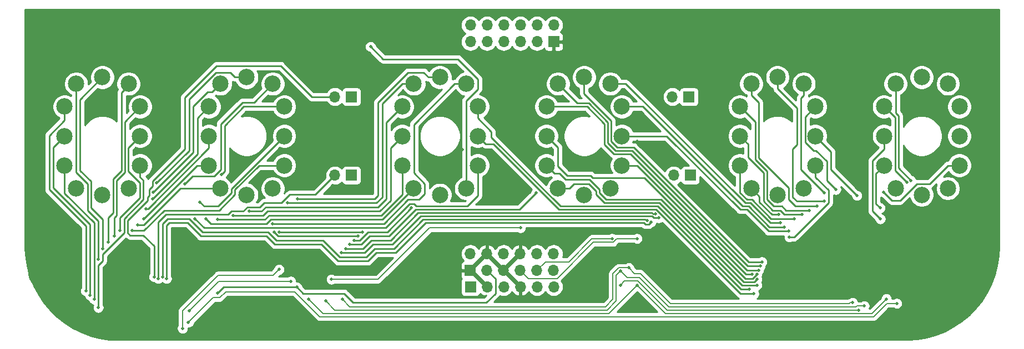
<source format=gbr>
G04 #@! TF.GenerationSoftware,KiCad,Pcbnew,(5.1.0-0)*
G04 #@! TF.CreationDate,2019-05-10T01:12:34-05:00*
G04 #@! TF.ProjectId,IN-12,494e2d31-322e-46b6-9963-61645f706362,rev?*
G04 #@! TF.SameCoordinates,Original*
G04 #@! TF.FileFunction,Copper,L1,Top*
G04 #@! TF.FilePolarity,Positive*
%FSLAX46Y46*%
G04 Gerber Fmt 4.6, Leading zero omitted, Abs format (unit mm)*
G04 Created by KiCad (PCBNEW (5.1.0-0)) date 2019-05-10 01:12:34*
%MOMM*%
%LPD*%
G04 APERTURE LIST*
%ADD10O,1.700000X1.700000*%
%ADD11R,1.700000X1.700000*%
%ADD12C,2.500000*%
%ADD13C,0.800000*%
%ADD14C,6.400000*%
%ADD15C,0.508000*%
%ADD16C,0.254000*%
%ADD17C,0.635000*%
%ADD18C,0.203200*%
G04 APERTURE END LIST*
D10*
X155092400Y-119354600D03*
X152552400Y-119354600D03*
X150012400Y-119354600D03*
X147472400Y-119354600D03*
X144932400Y-119354600D03*
D11*
X142392400Y-119354600D03*
D12*
X86242400Y-105313820D03*
X90240360Y-104313060D03*
X91990420Y-96314600D03*
X91990420Y-91816260D03*
X90240360Y-88316140D03*
X86242400Y-87315380D03*
X82244440Y-88316140D03*
X80494380Y-91816260D03*
X80494380Y-96314600D03*
X80494380Y-100812940D03*
X82244440Y-104313060D03*
X91990420Y-100812940D03*
X108242400Y-105313820D03*
X112240360Y-104313060D03*
X113990420Y-96314600D03*
X113990420Y-91816260D03*
X112240360Y-88316140D03*
X108242400Y-87315380D03*
X104244440Y-88316140D03*
X102494380Y-91816260D03*
X102494380Y-96314600D03*
X102494380Y-100812940D03*
X104244440Y-104313060D03*
X113990420Y-100812940D03*
X137742400Y-105313820D03*
X141740360Y-104313060D03*
X143490420Y-96314600D03*
X143490420Y-91816260D03*
X141740360Y-88316140D03*
X137742400Y-87315380D03*
X133744440Y-88316140D03*
X131994380Y-91816260D03*
X131994380Y-96314600D03*
X131994380Y-100812940D03*
X133744440Y-104313060D03*
X143490420Y-100812940D03*
X159742400Y-105313820D03*
X163740360Y-104313060D03*
X165490420Y-96314600D03*
X165490420Y-91816260D03*
X163740360Y-88316140D03*
X159742400Y-87315380D03*
X155744440Y-88316140D03*
X153994380Y-91816260D03*
X153994380Y-96314600D03*
X153994380Y-100812940D03*
X155744440Y-104313060D03*
X165490420Y-100812940D03*
X189242400Y-105313820D03*
X193240360Y-104313060D03*
X194990420Y-96314600D03*
X194990420Y-91816260D03*
X193240360Y-88316140D03*
X189242400Y-87315380D03*
X185244440Y-88316140D03*
X183494380Y-91816260D03*
X183494380Y-96314600D03*
X183494380Y-100812940D03*
X185244440Y-104313060D03*
X194990420Y-100812940D03*
X211242400Y-105313820D03*
X215240360Y-104313060D03*
X216990420Y-96314600D03*
X216990420Y-91816260D03*
X215240360Y-88316140D03*
X211242400Y-87315380D03*
X207244440Y-88316140D03*
X205494380Y-91816260D03*
X205494380Y-96314600D03*
X205494380Y-100812940D03*
X207244440Y-104313060D03*
X216990420Y-100812940D03*
D10*
X121702400Y-90314600D03*
D11*
X124242400Y-90314600D03*
D10*
X121702400Y-102314600D03*
D11*
X124242400Y-102314600D03*
D10*
X173202400Y-90314600D03*
D11*
X175742400Y-90314600D03*
D10*
X173412000Y-102314600D03*
D11*
X175952000Y-102314600D03*
D10*
X142392400Y-79349600D03*
X142392400Y-81889600D03*
X144932400Y-79349600D03*
X144932400Y-81889600D03*
X147472400Y-79349600D03*
X147472400Y-81889600D03*
X150012400Y-79349600D03*
X150012400Y-81889600D03*
X152552400Y-79349600D03*
X152552400Y-81889600D03*
X155092400Y-79349600D03*
D11*
X155092400Y-81889600D03*
D10*
X155067000Y-114300000D03*
X155067000Y-116840000D03*
X152527000Y-114300000D03*
X152527000Y-116840000D03*
X149987000Y-114300000D03*
X149987000Y-116840000D03*
X147447000Y-114300000D03*
X147447000Y-116840000D03*
X144907000Y-114300000D03*
X144907000Y-116840000D03*
X142367000Y-114300000D03*
D11*
X142367000Y-116840000D03*
D13*
X79802056Y-115142944D03*
X78105000Y-114440000D03*
X76407944Y-115142944D03*
X75705000Y-116840000D03*
X76407944Y-118537056D03*
X78105000Y-119240000D03*
X79802056Y-118537056D03*
X80505000Y-116840000D03*
D14*
X78105000Y-116840000D03*
D13*
X221026056Y-115142944D03*
X219329000Y-114440000D03*
X217631944Y-115142944D03*
X216929000Y-116840000D03*
X217631944Y-118537056D03*
X219329000Y-119240000D03*
X221026056Y-118537056D03*
X221729000Y-116840000D03*
D14*
X219329000Y-116840000D03*
D13*
X79802056Y-78947944D03*
X78105000Y-78245000D03*
X76407944Y-78947944D03*
X75705000Y-80645000D03*
X76407944Y-82342056D03*
X78105000Y-83045000D03*
X79802056Y-82342056D03*
X80505000Y-80645000D03*
D14*
X78105000Y-80645000D03*
D13*
X221026056Y-78947944D03*
X219329000Y-78245000D03*
X217631944Y-78947944D03*
X216929000Y-80645000D03*
X217631944Y-82342056D03*
X219329000Y-83045000D03*
X221026056Y-82342056D03*
X221729000Y-80645000D03*
D14*
X219329000Y-80645000D03*
D15*
X85623400Y-122529600D03*
X84988400Y-121259600D03*
X84353400Y-120624600D03*
X83718400Y-119989600D03*
X85623400Y-115163600D03*
X86258400Y-113512600D03*
X87147400Y-112496600D03*
X88036400Y-111607600D03*
X88925400Y-110718600D03*
X101117400Y-106400600D03*
X104419400Y-102209600D03*
X98831400Y-103606600D03*
X94513400Y-103479600D03*
X94005400Y-104876600D03*
X93878400Y-105892600D03*
X92862400Y-107416600D03*
X92548571Y-108989720D03*
X91650546Y-109887746D03*
X90752520Y-110785771D03*
X100355400Y-108940600D03*
X102066229Y-108989720D03*
X103784400Y-109067600D03*
X106197400Y-108432600D03*
X108610400Y-107797600D03*
X114452400Y-106527600D03*
X115976400Y-105892600D03*
X112166400Y-109702600D03*
X184937400Y-119735600D03*
X185635900Y-120434100D03*
X190906400Y-110845600D03*
X190271400Y-110210600D03*
X189636400Y-109575600D03*
X186842400Y-115544600D03*
X186588400Y-116179600D03*
X186334400Y-116814600D03*
X186080400Y-117449600D03*
X186080400Y-118211600D03*
X186080400Y-119100600D03*
X185318400Y-117449600D03*
X191033400Y-111734600D03*
X189382400Y-108305600D03*
X191795400Y-108940600D03*
X192938400Y-108305600D03*
X194081400Y-107670600D03*
X195224400Y-107035600D03*
X196367400Y-106273600D03*
X196367400Y-105003600D03*
X198145400Y-104495600D03*
X201344126Y-105397618D03*
X209575400Y-103098600D03*
X208940400Y-103352600D03*
X204936229Y-108989720D03*
X204876400Y-107289600D03*
X205384400Y-104876600D03*
X115889495Y-119405403D03*
X103862280Y-120303429D03*
X115115313Y-122557513D03*
X170332400Y-111988600D03*
X163347400Y-115544600D03*
X148742400Y-106019600D03*
X208432400Y-115544600D03*
X191922400Y-115544600D03*
X202717400Y-101574600D03*
X197002400Y-87604600D03*
X181762400Y-87604600D03*
X181762400Y-102209600D03*
X174142400Y-92049600D03*
X167792400Y-97129600D03*
X122707400Y-92049600D03*
X115722400Y-103479600D03*
X108102400Y-115544600D03*
X105562400Y-115544600D03*
X89052400Y-115544600D03*
X132232400Y-115544600D03*
X111912400Y-93954600D03*
X106197400Y-102209600D03*
X103657400Y-93954600D03*
X144297400Y-98399600D03*
X141122400Y-98399600D03*
X134137400Y-90779600D03*
X167792400Y-121513600D03*
X115722400Y-114909600D03*
X121183400Y-118211600D03*
X150012400Y-110337600D03*
X114991469Y-118507377D03*
X202463400Y-122275600D03*
X120294400Y-121513600D03*
X165252400Y-116941600D03*
X99466400Y-123037600D03*
X98474126Y-125691582D03*
X113195418Y-116711326D03*
X200672375Y-121780625D03*
X122834400Y-121259600D03*
X166522400Y-116433600D03*
X201574400Y-122910600D03*
X165252400Y-119094600D03*
X205834254Y-121201454D03*
X167792400Y-119094600D03*
X117685546Y-121201454D03*
X96037400Y-118084600D03*
X169951400Y-109448600D03*
X95402400Y-117830600D03*
X169316400Y-109194600D03*
X94132400Y-117830600D03*
X94767400Y-118084600D03*
X163982400Y-111994600D03*
X167792400Y-111994600D03*
X127152400Y-82654600D03*
X207416400Y-121894600D03*
X99372152Y-124793557D03*
X122707400Y-114147600D03*
X171094400Y-108813600D03*
X170586400Y-108178600D03*
X123342400Y-113512600D03*
X152425400Y-105003600D03*
X123977400Y-112877600D03*
X133375400Y-107289600D03*
X124612400Y-112242600D03*
X112420400Y-110972600D03*
X125247400Y-111607600D03*
X113182400Y-110972600D03*
X125882400Y-110972600D03*
D16*
X91990420Y-102580706D02*
X92481400Y-103071686D01*
X91990420Y-100812940D02*
X91990420Y-102580706D01*
X92481400Y-103071686D02*
X92481400Y-106019600D01*
X92481400Y-106019600D02*
X89560400Y-108940600D01*
X89560400Y-108940600D02*
X89560400Y-111099600D01*
X89560400Y-111099600D02*
X86258400Y-114401600D01*
X86258400Y-114401600D02*
X86258400Y-115417600D01*
X85623400Y-116052600D02*
X85623400Y-122529600D01*
X86258400Y-115417600D02*
X85623400Y-116052600D01*
X80494380Y-100812940D02*
X80494380Y-105081580D01*
X84988400Y-109575600D02*
X84988400Y-121259600D01*
X80494380Y-105081580D02*
X84988400Y-109575600D01*
X80494380Y-96314600D02*
X78765400Y-98043580D01*
X78765400Y-98043580D02*
X78765400Y-104114600D01*
X78765400Y-104114600D02*
X78765400Y-104241600D01*
X84353400Y-109829600D02*
X84353400Y-120624600D01*
X78765400Y-104241600D02*
X84353400Y-109829600D01*
X78130400Y-104495600D02*
X83718400Y-110083600D01*
X83718400Y-110083600D02*
X83718400Y-119989600D01*
X80494380Y-91816260D02*
X80494380Y-93876620D01*
X80494380Y-93876620D02*
X78130400Y-96240600D01*
X78130400Y-96240600D02*
X78130400Y-104495600D01*
X82244440Y-88316140D02*
X82244440Y-101878640D01*
X82244440Y-101878640D02*
X83972400Y-103606600D01*
X83972400Y-103606600D02*
X83972400Y-107670600D01*
X83972400Y-107670600D02*
X85623400Y-109321600D01*
X85623400Y-109321600D02*
X85623400Y-115163600D01*
X86242400Y-87315380D02*
X82829400Y-90728380D01*
X82829400Y-90728380D02*
X82829400Y-101574600D01*
X82829400Y-101574600D02*
X84480400Y-103225600D01*
X84480400Y-103225600D02*
X84480400Y-107289600D01*
X84480400Y-107289600D02*
X86258400Y-109067600D01*
X86258400Y-109067600D02*
X86258400Y-113512600D01*
X87909400Y-108051600D02*
X87147400Y-108813600D01*
X90240360Y-88575640D02*
X89179400Y-89636600D01*
X87147400Y-108813600D02*
X87147400Y-112496600D01*
X87909400Y-102844600D02*
X87909400Y-108051600D01*
X89179400Y-101574600D02*
X87909400Y-102844600D01*
X89179400Y-89636600D02*
X89179400Y-101574600D01*
X90240360Y-88316140D02*
X90240360Y-88575640D01*
X91990420Y-91816260D02*
X89687400Y-94119280D01*
X89687400Y-94119280D02*
X89687400Y-101828600D01*
X89687400Y-101828600D02*
X88417400Y-103098600D01*
X88417400Y-103098600D02*
X88417400Y-108432600D01*
X88417400Y-108432600D02*
X88036400Y-108813600D01*
X88036400Y-108813600D02*
X88036400Y-111607600D01*
X91990420Y-96314600D02*
X90195400Y-98109620D01*
X90195400Y-98109620D02*
X90195400Y-101701600D01*
X90195400Y-101701600D02*
X91973400Y-103479600D01*
X91973400Y-103479600D02*
X91973400Y-105765600D01*
X88925400Y-108813600D02*
X88925400Y-110718600D01*
X91973400Y-105765600D02*
X88925400Y-108813600D01*
X113990420Y-96314600D02*
X105943400Y-104361620D01*
X105943400Y-104361620D02*
X105943400Y-105003600D01*
X105943400Y-105003600D02*
X103911400Y-107035600D01*
X101752400Y-107035600D02*
X101117400Y-106400600D01*
X103911400Y-107035600D02*
X101752400Y-107035600D01*
X113990420Y-91816260D02*
X107827740Y-91816260D01*
X107827740Y-91816260D02*
X104927400Y-94716600D01*
X104927400Y-94716600D02*
X104927400Y-101701600D01*
X104927400Y-101701600D02*
X104419400Y-102209600D01*
X99974400Y-102463600D02*
X98831400Y-103606600D01*
X103276400Y-102463600D02*
X99974400Y-102463600D01*
X104292400Y-94496334D02*
X104292400Y-101447600D01*
X104292400Y-101447600D02*
X103276400Y-102463600D01*
X107611267Y-91177467D02*
X104292400Y-94496334D01*
X107611267Y-91177467D02*
X109379033Y-91177467D01*
X109379033Y-91177467D02*
X112240360Y-88316140D01*
X106474634Y-87315380D02*
X105747854Y-86588600D01*
X108242400Y-87315380D02*
X106474634Y-87315380D01*
X105747854Y-86588600D02*
X103530400Y-86588600D01*
X103530400Y-86588600D02*
X99466400Y-90652600D01*
X99466400Y-90652600D02*
X99466400Y-98526600D01*
X99466400Y-98526600D02*
X94513400Y-103479600D01*
X102994441Y-89566139D02*
X102330861Y-89566139D01*
X104244440Y-88316140D02*
X102994441Y-89566139D01*
X102330861Y-89566139D02*
X100101400Y-91795600D01*
X100101400Y-91795600D02*
X100101400Y-98780600D01*
X100101400Y-98780600D02*
X94005400Y-104876600D01*
X102494380Y-91816260D02*
X100736400Y-93574240D01*
X100736400Y-93574240D02*
X100736400Y-99034600D01*
X100736400Y-99034600D02*
X98196400Y-101574600D01*
X98196400Y-101574600D02*
X93878400Y-105892600D01*
X102494380Y-98165620D02*
X102494380Y-96314600D01*
X93243400Y-107416600D02*
X102494380Y-98165620D01*
X92862400Y-107416600D02*
X93243400Y-107416600D01*
X92831413Y-108706878D02*
X92548571Y-108989720D01*
X102494380Y-100812940D02*
X100725351Y-100812940D01*
X100725351Y-100812940D02*
X92831413Y-108706878D01*
X104244440Y-104313060D02*
X98124940Y-104313060D01*
X92550254Y-109887746D02*
X91650546Y-109887746D01*
X98124940Y-104313060D02*
X92550254Y-109887746D01*
X92541229Y-110785771D02*
X90752520Y-110785771D01*
X106451400Y-104495600D02*
X106451400Y-105257600D01*
X110134060Y-100812940D02*
X106451400Y-104495600D01*
X113990420Y-100812940D02*
X110134060Y-100812940D01*
X106451400Y-105257600D02*
X104038400Y-107670600D01*
X104038400Y-107670600D02*
X95656400Y-107670600D01*
X95656400Y-107670600D02*
X92541229Y-110785771D01*
X129438400Y-110337600D02*
X101752400Y-110337600D01*
X133121400Y-106654600D02*
X129438400Y-110337600D01*
X101752400Y-110337600D02*
X100355400Y-108940600D01*
X133121400Y-106654600D02*
X133756400Y-106654600D01*
X133756400Y-106654600D02*
X134137400Y-107035600D01*
X134137400Y-107035600D02*
X141884400Y-107035600D01*
X143490420Y-105429580D02*
X143490420Y-100812940D01*
X141884400Y-107035600D02*
X143490420Y-105429580D01*
X102779109Y-109702600D02*
X102066229Y-108989720D01*
X111277400Y-109702600D02*
X102779109Y-109702600D01*
X111912400Y-109067600D02*
X111277400Y-109702600D01*
X128989900Y-109067600D02*
X111912400Y-109067600D01*
X133744440Y-104313060D02*
X128989900Y-109067600D01*
X131994380Y-105241620D02*
X131994380Y-100812940D01*
X111658400Y-108432600D02*
X128803400Y-108432600D01*
X111023400Y-109067600D02*
X111658400Y-108432600D01*
X128803400Y-108432600D02*
X131994380Y-105241620D01*
X103784400Y-109067600D02*
X111023400Y-109067600D01*
X130200400Y-98108580D02*
X131994380Y-96314600D01*
X110769400Y-108432600D02*
X111404400Y-107797600D01*
X111404400Y-107797600D02*
X128549400Y-107797600D01*
X128549400Y-107797600D02*
X130200400Y-106146600D01*
X130200400Y-106146600D02*
X130200400Y-98108580D01*
X106197400Y-108432600D02*
X110769400Y-108432600D01*
X129565400Y-94245240D02*
X131994380Y-91816260D01*
X128295400Y-107162600D02*
X129565400Y-105892600D01*
X129565400Y-105892600D02*
X129565400Y-94245240D01*
X110515400Y-107797600D02*
X111150400Y-107162600D01*
X111150400Y-107162600D02*
X128295400Y-107162600D01*
X108610400Y-107797600D02*
X110515400Y-107797600D01*
X131976674Y-88316140D02*
X133744440Y-88316140D01*
X128930400Y-91362414D02*
X131976674Y-88316140D01*
X128930400Y-105638600D02*
X128930400Y-91362414D01*
X128041400Y-106527600D02*
X128930400Y-105638600D01*
X114452400Y-106527600D02*
X128041400Y-106527600D01*
X127787400Y-105892600D02*
X128295400Y-105384600D01*
X132867400Y-86588600D02*
X135247854Y-86588600D01*
X135974634Y-87315380D02*
X137742400Y-87315380D01*
X128295400Y-91160600D02*
X132867400Y-86588600D01*
X128295400Y-105384600D02*
X128295400Y-91160600D01*
X135247854Y-86588600D02*
X135974634Y-87315380D01*
X115976400Y-105892600D02*
X127787400Y-105892600D01*
X139972594Y-88316140D02*
X133756400Y-94532334D01*
X141740360Y-88316140D02*
X139972594Y-88316140D01*
X133756400Y-94532334D02*
X133756400Y-101447600D01*
X133756400Y-101447600D02*
X133756400Y-101955600D01*
X133756400Y-101955600D02*
X135407400Y-103606600D01*
X135407400Y-103606600D02*
X135407400Y-105130600D01*
X135407400Y-105130600D02*
X134518400Y-106019600D01*
X134518400Y-106019600D02*
X132867400Y-106019600D01*
X132867400Y-106019600D02*
X129184400Y-109702600D01*
X129184400Y-109702600D02*
X112166400Y-109702600D01*
X184937400Y-119735600D02*
X183667400Y-119735600D01*
X156108400Y-107035600D02*
X145567400Y-96494600D01*
X170967400Y-107035600D02*
X156108400Y-107035600D01*
X183667400Y-119735600D02*
X170967400Y-107035600D01*
X145567400Y-95661006D02*
X145567400Y-96494600D01*
X143490420Y-93584026D02*
X145567400Y-95661006D01*
X143490420Y-91816260D02*
X143490420Y-93584026D01*
X183603900Y-120434100D02*
X185635900Y-120434100D01*
X155854400Y-107543600D02*
X170713400Y-107543600D01*
X145875399Y-97564599D02*
X155854400Y-107543600D01*
X144740419Y-97564599D02*
X145875399Y-97564599D01*
X170713400Y-107543600D02*
X183603900Y-120434100D01*
X143490420Y-96314600D02*
X144740419Y-97564599D01*
X165490420Y-96314600D02*
X172311400Y-96314600D01*
X172311400Y-96314600D02*
X183540400Y-107543600D01*
X183540400Y-107543600D02*
X184556400Y-107543600D01*
X187858400Y-110845600D02*
X190906400Y-110845600D01*
X184556400Y-107543600D02*
X187858400Y-110845600D01*
X165490420Y-91816260D02*
X168702060Y-91816260D01*
X168702060Y-91816260D02*
X183921400Y-107035600D01*
X183921400Y-107035600D02*
X184810400Y-107035600D01*
X187985400Y-110210600D02*
X190271400Y-110210600D01*
X184810400Y-107035600D02*
X187985400Y-110210600D01*
X188112400Y-109575600D02*
X189636400Y-109575600D01*
X184302400Y-106527600D02*
X185064400Y-106527600D01*
X166090940Y-88316140D02*
X184302400Y-106527600D01*
X185064400Y-106527600D02*
X188112400Y-109575600D01*
X163740360Y-88316140D02*
X166090940Y-88316140D01*
X159742400Y-89841600D02*
X159742400Y-87315380D01*
X163855400Y-93954600D02*
X159742400Y-89841600D01*
X163855400Y-97129600D02*
X163855400Y-93954600D01*
X164744400Y-98018600D02*
X163855400Y-97129600D01*
X186842400Y-115544600D02*
X184810400Y-115544600D01*
X184810400Y-115544600D02*
X167284400Y-98018600D01*
X167284400Y-98018600D02*
X164744400Y-98018600D01*
X163347400Y-97383600D02*
X164490400Y-98526600D01*
X164490400Y-98526600D02*
X167030400Y-98526600D01*
X184683400Y-116179600D02*
X186588400Y-116179600D01*
X167030400Y-98526600D02*
X184683400Y-116179600D01*
X163347400Y-97383600D02*
X163347400Y-94208600D01*
X163347400Y-94208600D02*
X160426400Y-91287600D01*
X158715900Y-91287600D02*
X155744440Y-88316140D01*
X160426400Y-91287600D02*
X158715900Y-91287600D01*
X153994380Y-91816260D02*
X160193060Y-91816260D01*
X160193060Y-91816260D02*
X162839400Y-94462600D01*
X162839400Y-94462600D02*
X162839400Y-97637600D01*
X162839400Y-97637600D02*
X164236400Y-99034600D01*
X164236400Y-99034600D02*
X166776400Y-99034600D01*
X166776400Y-99034600D02*
X184556400Y-116814600D01*
X184556400Y-116814600D02*
X186334400Y-116814600D01*
X155727400Y-100939600D02*
X155727400Y-98047620D01*
X157124400Y-102336600D02*
X155727400Y-100939600D01*
X161061400Y-102717600D02*
X160680400Y-102336600D01*
X168935400Y-102717600D02*
X161061400Y-102717600D01*
X155727400Y-98047620D02*
X153994380Y-96314600D01*
X184302400Y-118084600D02*
X168935400Y-102717600D01*
X185445400Y-118084600D02*
X184302400Y-118084600D01*
X160680400Y-102336600D02*
X157124400Y-102336600D01*
X186080400Y-117449600D02*
X185445400Y-118084600D01*
X162077400Y-105003600D02*
X163093400Y-106019600D01*
X163093400Y-106019600D02*
X171475400Y-106019600D01*
X171475400Y-106019600D02*
X184048400Y-118592600D01*
X185699400Y-118592600D02*
X186080400Y-118211600D01*
X184048400Y-118592600D02*
X185699400Y-118592600D01*
X162077400Y-105003600D02*
X162077400Y-104495600D01*
X162077400Y-104495600D02*
X160553400Y-102971600D01*
X160553400Y-102971600D02*
X156870400Y-102971600D01*
X155244379Y-102062939D02*
X153994380Y-100812940D01*
X155961739Y-102062939D02*
X155244379Y-102062939D01*
X156870400Y-102971600D02*
X155961739Y-102062939D01*
X157512206Y-104313060D02*
X158218666Y-103606600D01*
X155744440Y-104313060D02*
X157512206Y-104313060D01*
X158218666Y-103606600D02*
X160426400Y-103606600D01*
X160426400Y-103606600D02*
X161569400Y-104749600D01*
X161569400Y-104749600D02*
X161569400Y-105257600D01*
X161569400Y-105257600D02*
X162839400Y-106527600D01*
X162839400Y-106527600D02*
X171221400Y-106527600D01*
X183794400Y-119100600D02*
X186080400Y-119100600D01*
X171221400Y-106527600D02*
X183794400Y-119100600D01*
X165490420Y-100812940D02*
X167792740Y-100812940D01*
X167792740Y-100812940D02*
X184429400Y-117449600D01*
X184429400Y-117449600D02*
X184429400Y-117449600D01*
X184429400Y-117449600D02*
X185318400Y-117449600D01*
X194990420Y-102580706D02*
X197002400Y-104592686D01*
X194990420Y-100812940D02*
X194990420Y-102580706D01*
X197002400Y-104592686D02*
X197002400Y-106527600D01*
X191795400Y-111734600D02*
X191033400Y-111734600D01*
X197002400Y-106527600D02*
X191795400Y-111734600D01*
X186494439Y-105563059D02*
X186494439Y-106433639D01*
X185244440Y-104313060D02*
X186494439Y-105563059D01*
X188366400Y-108305600D02*
X186494439Y-106433639D01*
X189382400Y-108305600D02*
X188366400Y-108305600D01*
X183494380Y-100812940D02*
X183494380Y-104957580D01*
X183494380Y-104957580D02*
X184556400Y-106019600D01*
X184556400Y-106019600D02*
X185318400Y-106019600D01*
X185318400Y-106019600D02*
X188239400Y-108940600D01*
X188239400Y-108940600D02*
X191795400Y-108940600D01*
X184744379Y-97564599D02*
X184744379Y-99603579D01*
X183494380Y-96314600D02*
X184744379Y-97564599D01*
X184744379Y-99603579D02*
X187096400Y-101955600D01*
X187096400Y-101955600D02*
X187096400Y-106273600D01*
X187096400Y-106273600D02*
X188493400Y-107670600D01*
X188493400Y-107670600D02*
X189636400Y-107670600D01*
X189636400Y-107670600D02*
X190271400Y-108305600D01*
X190271400Y-108305600D02*
X192938400Y-108305600D01*
X183494380Y-91816260D02*
X185826400Y-94148280D01*
X185826400Y-94148280D02*
X185826400Y-99923600D01*
X185826400Y-99923600D02*
X187604400Y-101701600D01*
X187604400Y-101701600D02*
X187604400Y-106019600D01*
X187604400Y-106019600D02*
X188620400Y-107035600D01*
X188620400Y-107035600D02*
X189890400Y-107035600D01*
X189890400Y-107035600D02*
X190525400Y-107670600D01*
X190525400Y-107670600D02*
X194081400Y-107670600D01*
X185244440Y-90083906D02*
X186334400Y-91173866D01*
X185244440Y-88316140D02*
X185244440Y-90083906D01*
X186334400Y-91173866D02*
X186334400Y-97637600D01*
X186334400Y-97637600D02*
X186334400Y-99670614D01*
X186334400Y-99670614D02*
X186335414Y-99670614D01*
X186335414Y-99670614D02*
X190906400Y-104241600D01*
X190906400Y-104241600D02*
X190906400Y-105765600D01*
X190906400Y-105765600D02*
X190906400Y-106019600D01*
X190906400Y-106019600D02*
X191922400Y-107035600D01*
X191922400Y-107035600D02*
X195224400Y-107035600D01*
X189242400Y-89083146D02*
X192176400Y-92017146D01*
X189242400Y-87315380D02*
X189242400Y-89083146D01*
X192176400Y-92017146D02*
X192176400Y-97637600D01*
X192176400Y-97637600D02*
X191541400Y-98272600D01*
X191541400Y-98272600D02*
X191541400Y-105638600D01*
X192176400Y-106273600D02*
X196367400Y-106273600D01*
X191541400Y-105638600D02*
X192176400Y-106273600D01*
X193240360Y-90083906D02*
X192811400Y-90512866D01*
X193240360Y-88316140D02*
X193240360Y-90083906D01*
X192811400Y-90512866D02*
X192811400Y-101447600D01*
X195097400Y-103733600D02*
X192811400Y-101447600D01*
X195097400Y-103733600D02*
X196367400Y-105003600D01*
X194990420Y-91816260D02*
X193446400Y-93360280D01*
X193446400Y-93360280D02*
X193446400Y-97256600D01*
X193446400Y-97256600D02*
X194716400Y-98526600D01*
X194716400Y-98526600D02*
X195097400Y-98526600D01*
X195097400Y-98526600D02*
X196748400Y-100177600D01*
X196748400Y-103098600D02*
X198145400Y-104495600D01*
X196748400Y-100177600D02*
X196748400Y-103098600D01*
X197383400Y-98707580D02*
X194990420Y-96314600D01*
X197383400Y-101436892D02*
X197383400Y-98707580D01*
X201344126Y-105397618D02*
X197383400Y-101436892D01*
X207244440Y-88316140D02*
X207244440Y-92766640D01*
X207244440Y-92766640D02*
X207670400Y-93192600D01*
X207670400Y-101193600D02*
X209575400Y-103098600D01*
X207670400Y-93192600D02*
X207670400Y-101193600D01*
X205494380Y-91816260D02*
X207162400Y-93484280D01*
X207162400Y-101574600D02*
X208940400Y-103352600D01*
X207162400Y-93484280D02*
X207162400Y-101574600D01*
X203733400Y-107786891D02*
X204936229Y-108989720D01*
X205494380Y-98289620D02*
X203733400Y-100050600D01*
X203733400Y-100050600D02*
X203733400Y-107786891D01*
X205494380Y-96314600D02*
X205494380Y-98289620D01*
X204244381Y-102062939D02*
X204244381Y-106657581D01*
X205494380Y-100812940D02*
X204244381Y-102062939D01*
X204244381Y-106657581D02*
X204876400Y-107289600D01*
X215222654Y-100812940D02*
X212428994Y-103606600D01*
X216990420Y-100812940D02*
X215222654Y-100812940D01*
X212428994Y-103606600D02*
X210464400Y-103606600D01*
X210464400Y-103606600D02*
X207924400Y-106146600D01*
X206654400Y-106146600D02*
X205384400Y-104876600D01*
X207924400Y-106146600D02*
X206654400Y-106146600D01*
X104760306Y-119405403D02*
X103862280Y-120303429D01*
X115889495Y-119405403D02*
X104760306Y-119405403D01*
X144907000Y-116840000D02*
X146202400Y-118135400D01*
X146202400Y-118135400D02*
X146202400Y-120370600D01*
X146202400Y-120370600D02*
X144805400Y-121767600D01*
X144805400Y-121767600D02*
X124485400Y-121767600D01*
X124485400Y-121767600D02*
X123088400Y-120370600D01*
X116854692Y-120370600D02*
X115889495Y-119405403D01*
X123088400Y-120370600D02*
X116854692Y-120370600D01*
D17*
X144907000Y-114300000D02*
X147447000Y-116840000D01*
X142367000Y-116840000D02*
X144907000Y-114300000D01*
X149987000Y-114300000D02*
X147447000Y-116840000D01*
X142417800Y-116840000D02*
X144932400Y-119354600D01*
X142367000Y-116840000D02*
X142417800Y-116840000D01*
X147497800Y-116840000D02*
X150012400Y-119354600D01*
X147447000Y-116840000D02*
X147497800Y-116840000D01*
D18*
X136169400Y-110337600D02*
X150012400Y-110337600D01*
X128295400Y-118211600D02*
X136169400Y-110337600D01*
X121183400Y-118211600D02*
X128295400Y-118211600D01*
X114991469Y-118507377D02*
X104123623Y-118507377D01*
X202463400Y-122275600D02*
X201320400Y-122275600D01*
X201320400Y-122275600D02*
X201193400Y-122402600D01*
X201193400Y-122402600D02*
X172618400Y-122402600D01*
X164617400Y-121513600D02*
X163220400Y-122910600D01*
X121691400Y-122910600D02*
X120294400Y-121513600D01*
X163220400Y-122910600D02*
X121691400Y-122910600D01*
X164617400Y-117576600D02*
X165252400Y-116941600D01*
X164617400Y-121513600D02*
X164617400Y-117576600D01*
X172618400Y-122402600D02*
X168173400Y-117957600D01*
X166268400Y-117957600D02*
X165252400Y-116941600D01*
X168173400Y-117957600D02*
X166268400Y-117957600D01*
X103996623Y-118507377D02*
X99466400Y-123037600D01*
X104123623Y-118507377D02*
X103996623Y-118507377D01*
X98474126Y-125691582D02*
X98474126Y-123013874D01*
X98474126Y-123013874D02*
X103911400Y-117576600D01*
X112330144Y-117576600D02*
X113195418Y-116711326D01*
X103911400Y-117576600D02*
X112330144Y-117576600D01*
X122834400Y-121259600D02*
X123977400Y-122402600D01*
X123977400Y-122402600D02*
X162966400Y-122402600D01*
X162966400Y-122402600D02*
X164109400Y-121259600D01*
X164998400Y-116433600D02*
X164109400Y-117322600D01*
X166522400Y-116433600D02*
X164998400Y-116433600D01*
X164109400Y-121259600D02*
X164109400Y-117322600D01*
X168300400Y-117322600D02*
X167411400Y-117322600D01*
X200199190Y-121894600D02*
X172872400Y-121894600D01*
X172872400Y-121894600D02*
X168300400Y-117322600D01*
X167411400Y-117322600D02*
X166522400Y-116433600D01*
X200313165Y-121780625D02*
X200199190Y-121894600D01*
X200672375Y-121780625D02*
X200313165Y-121780625D01*
X201574400Y-122910600D02*
X172364400Y-122910600D01*
X172364400Y-122910600D02*
X167919400Y-118465600D01*
X165881400Y-118465600D02*
X165252400Y-119094600D01*
X167919400Y-118465600D02*
X165881400Y-118465600D01*
X205834254Y-121201454D02*
X203617108Y-123418600D01*
X172116400Y-123418600D02*
X167792400Y-119094600D01*
X203617108Y-123418600D02*
X172116400Y-123418600D01*
X167792400Y-119094600D02*
X167792400Y-119100600D01*
X167792400Y-119100600D02*
X163474400Y-123418600D01*
X119902692Y-123418600D02*
X117685546Y-121201454D01*
X163474400Y-123418600D02*
X119902692Y-123418600D01*
D16*
X96418400Y-109575600D02*
X96037400Y-109956600D01*
X99212400Y-109575600D02*
X96418400Y-109575600D01*
X111277400Y-111607600D02*
X101244400Y-111607600D01*
X119659400Y-112877600D02*
X112547400Y-112877600D01*
X122199400Y-115417600D02*
X119659400Y-112877600D01*
X126771400Y-115417600D02*
X122199400Y-115417600D01*
X96037400Y-109956600D02*
X96037400Y-118084600D01*
X128041400Y-114147600D02*
X126771400Y-115417600D01*
X112547400Y-112877600D02*
X111277400Y-111607600D01*
X130962400Y-114147600D02*
X128041400Y-114147600D01*
X135534400Y-109575600D02*
X130962400Y-114147600D01*
X168808400Y-109575600D02*
X135534400Y-109575600D01*
X169062400Y-109829600D02*
X168808400Y-109575600D01*
X101244400Y-111607600D02*
X99212400Y-109575600D01*
X169570400Y-109829600D02*
X169062400Y-109829600D01*
X169951400Y-109448600D02*
X169570400Y-109829600D01*
X95402400Y-109702600D02*
X95402400Y-117830600D01*
X111531400Y-110972600D02*
X101498400Y-110972600D01*
X101498400Y-110972600D02*
X99466400Y-108940600D01*
X112801400Y-112242600D02*
X111531400Y-110972600D01*
X127787400Y-113512600D02*
X126517400Y-114782600D01*
X119913400Y-112242600D02*
X112801400Y-112242600D01*
X122453400Y-114782600D02*
X119913400Y-112242600D01*
X96164400Y-108940600D02*
X95402400Y-109702600D01*
X135153400Y-109067600D02*
X130708400Y-113512600D01*
X130708400Y-113512600D02*
X127787400Y-113512600D01*
X169062400Y-109067600D02*
X135153400Y-109067600D01*
X126517400Y-114782600D02*
X122453400Y-114782600D01*
X99466400Y-108940600D02*
X96164400Y-108940600D01*
X169316400Y-109194600D02*
X169189400Y-109194600D01*
X169189400Y-109194600D02*
X169062400Y-109067600D01*
X92481400Y-111480600D02*
X94132400Y-113131600D01*
X90449400Y-111480600D02*
X92481400Y-111480600D01*
X90068400Y-111099600D02*
X90449400Y-111480600D01*
X90068400Y-109194600D02*
X90068400Y-111099600D01*
X93116400Y-106146600D02*
X90068400Y-109194600D01*
X98831400Y-90398600D02*
X98831400Y-98272600D01*
X93116400Y-105638600D02*
X93116400Y-106146600D01*
X93878400Y-103987600D02*
X93370400Y-104495600D01*
X98831400Y-98272600D02*
X93878400Y-103225600D01*
X94132400Y-113131600D02*
X94132400Y-117830600D01*
X118178400Y-90314600D02*
X113436400Y-85572600D01*
X93370400Y-105384600D02*
X93116400Y-105638600D01*
X121702400Y-90314600D02*
X118178400Y-90314600D01*
X103657400Y-85572600D02*
X98831400Y-90398600D01*
X113436400Y-85572600D02*
X103657400Y-85572600D01*
X93370400Y-104495600D02*
X93370400Y-105384600D01*
X93878400Y-103225600D02*
X93878400Y-103987600D01*
X121702400Y-102314600D02*
X118759400Y-105257600D01*
X110896400Y-106527600D02*
X110261400Y-107162600D01*
X110261400Y-107162600D02*
X108356400Y-107162600D01*
X108356400Y-107162600D02*
X107721400Y-107797600D01*
X107721400Y-107797600D02*
X105943400Y-107797600D01*
X105943400Y-107797600D02*
X105435400Y-108305600D01*
X105435400Y-108305600D02*
X95910400Y-108305600D01*
X95910400Y-108305600D02*
X94767400Y-109448600D01*
X94767400Y-109448600D02*
X94767400Y-118084600D01*
X113563400Y-106527600D02*
X114833400Y-105257600D01*
X110896400Y-106527600D02*
X113563400Y-106527600D01*
X118759400Y-105257600D02*
X114833400Y-105257600D01*
D18*
X152527000Y-116840000D02*
X153822400Y-115544600D01*
X163982400Y-111994600D02*
X160928400Y-111994600D01*
X157378400Y-115544600D02*
X153822400Y-115544600D01*
X160928400Y-111994600D02*
X157378400Y-115544600D01*
X164738400Y-111994600D02*
X167792400Y-111994600D01*
X161124900Y-112560100D02*
X164172900Y-112560100D01*
X155600400Y-118084600D02*
X161124900Y-112560100D01*
X151231600Y-118084600D02*
X155600400Y-118084600D01*
X164172900Y-112560100D02*
X164738400Y-111994600D01*
X149987000Y-116840000D02*
X151231600Y-118084600D01*
D16*
X141740360Y-90923640D02*
X141740360Y-104313060D01*
X127152400Y-82654600D02*
X129054400Y-84556600D01*
X143535400Y-87604600D02*
X143535400Y-89128600D01*
X140487400Y-84556600D02*
X143535400Y-87604600D01*
X129054400Y-84556600D02*
X140487400Y-84556600D01*
X143535400Y-89128600D02*
X141740360Y-90923640D01*
D18*
X104165400Y-121005600D02*
X103160109Y-121005600D01*
X103160109Y-121005600D02*
X99372152Y-124793557D01*
X105054400Y-120116600D02*
X104165400Y-121005600D01*
X203860400Y-123926600D02*
X119405400Y-123926600D01*
X119405400Y-123926600D02*
X115595400Y-120116600D01*
X205892400Y-121894600D02*
X203860400Y-123926600D01*
X115595400Y-120116600D02*
X105054400Y-120116600D01*
X207416400Y-121894600D02*
X205892400Y-121894600D01*
D16*
X126263400Y-114147600D02*
X122707400Y-114147600D01*
X130454400Y-112877600D02*
X127533400Y-112877600D01*
X127533400Y-112877600D02*
X126263400Y-114147600D01*
X134772400Y-108559600D02*
X130454400Y-112877600D01*
X170332400Y-108813600D02*
X170078400Y-108559600D01*
X170078400Y-108559600D02*
X134772400Y-108559600D01*
X171094400Y-108813600D02*
X170332400Y-108813600D01*
X126009400Y-113512600D02*
X123342400Y-113512600D01*
X170227190Y-108178600D02*
X170100190Y-108051600D01*
X170100190Y-108051600D02*
X134391400Y-108051600D01*
X134391400Y-108051600D02*
X130200400Y-112242600D01*
X130200400Y-112242600D02*
X127279400Y-112242600D01*
X127279400Y-112242600D02*
X126009400Y-113512600D01*
X170586400Y-108178600D02*
X170227190Y-108178600D01*
X129946400Y-111607600D02*
X127914400Y-111607600D01*
X127914400Y-111607600D02*
X127025400Y-111607600D01*
X130327400Y-111226600D02*
X129946400Y-111607600D01*
X127025400Y-111607600D02*
X125755400Y-112877600D01*
X125755400Y-112877600D02*
X123977400Y-112877600D01*
X152425400Y-105003600D02*
X149885400Y-107543600D01*
X149885400Y-107543600D02*
X134010400Y-107543600D01*
X134010400Y-107543600D02*
X130327400Y-111226600D01*
X133375400Y-107289600D02*
X129692400Y-110972600D01*
X129692400Y-110972600D02*
X126771400Y-110972600D01*
X125501400Y-112242600D02*
X124612400Y-112242600D01*
X126771400Y-110972600D02*
X125501400Y-112242600D01*
X112420400Y-110972600D02*
X112801400Y-111353600D01*
X112801400Y-111353600D02*
X113055400Y-111607600D01*
X113055400Y-111607600D02*
X125247400Y-111607600D01*
X113182400Y-110972600D02*
X125882400Y-110972600D01*
G36*
X223010801Y-113181036D02*
G01*
X222934264Y-114666232D01*
X222708390Y-116116930D01*
X222334585Y-117536738D01*
X221816817Y-118910595D01*
X221160576Y-120223940D01*
X220372804Y-121462878D01*
X219461848Y-122614281D01*
X218437367Y-123665940D01*
X217310207Y-124606723D01*
X216092315Y-125426656D01*
X214796591Y-126117056D01*
X213436763Y-126670607D01*
X212027236Y-127081447D01*
X210582937Y-127345222D01*
X209105099Y-127460234D01*
X208740992Y-127465000D01*
X88764706Y-127465000D01*
X87279568Y-127388466D01*
X85828870Y-127162592D01*
X84409062Y-126788787D01*
X83035206Y-126271019D01*
X81721860Y-125614777D01*
X80482922Y-124827005D01*
X79331518Y-123916049D01*
X78279859Y-122891569D01*
X77339078Y-121764409D01*
X76519144Y-120546516D01*
X75828744Y-119250791D01*
X75275193Y-117890964D01*
X74864351Y-116481428D01*
X74600577Y-115037145D01*
X74485566Y-113559299D01*
X74480800Y-113195192D01*
X74480800Y-96240600D01*
X77364714Y-96240600D01*
X77368400Y-96278023D01*
X77368401Y-104458167D01*
X77364714Y-104495600D01*
X77379427Y-104644978D01*
X77422999Y-104788615D01*
X77493755Y-104920992D01*
X77561550Y-105003600D01*
X77588979Y-105037022D01*
X77618049Y-105060879D01*
X82956400Y-110399231D01*
X82956401Y-119529856D01*
X82930579Y-119568501D01*
X82863564Y-119730288D01*
X82829400Y-119902041D01*
X82829400Y-120077159D01*
X82863564Y-120248912D01*
X82930579Y-120410699D01*
X83027869Y-120556304D01*
X83151696Y-120680131D01*
X83297301Y-120777421D01*
X83459088Y-120844436D01*
X83492014Y-120850986D01*
X83498564Y-120883912D01*
X83565579Y-121045699D01*
X83662869Y-121191304D01*
X83786696Y-121315131D01*
X83932301Y-121412421D01*
X84094088Y-121479436D01*
X84127014Y-121485986D01*
X84133564Y-121518912D01*
X84200579Y-121680699D01*
X84297869Y-121826304D01*
X84421696Y-121950131D01*
X84567301Y-122047421D01*
X84729088Y-122114436D01*
X84825201Y-122133554D01*
X84768564Y-122270288D01*
X84734400Y-122442041D01*
X84734400Y-122617159D01*
X84768564Y-122788912D01*
X84835579Y-122950699D01*
X84932869Y-123096304D01*
X85056696Y-123220131D01*
X85202301Y-123317421D01*
X85364088Y-123384436D01*
X85535841Y-123418600D01*
X85710959Y-123418600D01*
X85882712Y-123384436D01*
X86044499Y-123317421D01*
X86190104Y-123220131D01*
X86313931Y-123096304D01*
X86411221Y-122950699D01*
X86478236Y-122788912D01*
X86512400Y-122617159D01*
X86512400Y-122442041D01*
X86478236Y-122270288D01*
X86411221Y-122108501D01*
X86385400Y-122069857D01*
X86385400Y-116368230D01*
X86770746Y-115982884D01*
X86799822Y-115959022D01*
X86860257Y-115885381D01*
X86895045Y-115842993D01*
X86942501Y-115754208D01*
X86965802Y-115710615D01*
X87009374Y-115566978D01*
X87020400Y-115455026D01*
X87020400Y-115455023D01*
X87024086Y-115417600D01*
X87020400Y-115380177D01*
X87020400Y-114717230D01*
X89814400Y-111923230D01*
X89884116Y-111992946D01*
X89907978Y-112022022D01*
X90024008Y-112117245D01*
X90156385Y-112188002D01*
X90300022Y-112231574D01*
X90411974Y-112242600D01*
X90411976Y-112242600D01*
X90449399Y-112246286D01*
X90486822Y-112242600D01*
X92165770Y-112242600D01*
X93370400Y-113447230D01*
X93370401Y-117370856D01*
X93344579Y-117409501D01*
X93277564Y-117571288D01*
X93243400Y-117743041D01*
X93243400Y-117918159D01*
X93277564Y-118089912D01*
X93344579Y-118251699D01*
X93441869Y-118397304D01*
X93565696Y-118521131D01*
X93711301Y-118618421D01*
X93873088Y-118685436D01*
X94044841Y-118719600D01*
X94145165Y-118719600D01*
X94200696Y-118775131D01*
X94346301Y-118872421D01*
X94508088Y-118939436D01*
X94679841Y-118973600D01*
X94854959Y-118973600D01*
X95026712Y-118939436D01*
X95188499Y-118872421D01*
X95334104Y-118775131D01*
X95389635Y-118719600D01*
X95415165Y-118719600D01*
X95470696Y-118775131D01*
X95616301Y-118872421D01*
X95778088Y-118939436D01*
X95949841Y-118973600D01*
X96124959Y-118973600D01*
X96296712Y-118939436D01*
X96458499Y-118872421D01*
X96604104Y-118775131D01*
X96727931Y-118651304D01*
X96825221Y-118505699D01*
X96892236Y-118343912D01*
X96926400Y-118172159D01*
X96926400Y-117997041D01*
X96892236Y-117825288D01*
X96825221Y-117663501D01*
X96799400Y-117624857D01*
X96799400Y-110337600D01*
X98896770Y-110337600D01*
X100679120Y-112119951D01*
X100702978Y-112149022D01*
X100732048Y-112172879D01*
X100819007Y-112244245D01*
X100880011Y-112276852D01*
X100951385Y-112315002D01*
X101095022Y-112358574D01*
X101206974Y-112369600D01*
X101206977Y-112369600D01*
X101244400Y-112373286D01*
X101281823Y-112369600D01*
X110961770Y-112369600D01*
X111982120Y-113389951D01*
X112005978Y-113419022D01*
X112122008Y-113514245D01*
X112254385Y-113585002D01*
X112398022Y-113628574D01*
X112509974Y-113639600D01*
X112509976Y-113639600D01*
X112547399Y-113643286D01*
X112584822Y-113639600D01*
X119343770Y-113639600D01*
X121634120Y-115929951D01*
X121657978Y-115959022D01*
X121774008Y-116054245D01*
X121906385Y-116125002D01*
X122050022Y-116168574D01*
X122161974Y-116179600D01*
X122161976Y-116179600D01*
X122199399Y-116183286D01*
X122236822Y-116179600D01*
X126733977Y-116179600D01*
X126771400Y-116183286D01*
X126808823Y-116179600D01*
X126808826Y-116179600D01*
X126920778Y-116168574D01*
X127064415Y-116125002D01*
X127196792Y-116054245D01*
X127312822Y-115959022D01*
X127336684Y-115929946D01*
X128357031Y-114909600D01*
X130555691Y-114909600D01*
X127990291Y-117475000D01*
X121681157Y-117475000D01*
X121604499Y-117423779D01*
X121442712Y-117356764D01*
X121270959Y-117322600D01*
X121095841Y-117322600D01*
X120924088Y-117356764D01*
X120762301Y-117423779D01*
X120616696Y-117521069D01*
X120492869Y-117644896D01*
X120395579Y-117790501D01*
X120328564Y-117952288D01*
X120294400Y-118124041D01*
X120294400Y-118299159D01*
X120328564Y-118470912D01*
X120395579Y-118632699D01*
X120492869Y-118778304D01*
X120616696Y-118902131D01*
X120762301Y-118999421D01*
X120924088Y-119066436D01*
X121095841Y-119100600D01*
X121270959Y-119100600D01*
X121442712Y-119066436D01*
X121604499Y-118999421D01*
X121681157Y-118948200D01*
X128259217Y-118948200D01*
X128295400Y-118951764D01*
X128331583Y-118948200D01*
X128331586Y-118948200D01*
X128439799Y-118937542D01*
X128578649Y-118895422D01*
X128706613Y-118827024D01*
X128818775Y-118734975D01*
X128841846Y-118706863D01*
X136474510Y-111074200D01*
X149514643Y-111074200D01*
X149591301Y-111125421D01*
X149753088Y-111192436D01*
X149924841Y-111226600D01*
X150099959Y-111226600D01*
X150271712Y-111192436D01*
X150433499Y-111125421D01*
X150579104Y-111028131D01*
X150702931Y-110904304D01*
X150800221Y-110758699D01*
X150867236Y-110596912D01*
X150901400Y-110425159D01*
X150901400Y-110337600D01*
X168492770Y-110337600D01*
X168497116Y-110341946D01*
X168520978Y-110371022D01*
X168637008Y-110466245D01*
X168769385Y-110537002D01*
X168913022Y-110580574D01*
X169024974Y-110591600D01*
X169024976Y-110591600D01*
X169062399Y-110595286D01*
X169099822Y-110591600D01*
X169532977Y-110591600D01*
X169570400Y-110595286D01*
X169607823Y-110591600D01*
X169607826Y-110591600D01*
X169719778Y-110580574D01*
X169863415Y-110537002D01*
X169995792Y-110466245D01*
X170111822Y-110371022D01*
X170135684Y-110341946D01*
X170165126Y-110312504D01*
X170210712Y-110303436D01*
X170372499Y-110236421D01*
X170518104Y-110139131D01*
X170641931Y-110015304D01*
X170739221Y-109869699D01*
X170806236Y-109707912D01*
X170815687Y-109660400D01*
X170835088Y-109668436D01*
X171006841Y-109702600D01*
X171181959Y-109702600D01*
X171353712Y-109668436D01*
X171515499Y-109601421D01*
X171622257Y-109530087D01*
X183038621Y-120946452D01*
X183062478Y-120975522D01*
X183091548Y-120999379D01*
X183178507Y-121070745D01*
X183237708Y-121102388D01*
X183310885Y-121141502D01*
X183365271Y-121158000D01*
X173177509Y-121158000D01*
X168846846Y-116827337D01*
X168823775Y-116799225D01*
X168711613Y-116707176D01*
X168583649Y-116638778D01*
X168444799Y-116596658D01*
X168336586Y-116586000D01*
X168336583Y-116586000D01*
X168300400Y-116582436D01*
X168264217Y-116586000D01*
X167716510Y-116586000D01*
X167395223Y-116264713D01*
X167377236Y-116174288D01*
X167310221Y-116012501D01*
X167212931Y-115866896D01*
X167089104Y-115743069D01*
X166943499Y-115645779D01*
X166781712Y-115578764D01*
X166609959Y-115544600D01*
X166434841Y-115544600D01*
X166263088Y-115578764D01*
X166101301Y-115645779D01*
X166024643Y-115697000D01*
X165034586Y-115697000D01*
X164998400Y-115693436D01*
X164962214Y-115697000D01*
X164854001Y-115707658D01*
X164715151Y-115749778D01*
X164620734Y-115800245D01*
X164587187Y-115818176D01*
X164503832Y-115886584D01*
X164475025Y-115910225D01*
X164451959Y-115938331D01*
X163614133Y-116776158D01*
X163586026Y-116799225D01*
X163562960Y-116827331D01*
X163562958Y-116827333D01*
X163493976Y-116911388D01*
X163425578Y-117039353D01*
X163421370Y-117053225D01*
X163390017Y-117156584D01*
X163383459Y-117178202D01*
X163369236Y-117322600D01*
X163372801Y-117358793D01*
X163372800Y-120954490D01*
X162661291Y-121666000D01*
X145984630Y-121666000D01*
X146714752Y-120935879D01*
X146743822Y-120912022D01*
X146839045Y-120795992D01*
X146878999Y-120721244D01*
X146901366Y-120733199D01*
X147181289Y-120818113D01*
X147399450Y-120839600D01*
X147545350Y-120839600D01*
X147763511Y-120818113D01*
X148043434Y-120733199D01*
X148301414Y-120595306D01*
X148527534Y-120409734D01*
X148713106Y-120183614D01*
X148747601Y-120119077D01*
X148817222Y-120235955D01*
X149012131Y-120452188D01*
X149245480Y-120626241D01*
X149508301Y-120751425D01*
X149655510Y-120796076D01*
X149885400Y-120674755D01*
X149885400Y-119481600D01*
X149865400Y-119481600D01*
X149865400Y-119227600D01*
X149885400Y-119227600D01*
X149885400Y-119207600D01*
X150139400Y-119207600D01*
X150139400Y-119227600D01*
X150159400Y-119227600D01*
X150159400Y-119481600D01*
X150139400Y-119481600D01*
X150139400Y-120674755D01*
X150369290Y-120796076D01*
X150516499Y-120751425D01*
X150779320Y-120626241D01*
X151012669Y-120452188D01*
X151207578Y-120235955D01*
X151277199Y-120119077D01*
X151311694Y-120183614D01*
X151497266Y-120409734D01*
X151723386Y-120595306D01*
X151981366Y-120733199D01*
X152261289Y-120818113D01*
X152479450Y-120839600D01*
X152625350Y-120839600D01*
X152843511Y-120818113D01*
X153123434Y-120733199D01*
X153381414Y-120595306D01*
X153607534Y-120409734D01*
X153793106Y-120183614D01*
X153822400Y-120128809D01*
X153851694Y-120183614D01*
X154037266Y-120409734D01*
X154263386Y-120595306D01*
X154521366Y-120733199D01*
X154801289Y-120818113D01*
X155019450Y-120839600D01*
X155165350Y-120839600D01*
X155383511Y-120818113D01*
X155663434Y-120733199D01*
X155921414Y-120595306D01*
X156147534Y-120409734D01*
X156333106Y-120183614D01*
X156470999Y-119925634D01*
X156555913Y-119645711D01*
X156584585Y-119354600D01*
X156555913Y-119063489D01*
X156470999Y-118783566D01*
X156333106Y-118525586D01*
X156273614Y-118453095D01*
X161430010Y-113296700D01*
X164136717Y-113296700D01*
X164172900Y-113300264D01*
X164209083Y-113296700D01*
X164209086Y-113296700D01*
X164317299Y-113286042D01*
X164456149Y-113243922D01*
X164584113Y-113175524D01*
X164696275Y-113083475D01*
X164719345Y-113055364D01*
X165043510Y-112731200D01*
X167294643Y-112731200D01*
X167371301Y-112782421D01*
X167533088Y-112849436D01*
X167704841Y-112883600D01*
X167879959Y-112883600D01*
X168051712Y-112849436D01*
X168213499Y-112782421D01*
X168359104Y-112685131D01*
X168482931Y-112561304D01*
X168580221Y-112415699D01*
X168647236Y-112253912D01*
X168681400Y-112082159D01*
X168681400Y-111907041D01*
X168647236Y-111735288D01*
X168580221Y-111573501D01*
X168482931Y-111427896D01*
X168359104Y-111304069D01*
X168213499Y-111206779D01*
X168051712Y-111139764D01*
X167879959Y-111105600D01*
X167704841Y-111105600D01*
X167533088Y-111139764D01*
X167371301Y-111206779D01*
X167294643Y-111258000D01*
X164774586Y-111258000D01*
X164738400Y-111254436D01*
X164702214Y-111258000D01*
X164594001Y-111268658D01*
X164526674Y-111289082D01*
X164403499Y-111206779D01*
X164241712Y-111139764D01*
X164069959Y-111105600D01*
X163894841Y-111105600D01*
X163723088Y-111139764D01*
X163561301Y-111206779D01*
X163484643Y-111258000D01*
X160964575Y-111258000D01*
X160928399Y-111254437D01*
X160892223Y-111258000D01*
X160892214Y-111258000D01*
X160784001Y-111268658D01*
X160645151Y-111310778D01*
X160517187Y-111379176D01*
X160480687Y-111409131D01*
X160457822Y-111427896D01*
X160405025Y-111471225D01*
X160381959Y-111499331D01*
X157073291Y-114808000D01*
X156464720Y-114808000D01*
X156530513Y-114591111D01*
X156559185Y-114300000D01*
X156530513Y-114008889D01*
X156445599Y-113728966D01*
X156307706Y-113470986D01*
X156122134Y-113244866D01*
X155896014Y-113059294D01*
X155638034Y-112921401D01*
X155358111Y-112836487D01*
X155139950Y-112815000D01*
X154994050Y-112815000D01*
X154775889Y-112836487D01*
X154495966Y-112921401D01*
X154237986Y-113059294D01*
X154011866Y-113244866D01*
X153826294Y-113470986D01*
X153797000Y-113525791D01*
X153767706Y-113470986D01*
X153582134Y-113244866D01*
X153356014Y-113059294D01*
X153098034Y-112921401D01*
X152818111Y-112836487D01*
X152599950Y-112815000D01*
X152454050Y-112815000D01*
X152235889Y-112836487D01*
X151955966Y-112921401D01*
X151697986Y-113059294D01*
X151471866Y-113244866D01*
X151286294Y-113470986D01*
X151251799Y-113535523D01*
X151182178Y-113418645D01*
X150987269Y-113202412D01*
X150753920Y-113028359D01*
X150491099Y-112903175D01*
X150343890Y-112858524D01*
X150114000Y-112979845D01*
X150114000Y-114173000D01*
X150134000Y-114173000D01*
X150134000Y-114427000D01*
X150114000Y-114427000D01*
X150114000Y-114447000D01*
X149860000Y-114447000D01*
X149860000Y-114427000D01*
X149840000Y-114427000D01*
X149840000Y-114173000D01*
X149860000Y-114173000D01*
X149860000Y-112979845D01*
X149630110Y-112858524D01*
X149482901Y-112903175D01*
X149220080Y-113028359D01*
X148986731Y-113202412D01*
X148791822Y-113418645D01*
X148722201Y-113535523D01*
X148687706Y-113470986D01*
X148502134Y-113244866D01*
X148276014Y-113059294D01*
X148018034Y-112921401D01*
X147738111Y-112836487D01*
X147519950Y-112815000D01*
X147374050Y-112815000D01*
X147155889Y-112836487D01*
X146875966Y-112921401D01*
X146617986Y-113059294D01*
X146391866Y-113244866D01*
X146206294Y-113470986D01*
X146171799Y-113535523D01*
X146102178Y-113418645D01*
X145907269Y-113202412D01*
X145673920Y-113028359D01*
X145411099Y-112903175D01*
X145263890Y-112858524D01*
X145034000Y-112979845D01*
X145034000Y-114173000D01*
X145054000Y-114173000D01*
X145054000Y-114427000D01*
X145034000Y-114427000D01*
X145034000Y-114447000D01*
X144780000Y-114447000D01*
X144780000Y-114427000D01*
X144760000Y-114427000D01*
X144760000Y-114173000D01*
X144780000Y-114173000D01*
X144780000Y-112979845D01*
X144550110Y-112858524D01*
X144402901Y-112903175D01*
X144140080Y-113028359D01*
X143906731Y-113202412D01*
X143711822Y-113418645D01*
X143642201Y-113535523D01*
X143607706Y-113470986D01*
X143422134Y-113244866D01*
X143196014Y-113059294D01*
X142938034Y-112921401D01*
X142658111Y-112836487D01*
X142439950Y-112815000D01*
X142294050Y-112815000D01*
X142075889Y-112836487D01*
X141795966Y-112921401D01*
X141537986Y-113059294D01*
X141311866Y-113244866D01*
X141126294Y-113470986D01*
X140988401Y-113728966D01*
X140903487Y-114008889D01*
X140874815Y-114300000D01*
X140903487Y-114591111D01*
X140988401Y-114871034D01*
X141126294Y-115129014D01*
X141311866Y-115355134D01*
X141341687Y-115379607D01*
X141272820Y-115400498D01*
X141162506Y-115459463D01*
X141065815Y-115538815D01*
X140986463Y-115635506D01*
X140927498Y-115745820D01*
X140891188Y-115865518D01*
X140878928Y-115990000D01*
X140882000Y-116554250D01*
X141040750Y-116713000D01*
X142240000Y-116713000D01*
X142240000Y-116693000D01*
X142494000Y-116693000D01*
X142494000Y-116713000D01*
X142514000Y-116713000D01*
X142514000Y-116967000D01*
X142494000Y-116967000D01*
X142494000Y-116987000D01*
X142240000Y-116987000D01*
X142240000Y-116967000D01*
X141040750Y-116967000D01*
X140882000Y-117125750D01*
X140878928Y-117690000D01*
X140891188Y-117814482D01*
X140927498Y-117934180D01*
X140986463Y-118044494D01*
X141042500Y-118112775D01*
X141011863Y-118150106D01*
X140952898Y-118260420D01*
X140916588Y-118380118D01*
X140904328Y-118504600D01*
X140904328Y-120204600D01*
X140916588Y-120329082D01*
X140952898Y-120448780D01*
X141011863Y-120559094D01*
X141091215Y-120655785D01*
X141187906Y-120735137D01*
X141298220Y-120794102D01*
X141417918Y-120830412D01*
X141542400Y-120842672D01*
X143242400Y-120842672D01*
X143366882Y-120830412D01*
X143486580Y-120794102D01*
X143596894Y-120735137D01*
X143693585Y-120655785D01*
X143772937Y-120559094D01*
X143831902Y-120448780D01*
X143856366Y-120368134D01*
X143932131Y-120452188D01*
X144165480Y-120626241D01*
X144428301Y-120751425D01*
X144575510Y-120796076D01*
X144805398Y-120674756D01*
X144805398Y-120689971D01*
X144489770Y-121005600D01*
X124801031Y-121005600D01*
X123653684Y-119858254D01*
X123629822Y-119829178D01*
X123513792Y-119733955D01*
X123381415Y-119663198D01*
X123237778Y-119619626D01*
X123125826Y-119608600D01*
X123125823Y-119608600D01*
X123088400Y-119604914D01*
X123050977Y-119608600D01*
X117170322Y-119608600D01*
X116753399Y-119191677D01*
X116744331Y-119146091D01*
X116677316Y-118984304D01*
X116580026Y-118838699D01*
X116456199Y-118714872D01*
X116310594Y-118617582D01*
X116148807Y-118550567D01*
X115977054Y-118516403D01*
X115880469Y-118516403D01*
X115880469Y-118419818D01*
X115846305Y-118248065D01*
X115779290Y-118086278D01*
X115682000Y-117940673D01*
X115558173Y-117816846D01*
X115412568Y-117719556D01*
X115250781Y-117652541D01*
X115079028Y-117618377D01*
X114903910Y-117618377D01*
X114732157Y-117652541D01*
X114570370Y-117719556D01*
X114493712Y-117770777D01*
X113177676Y-117770777D01*
X113364305Y-117584149D01*
X113454730Y-117566162D01*
X113616517Y-117499147D01*
X113762122Y-117401857D01*
X113885949Y-117278030D01*
X113983239Y-117132425D01*
X114050254Y-116970638D01*
X114084418Y-116798885D01*
X114084418Y-116623767D01*
X114050254Y-116452014D01*
X113983239Y-116290227D01*
X113885949Y-116144622D01*
X113762122Y-116020795D01*
X113616517Y-115923505D01*
X113454730Y-115856490D01*
X113282977Y-115822326D01*
X113107859Y-115822326D01*
X112936106Y-115856490D01*
X112774319Y-115923505D01*
X112628714Y-116020795D01*
X112504887Y-116144622D01*
X112407597Y-116290227D01*
X112340582Y-116452014D01*
X112322595Y-116542439D01*
X112025035Y-116840000D01*
X103947586Y-116840000D01*
X103911400Y-116836436D01*
X103875214Y-116840000D01*
X103767001Y-116850658D01*
X103628151Y-116892778D01*
X103508047Y-116956975D01*
X103500187Y-116961176D01*
X103423384Y-117024207D01*
X103388025Y-117053225D01*
X103364959Y-117081331D01*
X97978858Y-122467433D01*
X97950752Y-122490499D01*
X97927686Y-122518605D01*
X97927684Y-122518607D01*
X97858702Y-122602662D01*
X97790304Y-122730627D01*
X97777941Y-122771382D01*
X97749909Y-122863794D01*
X97748185Y-122869476D01*
X97733962Y-123013874D01*
X97737527Y-123050067D01*
X97737526Y-125193825D01*
X97686305Y-125270483D01*
X97619290Y-125432270D01*
X97585126Y-125604023D01*
X97585126Y-125779141D01*
X97619290Y-125950894D01*
X97686305Y-126112681D01*
X97783595Y-126258286D01*
X97907422Y-126382113D01*
X98053027Y-126479403D01*
X98214814Y-126546418D01*
X98386567Y-126580582D01*
X98561685Y-126580582D01*
X98733438Y-126546418D01*
X98895225Y-126479403D01*
X99040830Y-126382113D01*
X99164657Y-126258286D01*
X99261947Y-126112681D01*
X99328962Y-125950894D01*
X99363126Y-125779141D01*
X99363126Y-125682557D01*
X99459711Y-125682557D01*
X99631464Y-125648393D01*
X99793251Y-125581378D01*
X99938856Y-125484088D01*
X100062683Y-125360261D01*
X100159973Y-125214656D01*
X100226988Y-125052869D01*
X100244975Y-124962443D01*
X103465219Y-121742200D01*
X104129217Y-121742200D01*
X104165400Y-121745764D01*
X104201583Y-121742200D01*
X104201586Y-121742200D01*
X104309799Y-121731542D01*
X104448649Y-121689422D01*
X104576613Y-121621024D01*
X104688775Y-121528975D01*
X104711845Y-121500864D01*
X105359510Y-120853200D01*
X115290291Y-120853200D01*
X118858959Y-124421869D01*
X118882025Y-124449975D01*
X118994187Y-124542024D01*
X119122151Y-124610422D01*
X119211164Y-124637424D01*
X119261001Y-124652542D01*
X119405400Y-124666764D01*
X119441586Y-124663200D01*
X203824217Y-124663200D01*
X203860400Y-124666764D01*
X203896583Y-124663200D01*
X203896586Y-124663200D01*
X204004799Y-124652542D01*
X204143649Y-124610422D01*
X204271613Y-124542024D01*
X204383775Y-124449975D01*
X204406845Y-124421864D01*
X206197510Y-122631200D01*
X206918643Y-122631200D01*
X206995301Y-122682421D01*
X207157088Y-122749436D01*
X207328841Y-122783600D01*
X207503959Y-122783600D01*
X207675712Y-122749436D01*
X207837499Y-122682421D01*
X207983104Y-122585131D01*
X208106931Y-122461304D01*
X208204221Y-122315699D01*
X208271236Y-122153912D01*
X208305400Y-121982159D01*
X208305400Y-121807041D01*
X208271236Y-121635288D01*
X208204221Y-121473501D01*
X208106931Y-121327896D01*
X207983104Y-121204069D01*
X207837499Y-121106779D01*
X207675712Y-121039764D01*
X207503959Y-121005600D01*
X207328841Y-121005600D01*
X207157088Y-121039764D01*
X206995301Y-121106779D01*
X206918643Y-121158000D01*
X206723254Y-121158000D01*
X206723254Y-121113895D01*
X206689090Y-120942142D01*
X206622075Y-120780355D01*
X206524785Y-120634750D01*
X206400958Y-120510923D01*
X206255353Y-120413633D01*
X206093566Y-120346618D01*
X205921813Y-120312454D01*
X205746695Y-120312454D01*
X205574942Y-120346618D01*
X205413155Y-120413633D01*
X205267550Y-120510923D01*
X205143723Y-120634750D01*
X205046433Y-120780355D01*
X204979418Y-120942142D01*
X204961431Y-121032567D01*
X203311999Y-122682000D01*
X203257310Y-122682000D01*
X203318236Y-122534912D01*
X203352400Y-122363159D01*
X203352400Y-122188041D01*
X203318236Y-122016288D01*
X203251221Y-121854501D01*
X203153931Y-121708896D01*
X203030104Y-121585069D01*
X202884499Y-121487779D01*
X202722712Y-121420764D01*
X202550959Y-121386600D01*
X202375841Y-121386600D01*
X202204088Y-121420764D01*
X202042301Y-121487779D01*
X201965643Y-121539000D01*
X201530729Y-121539000D01*
X201527211Y-121521313D01*
X201460196Y-121359526D01*
X201362906Y-121213921D01*
X201239079Y-121090094D01*
X201093474Y-120992804D01*
X200931687Y-120925789D01*
X200759934Y-120891625D01*
X200584816Y-120891625D01*
X200413063Y-120925789D01*
X200251276Y-120992804D01*
X200150271Y-121060294D01*
X200029916Y-121096803D01*
X199915424Y-121158000D01*
X186152664Y-121158000D01*
X186202604Y-121124631D01*
X186326431Y-121000804D01*
X186423721Y-120855199D01*
X186490736Y-120693412D01*
X186524900Y-120521659D01*
X186524900Y-120346541D01*
X186490736Y-120174788D01*
X186423721Y-120013001D01*
X186375384Y-119940660D01*
X186501499Y-119888421D01*
X186647104Y-119791131D01*
X186770931Y-119667304D01*
X186868221Y-119521699D01*
X186935236Y-119359912D01*
X186969400Y-119188159D01*
X186969400Y-119013041D01*
X186935236Y-118841288D01*
X186868221Y-118679501D01*
X186852585Y-118656100D01*
X186868221Y-118632699D01*
X186935236Y-118470912D01*
X186969400Y-118299159D01*
X186969400Y-118124041D01*
X186935236Y-117952288D01*
X186884831Y-117830600D01*
X186935236Y-117708912D01*
X186969400Y-117537159D01*
X186969400Y-117436835D01*
X187024931Y-117381304D01*
X187122221Y-117235699D01*
X187189236Y-117073912D01*
X187223400Y-116902159D01*
X187223400Y-116801835D01*
X187278931Y-116746304D01*
X187376221Y-116600699D01*
X187443236Y-116438912D01*
X187477400Y-116267159D01*
X187477400Y-116166835D01*
X187532931Y-116111304D01*
X187630221Y-115965699D01*
X187697236Y-115803912D01*
X187731400Y-115632159D01*
X187731400Y-115457041D01*
X187697236Y-115285288D01*
X187630221Y-115123501D01*
X187532931Y-114977896D01*
X187409104Y-114854069D01*
X187263499Y-114756779D01*
X187101712Y-114689764D01*
X186929959Y-114655600D01*
X186754841Y-114655600D01*
X186583088Y-114689764D01*
X186421301Y-114756779D01*
X186382657Y-114782600D01*
X185126031Y-114782600D01*
X174017961Y-103674530D01*
X174241014Y-103555306D01*
X174467134Y-103369734D01*
X174491607Y-103339913D01*
X174512498Y-103408780D01*
X174571463Y-103519094D01*
X174650815Y-103615785D01*
X174747506Y-103695137D01*
X174857820Y-103754102D01*
X174977518Y-103790412D01*
X175102000Y-103802672D01*
X176802000Y-103802672D01*
X176926482Y-103790412D01*
X177046180Y-103754102D01*
X177156494Y-103695137D01*
X177253185Y-103615785D01*
X177332537Y-103519094D01*
X177391502Y-103408780D01*
X177427812Y-103289082D01*
X177440072Y-103164600D01*
X177440072Y-102520903D01*
X182975120Y-108055951D01*
X182998978Y-108085022D01*
X183115008Y-108180245D01*
X183247385Y-108251002D01*
X183391022Y-108294574D01*
X183502974Y-108305600D01*
X183502976Y-108305600D01*
X183540399Y-108309286D01*
X183577822Y-108305600D01*
X184240770Y-108305600D01*
X187293121Y-111357952D01*
X187316978Y-111387022D01*
X187433008Y-111482245D01*
X187565385Y-111553002D01*
X187709022Y-111596574D01*
X187820974Y-111607600D01*
X187820976Y-111607600D01*
X187858399Y-111611286D01*
X187895822Y-111607600D01*
X190152245Y-111607600D01*
X190144400Y-111647041D01*
X190144400Y-111822159D01*
X190178564Y-111993912D01*
X190245579Y-112155699D01*
X190342869Y-112301304D01*
X190466696Y-112425131D01*
X190612301Y-112522421D01*
X190774088Y-112589436D01*
X190945841Y-112623600D01*
X191120959Y-112623600D01*
X191292712Y-112589436D01*
X191454499Y-112522421D01*
X191493143Y-112496600D01*
X191757977Y-112496600D01*
X191795400Y-112500286D01*
X191832823Y-112496600D01*
X191832826Y-112496600D01*
X191944778Y-112485574D01*
X192088415Y-112442002D01*
X192220792Y-112371245D01*
X192336822Y-112276022D01*
X192360684Y-112246946D01*
X197514752Y-107092879D01*
X197543822Y-107069022D01*
X197639045Y-106952992D01*
X197709802Y-106820615D01*
X197753374Y-106676978D01*
X197764400Y-106565026D01*
X197764400Y-106565024D01*
X197768086Y-106527601D01*
X197764400Y-106490178D01*
X197764400Y-105300031D01*
X197886088Y-105350436D01*
X198057841Y-105384600D01*
X198232959Y-105384600D01*
X198404712Y-105350436D01*
X198566499Y-105283421D01*
X198712104Y-105186131D01*
X198835931Y-105062304D01*
X198933221Y-104916699D01*
X199000236Y-104754912D01*
X199034400Y-104583159D01*
X199034400Y-104408041D01*
X199000236Y-104236288D01*
X198933221Y-104074501D01*
X198912767Y-104043890D01*
X200480223Y-105611346D01*
X200489290Y-105656930D01*
X200556305Y-105818717D01*
X200653595Y-105964322D01*
X200777422Y-106088149D01*
X200923027Y-106185439D01*
X201084814Y-106252454D01*
X201256567Y-106286618D01*
X201431685Y-106286618D01*
X201603438Y-106252454D01*
X201765225Y-106185439D01*
X201910830Y-106088149D01*
X202034657Y-105964322D01*
X202131947Y-105818717D01*
X202198962Y-105656930D01*
X202233126Y-105485177D01*
X202233126Y-105310059D01*
X202198962Y-105138306D01*
X202131947Y-104976519D01*
X202034657Y-104830914D01*
X201910830Y-104707087D01*
X201765225Y-104609797D01*
X201603438Y-104542782D01*
X201557854Y-104533715D01*
X198145400Y-101121262D01*
X198145400Y-100050600D01*
X202967714Y-100050600D01*
X202971400Y-100088023D01*
X202971401Y-107749458D01*
X202967714Y-107786891D01*
X202982427Y-107936269D01*
X203025999Y-108079906D01*
X203096755Y-108212283D01*
X203141320Y-108266585D01*
X203191979Y-108328313D01*
X203221049Y-108352170D01*
X204072326Y-109203447D01*
X204081393Y-109249032D01*
X204148408Y-109410819D01*
X204245698Y-109556424D01*
X204369525Y-109680251D01*
X204515130Y-109777541D01*
X204676917Y-109844556D01*
X204848670Y-109878720D01*
X205023788Y-109878720D01*
X205195541Y-109844556D01*
X205357328Y-109777541D01*
X205502933Y-109680251D01*
X205626760Y-109556424D01*
X205724050Y-109410819D01*
X205791065Y-109249032D01*
X205825229Y-109077279D01*
X205825229Y-108902161D01*
X205791065Y-108730408D01*
X205724050Y-108568621D01*
X205626760Y-108423016D01*
X205502933Y-108299189D01*
X205357328Y-108201899D01*
X205195541Y-108134884D01*
X205170701Y-108129943D01*
X205297499Y-108077421D01*
X205443104Y-107980131D01*
X205566931Y-107856304D01*
X205664221Y-107710699D01*
X205731236Y-107548912D01*
X205765400Y-107377159D01*
X205765400Y-107202041D01*
X205731236Y-107030288D01*
X205664221Y-106868501D01*
X205566931Y-106722896D01*
X205443104Y-106599069D01*
X205297499Y-106501779D01*
X205135712Y-106434764D01*
X205090127Y-106425697D01*
X205006381Y-106341951D01*
X205006381Y-105682265D01*
X205125088Y-105731436D01*
X205170673Y-105740504D01*
X206089120Y-106658951D01*
X206112978Y-106688022D01*
X206229008Y-106783245D01*
X206361385Y-106854002D01*
X206505022Y-106897574D01*
X206616974Y-106908600D01*
X206616976Y-106908600D01*
X206654399Y-106912286D01*
X206691822Y-106908600D01*
X207886977Y-106908600D01*
X207924400Y-106912286D01*
X207961823Y-106908600D01*
X207961826Y-106908600D01*
X208073778Y-106897574D01*
X208217415Y-106854002D01*
X208349792Y-106783245D01*
X208465822Y-106688022D01*
X208489684Y-106658946D01*
X209405805Y-105742825D01*
X209429839Y-105863654D01*
X209571934Y-106206702D01*
X209778225Y-106515438D01*
X210040782Y-106777995D01*
X210349518Y-106984286D01*
X210692566Y-107126381D01*
X211056744Y-107198820D01*
X211428056Y-107198820D01*
X211792234Y-107126381D01*
X212135282Y-106984286D01*
X212444018Y-106777995D01*
X212706575Y-106515438D01*
X212912866Y-106206702D01*
X213054961Y-105863654D01*
X213127400Y-105499476D01*
X213127400Y-105128164D01*
X213054961Y-104763986D01*
X212912866Y-104420938D01*
X212809991Y-104266975D01*
X212854386Y-104243245D01*
X212970416Y-104148022D01*
X212994278Y-104118946D01*
X213482812Y-103630412D01*
X213427799Y-103763226D01*
X213355360Y-104127404D01*
X213355360Y-104498716D01*
X213427799Y-104862894D01*
X213569894Y-105205942D01*
X213776185Y-105514678D01*
X214038742Y-105777235D01*
X214347478Y-105983526D01*
X214690526Y-106125621D01*
X215054704Y-106198060D01*
X215426016Y-106198060D01*
X215790194Y-106125621D01*
X216133242Y-105983526D01*
X216441978Y-105777235D01*
X216704535Y-105514678D01*
X216910826Y-105205942D01*
X217052921Y-104862894D01*
X217125360Y-104498716D01*
X217125360Y-104127404D01*
X217052921Y-103763226D01*
X216910826Y-103420178D01*
X216704535Y-103111442D01*
X216441978Y-102848885D01*
X216133242Y-102642594D01*
X215790194Y-102500499D01*
X215426016Y-102428060D01*
X215054704Y-102428060D01*
X214690526Y-102500499D01*
X214557712Y-102555512D01*
X215354981Y-101758244D01*
X215526245Y-102014558D01*
X215788802Y-102277115D01*
X216097538Y-102483406D01*
X216440586Y-102625501D01*
X216804764Y-102697940D01*
X217176076Y-102697940D01*
X217540254Y-102625501D01*
X217883302Y-102483406D01*
X218192038Y-102277115D01*
X218454595Y-102014558D01*
X218660886Y-101705822D01*
X218802981Y-101362774D01*
X218875420Y-100998596D01*
X218875420Y-100627284D01*
X218802981Y-100263106D01*
X218660886Y-99920058D01*
X218454595Y-99611322D01*
X218192038Y-99348765D01*
X217883302Y-99142474D01*
X217540254Y-99000379D01*
X217176076Y-98927940D01*
X216804764Y-98927940D01*
X216440586Y-99000379D01*
X216097538Y-99142474D01*
X215788802Y-99348765D01*
X215526245Y-99611322D01*
X215319954Y-99920058D01*
X215265741Y-100050940D01*
X215260077Y-100050940D01*
X215222654Y-100047254D01*
X215185231Y-100050940D01*
X215185228Y-100050940D01*
X215073276Y-100061966D01*
X214929639Y-100105538D01*
X214868018Y-100138475D01*
X214797261Y-100176295D01*
X214719364Y-100240224D01*
X214681232Y-100271518D01*
X214657375Y-100300588D01*
X212113364Y-102844600D01*
X210501822Y-102844600D01*
X210464399Y-102840914D01*
X210431210Y-102844183D01*
X210430236Y-102839288D01*
X210363221Y-102677501D01*
X210265931Y-102531896D01*
X210142104Y-102408069D01*
X209996499Y-102310779D01*
X209834712Y-102243764D01*
X209789127Y-102234697D01*
X208432400Y-100877970D01*
X208432400Y-97722810D01*
X208464199Y-97799579D01*
X208807286Y-98313046D01*
X209243954Y-98749714D01*
X209757421Y-99092801D01*
X210327954Y-99329124D01*
X210933629Y-99449600D01*
X211551171Y-99449600D01*
X212156846Y-99329124D01*
X212727379Y-99092801D01*
X213240846Y-98749714D01*
X213677514Y-98313046D01*
X214020601Y-97799579D01*
X214256924Y-97229046D01*
X214377400Y-96623371D01*
X214377400Y-96128944D01*
X215105420Y-96128944D01*
X215105420Y-96500256D01*
X215177859Y-96864434D01*
X215319954Y-97207482D01*
X215526245Y-97516218D01*
X215788802Y-97778775D01*
X216097538Y-97985066D01*
X216440586Y-98127161D01*
X216804764Y-98199600D01*
X217176076Y-98199600D01*
X217540254Y-98127161D01*
X217883302Y-97985066D01*
X218192038Y-97778775D01*
X218454595Y-97516218D01*
X218660886Y-97207482D01*
X218802981Y-96864434D01*
X218875420Y-96500256D01*
X218875420Y-96128944D01*
X218802981Y-95764766D01*
X218660886Y-95421718D01*
X218454595Y-95112982D01*
X218192038Y-94850425D01*
X217883302Y-94644134D01*
X217540254Y-94502039D01*
X217176076Y-94429600D01*
X216804764Y-94429600D01*
X216440586Y-94502039D01*
X216097538Y-94644134D01*
X215788802Y-94850425D01*
X215526245Y-95112982D01*
X215319954Y-95421718D01*
X215177859Y-95764766D01*
X215105420Y-96128944D01*
X214377400Y-96128944D01*
X214377400Y-96005829D01*
X214256924Y-95400154D01*
X214020601Y-94829621D01*
X213677514Y-94316154D01*
X213240846Y-93879486D01*
X212727379Y-93536399D01*
X212156846Y-93300076D01*
X211551171Y-93179600D01*
X210933629Y-93179600D01*
X210327954Y-93300076D01*
X209757421Y-93536399D01*
X209243954Y-93879486D01*
X208807286Y-94316154D01*
X208464199Y-94829621D01*
X208432400Y-94906390D01*
X208432400Y-93230022D01*
X208436086Y-93192599D01*
X208429492Y-93125647D01*
X208421374Y-93043222D01*
X208377802Y-92899585D01*
X208307045Y-92767208D01*
X208211822Y-92651178D01*
X208182747Y-92627317D01*
X208006440Y-92451010D01*
X208006440Y-91630604D01*
X215105420Y-91630604D01*
X215105420Y-92001916D01*
X215177859Y-92366094D01*
X215319954Y-92709142D01*
X215526245Y-93017878D01*
X215788802Y-93280435D01*
X216097538Y-93486726D01*
X216440586Y-93628821D01*
X216804764Y-93701260D01*
X217176076Y-93701260D01*
X217540254Y-93628821D01*
X217883302Y-93486726D01*
X218192038Y-93280435D01*
X218454595Y-93017878D01*
X218660886Y-92709142D01*
X218802981Y-92366094D01*
X218875420Y-92001916D01*
X218875420Y-91630604D01*
X218802981Y-91266426D01*
X218660886Y-90923378D01*
X218454595Y-90614642D01*
X218192038Y-90352085D01*
X217883302Y-90145794D01*
X217540254Y-90003699D01*
X217176076Y-89931260D01*
X216804764Y-89931260D01*
X216440586Y-90003699D01*
X216097538Y-90145794D01*
X215788802Y-90352085D01*
X215526245Y-90614642D01*
X215319954Y-90923378D01*
X215177859Y-91266426D01*
X215105420Y-91630604D01*
X208006440Y-91630604D01*
X208006440Y-90040819D01*
X208137322Y-89986606D01*
X208446058Y-89780315D01*
X208708615Y-89517758D01*
X208914906Y-89209022D01*
X209057001Y-88865974D01*
X209129440Y-88501796D01*
X209129440Y-88130484D01*
X209057001Y-87766306D01*
X208914906Y-87423258D01*
X208718773Y-87129724D01*
X209357400Y-87129724D01*
X209357400Y-87501036D01*
X209429839Y-87865214D01*
X209571934Y-88208262D01*
X209778225Y-88516998D01*
X210040782Y-88779555D01*
X210349518Y-88985846D01*
X210692566Y-89127941D01*
X211056744Y-89200380D01*
X211428056Y-89200380D01*
X211792234Y-89127941D01*
X212135282Y-88985846D01*
X212444018Y-88779555D01*
X212706575Y-88516998D01*
X212912866Y-88208262D01*
X212945082Y-88130484D01*
X213355360Y-88130484D01*
X213355360Y-88501796D01*
X213427799Y-88865974D01*
X213569894Y-89209022D01*
X213776185Y-89517758D01*
X214038742Y-89780315D01*
X214347478Y-89986606D01*
X214690526Y-90128701D01*
X215054704Y-90201140D01*
X215426016Y-90201140D01*
X215790194Y-90128701D01*
X216133242Y-89986606D01*
X216441978Y-89780315D01*
X216704535Y-89517758D01*
X216910826Y-89209022D01*
X217052921Y-88865974D01*
X217125360Y-88501796D01*
X217125360Y-88130484D01*
X217052921Y-87766306D01*
X216910826Y-87423258D01*
X216704535Y-87114522D01*
X216441978Y-86851965D01*
X216133242Y-86645674D01*
X215790194Y-86503579D01*
X215426016Y-86431140D01*
X215054704Y-86431140D01*
X214690526Y-86503579D01*
X214347478Y-86645674D01*
X214038742Y-86851965D01*
X213776185Y-87114522D01*
X213569894Y-87423258D01*
X213427799Y-87766306D01*
X213355360Y-88130484D01*
X212945082Y-88130484D01*
X213054961Y-87865214D01*
X213127400Y-87501036D01*
X213127400Y-87129724D01*
X213054961Y-86765546D01*
X212912866Y-86422498D01*
X212706575Y-86113762D01*
X212444018Y-85851205D01*
X212135282Y-85644914D01*
X211792234Y-85502819D01*
X211428056Y-85430380D01*
X211056744Y-85430380D01*
X210692566Y-85502819D01*
X210349518Y-85644914D01*
X210040782Y-85851205D01*
X209778225Y-86113762D01*
X209571934Y-86422498D01*
X209429839Y-86765546D01*
X209357400Y-87129724D01*
X208718773Y-87129724D01*
X208708615Y-87114522D01*
X208446058Y-86851965D01*
X208137322Y-86645674D01*
X207794274Y-86503579D01*
X207430096Y-86431140D01*
X207058784Y-86431140D01*
X206694606Y-86503579D01*
X206351558Y-86645674D01*
X206042822Y-86851965D01*
X205780265Y-87114522D01*
X205573974Y-87423258D01*
X205431879Y-87766306D01*
X205359440Y-88130484D01*
X205359440Y-88501796D01*
X205431879Y-88865974D01*
X205573974Y-89209022D01*
X205780265Y-89517758D01*
X206042822Y-89780315D01*
X206351558Y-89986606D01*
X206482440Y-90040819D01*
X206482440Y-90209390D01*
X206387262Y-90145794D01*
X206044214Y-90003699D01*
X205680036Y-89931260D01*
X205308724Y-89931260D01*
X204944546Y-90003699D01*
X204601498Y-90145794D01*
X204292762Y-90352085D01*
X204030205Y-90614642D01*
X203823914Y-90923378D01*
X203681819Y-91266426D01*
X203609380Y-91630604D01*
X203609380Y-92001916D01*
X203681819Y-92366094D01*
X203823914Y-92709142D01*
X204030205Y-93017878D01*
X204292762Y-93280435D01*
X204601498Y-93486726D01*
X204944546Y-93628821D01*
X205308724Y-93701260D01*
X205680036Y-93701260D01*
X206044214Y-93628821D01*
X206175097Y-93574607D01*
X206400400Y-93799910D01*
X206400400Y-94652913D01*
X206387262Y-94644134D01*
X206044214Y-94502039D01*
X205680036Y-94429600D01*
X205308724Y-94429600D01*
X204944546Y-94502039D01*
X204601498Y-94644134D01*
X204292762Y-94850425D01*
X204030205Y-95112982D01*
X203823914Y-95421718D01*
X203681819Y-95764766D01*
X203609380Y-96128944D01*
X203609380Y-96500256D01*
X203681819Y-96864434D01*
X203823914Y-97207482D01*
X204030205Y-97516218D01*
X204292762Y-97778775D01*
X204601498Y-97985066D01*
X204686213Y-98020156D01*
X203221054Y-99485316D01*
X203191978Y-99509178D01*
X203137122Y-99576021D01*
X203096755Y-99625208D01*
X203072149Y-99671244D01*
X203025998Y-99757586D01*
X202982426Y-99901223D01*
X202976280Y-99963629D01*
X202967714Y-100050600D01*
X198145400Y-100050600D01*
X198145400Y-98745003D01*
X198149086Y-98707580D01*
X198145400Y-98670154D01*
X198134374Y-98558202D01*
X198090802Y-98414565D01*
X198049126Y-98336595D01*
X198020045Y-98282187D01*
X197948679Y-98195228D01*
X197924822Y-98166158D01*
X197895752Y-98142301D01*
X196748768Y-96995317D01*
X196802981Y-96864434D01*
X196875420Y-96500256D01*
X196875420Y-96128944D01*
X196802981Y-95764766D01*
X196660886Y-95421718D01*
X196454595Y-95112982D01*
X196192038Y-94850425D01*
X195883302Y-94644134D01*
X195540254Y-94502039D01*
X195176076Y-94429600D01*
X194804764Y-94429600D01*
X194440586Y-94502039D01*
X194208400Y-94598213D01*
X194208400Y-93675910D01*
X194309703Y-93574607D01*
X194440586Y-93628821D01*
X194804764Y-93701260D01*
X195176076Y-93701260D01*
X195540254Y-93628821D01*
X195883302Y-93486726D01*
X196192038Y-93280435D01*
X196454595Y-93017878D01*
X196660886Y-92709142D01*
X196802981Y-92366094D01*
X196875420Y-92001916D01*
X196875420Y-91630604D01*
X196802981Y-91266426D01*
X196660886Y-90923378D01*
X196454595Y-90614642D01*
X196192038Y-90352085D01*
X195883302Y-90145794D01*
X195540254Y-90003699D01*
X195176076Y-89931260D01*
X194804764Y-89931260D01*
X194440586Y-90003699D01*
X194097538Y-90145794D01*
X193993076Y-90215593D01*
X194002360Y-90121332D01*
X194002360Y-90121330D01*
X194006046Y-90083907D01*
X194002360Y-90046484D01*
X194002360Y-90040819D01*
X194133242Y-89986606D01*
X194441978Y-89780315D01*
X194704535Y-89517758D01*
X194910826Y-89209022D01*
X195052921Y-88865974D01*
X195125360Y-88501796D01*
X195125360Y-88130484D01*
X195052921Y-87766306D01*
X194910826Y-87423258D01*
X194704535Y-87114522D01*
X194441978Y-86851965D01*
X194133242Y-86645674D01*
X193790194Y-86503579D01*
X193426016Y-86431140D01*
X193054704Y-86431140D01*
X192690526Y-86503579D01*
X192347478Y-86645674D01*
X192038742Y-86851965D01*
X191776185Y-87114522D01*
X191569894Y-87423258D01*
X191427799Y-87766306D01*
X191355360Y-88130484D01*
X191355360Y-88501796D01*
X191427799Y-88865974D01*
X191569894Y-89209022D01*
X191776185Y-89517758D01*
X192038742Y-89780315D01*
X192294575Y-89951258D01*
X192269978Y-89971444D01*
X192214383Y-90039188D01*
X192174755Y-90087474D01*
X192149558Y-90134615D01*
X192103998Y-90219852D01*
X192060426Y-90363489D01*
X192049400Y-90475440D01*
X192045714Y-90512866D01*
X192049400Y-90550289D01*
X192049400Y-90812516D01*
X190187703Y-88950819D01*
X190444018Y-88779555D01*
X190706575Y-88516998D01*
X190912866Y-88208262D01*
X191054961Y-87865214D01*
X191127400Y-87501036D01*
X191127400Y-87129724D01*
X191054961Y-86765546D01*
X190912866Y-86422498D01*
X190706575Y-86113762D01*
X190444018Y-85851205D01*
X190135282Y-85644914D01*
X189792234Y-85502819D01*
X189428056Y-85430380D01*
X189056744Y-85430380D01*
X188692566Y-85502819D01*
X188349518Y-85644914D01*
X188040782Y-85851205D01*
X187778225Y-86113762D01*
X187571934Y-86422498D01*
X187429839Y-86765546D01*
X187357400Y-87129724D01*
X187357400Y-87501036D01*
X187429839Y-87865214D01*
X187571934Y-88208262D01*
X187778225Y-88516998D01*
X188040782Y-88779555D01*
X188349518Y-88985846D01*
X188480401Y-89040059D01*
X188480401Y-89045713D01*
X188476714Y-89083146D01*
X188491427Y-89232524D01*
X188534999Y-89376161D01*
X188605755Y-89508538D01*
X188677121Y-89595497D01*
X188700979Y-89624568D01*
X188730049Y-89648425D01*
X191414400Y-92332776D01*
X191414400Y-94053040D01*
X191240846Y-93879486D01*
X190727379Y-93536399D01*
X190156846Y-93300076D01*
X189551171Y-93179600D01*
X188933629Y-93179600D01*
X188327954Y-93300076D01*
X187757421Y-93536399D01*
X187243954Y-93879486D01*
X187096400Y-94027040D01*
X187096400Y-91211288D01*
X187100086Y-91173865D01*
X187095093Y-91123174D01*
X187085374Y-91024488D01*
X187041802Y-90880851D01*
X187041283Y-90879879D01*
X187009807Y-90820992D01*
X186971045Y-90748474D01*
X186875822Y-90632444D01*
X186846753Y-90608588D01*
X186189743Y-89951579D01*
X186446058Y-89780315D01*
X186708615Y-89517758D01*
X186914906Y-89209022D01*
X187057001Y-88865974D01*
X187129440Y-88501796D01*
X187129440Y-88130484D01*
X187057001Y-87766306D01*
X186914906Y-87423258D01*
X186708615Y-87114522D01*
X186446058Y-86851965D01*
X186137322Y-86645674D01*
X185794274Y-86503579D01*
X185430096Y-86431140D01*
X185058784Y-86431140D01*
X184694606Y-86503579D01*
X184351558Y-86645674D01*
X184042822Y-86851965D01*
X183780265Y-87114522D01*
X183573974Y-87423258D01*
X183431879Y-87766306D01*
X183359440Y-88130484D01*
X183359440Y-88501796D01*
X183431879Y-88865974D01*
X183573974Y-89209022D01*
X183780265Y-89517758D01*
X184042822Y-89780315D01*
X184351558Y-89986606D01*
X184482441Y-90040819D01*
X184482441Y-90046473D01*
X184478754Y-90083906D01*
X184491725Y-90215594D01*
X184387262Y-90145794D01*
X184044214Y-90003699D01*
X183680036Y-89931260D01*
X183308724Y-89931260D01*
X182944546Y-90003699D01*
X182601498Y-90145794D01*
X182292762Y-90352085D01*
X182030205Y-90614642D01*
X181823914Y-90923378D01*
X181681819Y-91266426D01*
X181609380Y-91630604D01*
X181609380Y-92001916D01*
X181681819Y-92366094D01*
X181823914Y-92709142D01*
X182030205Y-93017878D01*
X182292762Y-93280435D01*
X182601498Y-93486726D01*
X182944546Y-93628821D01*
X183308724Y-93701260D01*
X183680036Y-93701260D01*
X184044214Y-93628821D01*
X184175097Y-93574608D01*
X185064400Y-94463911D01*
X185064400Y-95271390D01*
X184958555Y-95112982D01*
X184695998Y-94850425D01*
X184387262Y-94644134D01*
X184044214Y-94502039D01*
X183680036Y-94429600D01*
X183308724Y-94429600D01*
X182944546Y-94502039D01*
X182601498Y-94644134D01*
X182292762Y-94850425D01*
X182030205Y-95112982D01*
X181823914Y-95421718D01*
X181681819Y-95764766D01*
X181609380Y-96128944D01*
X181609380Y-96500256D01*
X181681819Y-96864434D01*
X181823914Y-97207482D01*
X182030205Y-97516218D01*
X182292762Y-97778775D01*
X182601498Y-97985066D01*
X182944546Y-98127161D01*
X183308724Y-98199600D01*
X183680036Y-98199600D01*
X183982379Y-98139461D01*
X183982380Y-98988079D01*
X183680036Y-98927940D01*
X183308724Y-98927940D01*
X182944546Y-99000379D01*
X182601498Y-99142474D01*
X182292762Y-99348765D01*
X182030205Y-99611322D01*
X181823914Y-99920058D01*
X181681819Y-100263106D01*
X181609380Y-100627284D01*
X181609380Y-100998596D01*
X181681819Y-101362774D01*
X181823914Y-101705822D01*
X182030205Y-102014558D01*
X182292762Y-102277115D01*
X182601498Y-102483406D01*
X182732380Y-102537619D01*
X182732381Y-103879951D01*
X169167030Y-90314600D01*
X171710215Y-90314600D01*
X171738887Y-90605711D01*
X171823801Y-90885634D01*
X171961694Y-91143614D01*
X172147266Y-91369734D01*
X172373386Y-91555306D01*
X172631366Y-91693199D01*
X172911289Y-91778113D01*
X173129450Y-91799600D01*
X173275350Y-91799600D01*
X173493511Y-91778113D01*
X173773434Y-91693199D01*
X174031414Y-91555306D01*
X174257534Y-91369734D01*
X174282007Y-91339913D01*
X174302898Y-91408780D01*
X174361863Y-91519094D01*
X174441215Y-91615785D01*
X174537906Y-91695137D01*
X174648220Y-91754102D01*
X174767918Y-91790412D01*
X174892400Y-91802672D01*
X176592400Y-91802672D01*
X176716882Y-91790412D01*
X176836580Y-91754102D01*
X176946894Y-91695137D01*
X177043585Y-91615785D01*
X177122937Y-91519094D01*
X177181902Y-91408780D01*
X177218212Y-91289082D01*
X177230472Y-91164600D01*
X177230472Y-89464600D01*
X177218212Y-89340118D01*
X177181902Y-89220420D01*
X177122937Y-89110106D01*
X177043585Y-89013415D01*
X176946894Y-88934063D01*
X176836580Y-88875098D01*
X176716882Y-88838788D01*
X176592400Y-88826528D01*
X174892400Y-88826528D01*
X174767918Y-88838788D01*
X174648220Y-88875098D01*
X174537906Y-88934063D01*
X174441215Y-89013415D01*
X174361863Y-89110106D01*
X174302898Y-89220420D01*
X174282007Y-89289287D01*
X174257534Y-89259466D01*
X174031414Y-89073894D01*
X173773434Y-88936001D01*
X173493511Y-88851087D01*
X173275350Y-88829600D01*
X173129450Y-88829600D01*
X172911289Y-88851087D01*
X172631366Y-88936001D01*
X172373386Y-89073894D01*
X172147266Y-89259466D01*
X171961694Y-89485586D01*
X171823801Y-89743566D01*
X171738887Y-90023489D01*
X171710215Y-90314600D01*
X169167030Y-90314600D01*
X166656224Y-87803794D01*
X166632362Y-87774718D01*
X166516332Y-87679495D01*
X166383955Y-87608738D01*
X166240318Y-87565166D01*
X166128366Y-87554140D01*
X166128363Y-87554140D01*
X166090940Y-87550454D01*
X166053517Y-87554140D01*
X165465039Y-87554140D01*
X165410826Y-87423258D01*
X165204535Y-87114522D01*
X164941978Y-86851965D01*
X164633242Y-86645674D01*
X164290194Y-86503579D01*
X163926016Y-86431140D01*
X163554704Y-86431140D01*
X163190526Y-86503579D01*
X162847478Y-86645674D01*
X162538742Y-86851965D01*
X162276185Y-87114522D01*
X162069894Y-87423258D01*
X161927799Y-87766306D01*
X161855360Y-88130484D01*
X161855360Y-88501796D01*
X161927799Y-88865974D01*
X162069894Y-89209022D01*
X162276185Y-89517758D01*
X162538742Y-89780315D01*
X162847478Y-89986606D01*
X163190526Y-90128701D01*
X163554704Y-90201140D01*
X163926016Y-90201140D01*
X164290194Y-90128701D01*
X164633242Y-89986606D01*
X164941978Y-89780315D01*
X165204535Y-89517758D01*
X165410826Y-89209022D01*
X165465039Y-89078140D01*
X165775310Y-89078140D01*
X167751430Y-91054260D01*
X167215099Y-91054260D01*
X167160886Y-90923378D01*
X166954595Y-90614642D01*
X166692038Y-90352085D01*
X166383302Y-90145794D01*
X166040254Y-90003699D01*
X165676076Y-89931260D01*
X165304764Y-89931260D01*
X164940586Y-90003699D01*
X164597538Y-90145794D01*
X164288802Y-90352085D01*
X164026245Y-90614642D01*
X163819954Y-90923378D01*
X163677859Y-91266426D01*
X163605420Y-91630604D01*
X163605420Y-92001916D01*
X163677859Y-92366094D01*
X163819954Y-92709142D01*
X164026245Y-93017878D01*
X164288802Y-93280435D01*
X164597538Y-93486726D01*
X164940586Y-93628821D01*
X165304764Y-93701260D01*
X165676076Y-93701260D01*
X166040254Y-93628821D01*
X166383302Y-93486726D01*
X166692038Y-93280435D01*
X166954595Y-93017878D01*
X167160886Y-92709142D01*
X167215099Y-92578260D01*
X168386430Y-92578260D01*
X171360770Y-95552600D01*
X167215099Y-95552600D01*
X167160886Y-95421718D01*
X166954595Y-95112982D01*
X166692038Y-94850425D01*
X166383302Y-94644134D01*
X166040254Y-94502039D01*
X165676076Y-94429600D01*
X165304764Y-94429600D01*
X164940586Y-94502039D01*
X164617400Y-94635907D01*
X164617400Y-93992022D01*
X164621086Y-93954599D01*
X164617400Y-93917174D01*
X164606374Y-93805222D01*
X164562802Y-93661585D01*
X164492045Y-93529208D01*
X164396822Y-93413178D01*
X164367752Y-93389321D01*
X160504400Y-89525970D01*
X160504400Y-89040059D01*
X160635282Y-88985846D01*
X160944018Y-88779555D01*
X161206575Y-88516998D01*
X161412866Y-88208262D01*
X161554961Y-87865214D01*
X161627400Y-87501036D01*
X161627400Y-87129724D01*
X161554961Y-86765546D01*
X161412866Y-86422498D01*
X161206575Y-86113762D01*
X160944018Y-85851205D01*
X160635282Y-85644914D01*
X160292234Y-85502819D01*
X159928056Y-85430380D01*
X159556744Y-85430380D01*
X159192566Y-85502819D01*
X158849518Y-85644914D01*
X158540782Y-85851205D01*
X158278225Y-86113762D01*
X158071934Y-86422498D01*
X157929839Y-86765546D01*
X157857400Y-87129724D01*
X157857400Y-87501036D01*
X157929839Y-87865214D01*
X158071934Y-88208262D01*
X158278225Y-88516998D01*
X158540782Y-88779555D01*
X158849518Y-88985846D01*
X158980400Y-89040059D01*
X158980400Y-89804177D01*
X158976714Y-89841600D01*
X158980400Y-89879023D01*
X158980400Y-89879025D01*
X158991426Y-89990977D01*
X159034998Y-90134614D01*
X159067935Y-90196235D01*
X159105755Y-90266992D01*
X159135297Y-90302989D01*
X159200978Y-90383022D01*
X159230054Y-90406884D01*
X159348770Y-90525600D01*
X159031531Y-90525600D01*
X157502788Y-88996857D01*
X157557001Y-88865974D01*
X157629440Y-88501796D01*
X157629440Y-88130484D01*
X157557001Y-87766306D01*
X157414906Y-87423258D01*
X157208615Y-87114522D01*
X156946058Y-86851965D01*
X156637322Y-86645674D01*
X156294274Y-86503579D01*
X155930096Y-86431140D01*
X155558784Y-86431140D01*
X155194606Y-86503579D01*
X154851558Y-86645674D01*
X154542822Y-86851965D01*
X154280265Y-87114522D01*
X154073974Y-87423258D01*
X153931879Y-87766306D01*
X153859440Y-88130484D01*
X153859440Y-88501796D01*
X153931879Y-88865974D01*
X154073974Y-89209022D01*
X154280265Y-89517758D01*
X154542822Y-89780315D01*
X154851558Y-89986606D01*
X155194606Y-90128701D01*
X155558784Y-90201140D01*
X155930096Y-90201140D01*
X156294274Y-90128701D01*
X156425157Y-90074488D01*
X157404929Y-91054260D01*
X155719059Y-91054260D01*
X155664846Y-90923378D01*
X155458555Y-90614642D01*
X155195998Y-90352085D01*
X154887262Y-90145794D01*
X154544214Y-90003699D01*
X154180036Y-89931260D01*
X153808724Y-89931260D01*
X153444546Y-90003699D01*
X153101498Y-90145794D01*
X152792762Y-90352085D01*
X152530205Y-90614642D01*
X152323914Y-90923378D01*
X152181819Y-91266426D01*
X152109380Y-91630604D01*
X152109380Y-92001916D01*
X152181819Y-92366094D01*
X152323914Y-92709142D01*
X152530205Y-93017878D01*
X152792762Y-93280435D01*
X153101498Y-93486726D01*
X153444546Y-93628821D01*
X153808724Y-93701260D01*
X154180036Y-93701260D01*
X154544214Y-93628821D01*
X154887262Y-93486726D01*
X155195998Y-93280435D01*
X155458555Y-93017878D01*
X155664846Y-92709142D01*
X155719059Y-92578260D01*
X159877430Y-92578260D01*
X160584943Y-93285774D01*
X160051171Y-93179600D01*
X159433629Y-93179600D01*
X158827954Y-93300076D01*
X158257421Y-93536399D01*
X157743954Y-93879486D01*
X157307286Y-94316154D01*
X156964199Y-94829621D01*
X156727876Y-95400154D01*
X156607400Y-96005829D01*
X156607400Y-96623371D01*
X156727876Y-97229046D01*
X156964199Y-97799579D01*
X157307286Y-98313046D01*
X157743954Y-98749714D01*
X158257421Y-99092801D01*
X158827954Y-99329124D01*
X159433629Y-99449600D01*
X160051171Y-99449600D01*
X160656846Y-99329124D01*
X161227379Y-99092801D01*
X161740846Y-98749714D01*
X162177514Y-98313046D01*
X162280939Y-98158259D01*
X162297979Y-98179022D01*
X162327049Y-98202879D01*
X163671120Y-99546951D01*
X163694978Y-99576022D01*
X163811008Y-99671245D01*
X163940100Y-99740246D01*
X163819954Y-99920058D01*
X163677859Y-100263106D01*
X163605420Y-100627284D01*
X163605420Y-100998596D01*
X163677859Y-101362774D01*
X163819954Y-101705822D01*
X163986850Y-101955600D01*
X161377030Y-101955600D01*
X161245684Y-101824254D01*
X161221822Y-101795178D01*
X161105792Y-101699955D01*
X160973415Y-101629198D01*
X160829778Y-101585626D01*
X160717826Y-101574600D01*
X160717823Y-101574600D01*
X160680400Y-101570914D01*
X160642977Y-101574600D01*
X157440031Y-101574600D01*
X156489400Y-100623970D01*
X156489400Y-98085042D01*
X156493086Y-98047619D01*
X156489002Y-98006154D01*
X156478374Y-97898242D01*
X156434802Y-97754605D01*
X156364045Y-97622228D01*
X156268822Y-97506198D01*
X156239752Y-97482341D01*
X155752728Y-96995317D01*
X155806941Y-96864434D01*
X155879380Y-96500256D01*
X155879380Y-96128944D01*
X155806941Y-95764766D01*
X155664846Y-95421718D01*
X155458555Y-95112982D01*
X155195998Y-94850425D01*
X154887262Y-94644134D01*
X154544214Y-94502039D01*
X154180036Y-94429600D01*
X153808724Y-94429600D01*
X153444546Y-94502039D01*
X153101498Y-94644134D01*
X152792762Y-94850425D01*
X152530205Y-95112982D01*
X152323914Y-95421718D01*
X152181819Y-95764766D01*
X152109380Y-96128944D01*
X152109380Y-96500256D01*
X152181819Y-96864434D01*
X152323914Y-97207482D01*
X152530205Y-97516218D01*
X152792762Y-97778775D01*
X153101498Y-97985066D01*
X153444546Y-98127161D01*
X153808724Y-98199600D01*
X154180036Y-98199600D01*
X154544214Y-98127161D01*
X154675097Y-98072948D01*
X154965401Y-98363252D01*
X154965401Y-99194685D01*
X154887262Y-99142474D01*
X154544214Y-99000379D01*
X154180036Y-98927940D01*
X153808724Y-98927940D01*
X153444546Y-99000379D01*
X153101498Y-99142474D01*
X152792762Y-99348765D01*
X152530205Y-99611322D01*
X152323914Y-99920058D01*
X152181819Y-100263106D01*
X152109380Y-100627284D01*
X152109380Y-100998596D01*
X152181819Y-101362774D01*
X152323914Y-101705822D01*
X152530205Y-102014558D01*
X152792762Y-102277115D01*
X153101498Y-102483406D01*
X153444546Y-102625501D01*
X153808724Y-102697940D01*
X154180036Y-102697940D01*
X154544214Y-102625501D01*
X154675097Y-102571287D01*
X154679095Y-102575285D01*
X154702957Y-102604361D01*
X154754053Y-102646294D01*
X154795326Y-102680167D01*
X154542822Y-102848885D01*
X154280265Y-103111442D01*
X154073974Y-103420178D01*
X153931879Y-103763226D01*
X153928856Y-103778425D01*
X146329400Y-96178970D01*
X146329400Y-95698428D01*
X146333086Y-95661005D01*
X146329400Y-95623580D01*
X146318374Y-95511628D01*
X146274802Y-95367991D01*
X146204045Y-95235614D01*
X146108822Y-95119584D01*
X146079753Y-95095728D01*
X144435723Y-93451699D01*
X144692038Y-93280435D01*
X144954595Y-93017878D01*
X145160886Y-92709142D01*
X145302981Y-92366094D01*
X145375420Y-92001916D01*
X145375420Y-91630604D01*
X145302981Y-91266426D01*
X145160886Y-90923378D01*
X144954595Y-90614642D01*
X144692038Y-90352085D01*
X144383302Y-90145794D01*
X144040254Y-90003699D01*
X143788090Y-89953541D01*
X144047752Y-89693879D01*
X144076822Y-89670022D01*
X144128380Y-89607198D01*
X144172045Y-89553993D01*
X144242801Y-89421616D01*
X144242802Y-89421615D01*
X144286374Y-89277978D01*
X144297400Y-89166026D01*
X144297400Y-89166023D01*
X144301086Y-89128600D01*
X144297400Y-89091177D01*
X144297400Y-87642023D01*
X144301086Y-87604600D01*
X144290886Y-87501036D01*
X144286374Y-87455222D01*
X144242802Y-87311585D01*
X144172046Y-87179209D01*
X144172045Y-87179207D01*
X144100679Y-87092248D01*
X144076822Y-87063178D01*
X144047753Y-87039322D01*
X141052684Y-84044254D01*
X141028822Y-84015178D01*
X140912792Y-83919955D01*
X140780415Y-83849198D01*
X140636778Y-83805626D01*
X140524826Y-83794600D01*
X140524823Y-83794600D01*
X140487400Y-83790914D01*
X140449977Y-83794600D01*
X129370031Y-83794600D01*
X128016304Y-82440873D01*
X128007236Y-82395288D01*
X127940221Y-82233501D01*
X127842931Y-82087896D01*
X127719104Y-81964069D01*
X127573499Y-81866779D01*
X127411712Y-81799764D01*
X127239959Y-81765600D01*
X127064841Y-81765600D01*
X126893088Y-81799764D01*
X126731301Y-81866779D01*
X126585696Y-81964069D01*
X126461869Y-82087896D01*
X126364579Y-82233501D01*
X126297564Y-82395288D01*
X126263400Y-82567041D01*
X126263400Y-82742159D01*
X126297564Y-82913912D01*
X126364579Y-83075699D01*
X126461869Y-83221304D01*
X126585696Y-83345131D01*
X126731301Y-83442421D01*
X126893088Y-83509436D01*
X126938673Y-83518504D01*
X128489120Y-85068951D01*
X128512978Y-85098022D01*
X128629008Y-85193245D01*
X128761385Y-85264002D01*
X128905022Y-85307574D01*
X129016974Y-85318600D01*
X129016976Y-85318600D01*
X129054399Y-85322286D01*
X129091822Y-85318600D01*
X140171770Y-85318600D01*
X141329171Y-86476001D01*
X141190526Y-86503579D01*
X140847478Y-86645674D01*
X140538742Y-86851965D01*
X140276185Y-87114522D01*
X140069894Y-87423258D01*
X140015681Y-87554140D01*
X140010017Y-87554140D01*
X139972594Y-87550454D01*
X139935171Y-87554140D01*
X139935168Y-87554140D01*
X139823216Y-87565166D01*
X139679579Y-87608738D01*
X139617958Y-87641675D01*
X139597221Y-87652759D01*
X139627400Y-87501036D01*
X139627400Y-87129724D01*
X139554961Y-86765546D01*
X139412866Y-86422498D01*
X139206575Y-86113762D01*
X138944018Y-85851205D01*
X138635282Y-85644914D01*
X138292234Y-85502819D01*
X137928056Y-85430380D01*
X137556744Y-85430380D01*
X137192566Y-85502819D01*
X136849518Y-85644914D01*
X136540782Y-85851205D01*
X136278225Y-86113762D01*
X136106961Y-86370077D01*
X135813138Y-86076253D01*
X135789276Y-86047178D01*
X135673246Y-85951955D01*
X135540869Y-85881198D01*
X135397232Y-85837626D01*
X135285280Y-85826600D01*
X135285277Y-85826600D01*
X135247854Y-85822914D01*
X135210431Y-85826600D01*
X132904822Y-85826600D01*
X132867399Y-85822914D01*
X132829976Y-85826600D01*
X132829974Y-85826600D01*
X132718022Y-85837626D01*
X132574385Y-85881198D01*
X132442008Y-85951955D01*
X132325978Y-86047178D01*
X132302121Y-86076248D01*
X127783049Y-90595321D01*
X127753979Y-90619178D01*
X127730122Y-90648248D01*
X127730121Y-90648249D01*
X127658755Y-90735208D01*
X127587999Y-90867585D01*
X127544427Y-91011222D01*
X127529714Y-91160600D01*
X127533401Y-91198033D01*
X127533400Y-105068970D01*
X127471770Y-105130600D01*
X119964030Y-105130600D01*
X121338575Y-103756055D01*
X121411289Y-103778113D01*
X121629450Y-103799600D01*
X121775350Y-103799600D01*
X121993511Y-103778113D01*
X122273434Y-103693199D01*
X122531414Y-103555306D01*
X122757534Y-103369734D01*
X122782007Y-103339913D01*
X122802898Y-103408780D01*
X122861863Y-103519094D01*
X122941215Y-103615785D01*
X123037906Y-103695137D01*
X123148220Y-103754102D01*
X123267918Y-103790412D01*
X123392400Y-103802672D01*
X125092400Y-103802672D01*
X125216882Y-103790412D01*
X125336580Y-103754102D01*
X125446894Y-103695137D01*
X125543585Y-103615785D01*
X125622937Y-103519094D01*
X125681902Y-103408780D01*
X125718212Y-103289082D01*
X125730472Y-103164600D01*
X125730472Y-101464600D01*
X125718212Y-101340118D01*
X125681902Y-101220420D01*
X125622937Y-101110106D01*
X125543585Y-101013415D01*
X125446894Y-100934063D01*
X125336580Y-100875098D01*
X125216882Y-100838788D01*
X125092400Y-100826528D01*
X123392400Y-100826528D01*
X123267918Y-100838788D01*
X123148220Y-100875098D01*
X123037906Y-100934063D01*
X122941215Y-101013415D01*
X122861863Y-101110106D01*
X122802898Y-101220420D01*
X122782007Y-101289287D01*
X122757534Y-101259466D01*
X122531414Y-101073894D01*
X122273434Y-100936001D01*
X121993511Y-100851087D01*
X121775350Y-100829600D01*
X121629450Y-100829600D01*
X121411289Y-100851087D01*
X121131366Y-100936001D01*
X120873386Y-101073894D01*
X120647266Y-101259466D01*
X120461694Y-101485586D01*
X120323801Y-101743566D01*
X120238887Y-102023489D01*
X120210215Y-102314600D01*
X120238887Y-102605711D01*
X120260945Y-102678425D01*
X118443770Y-104495600D01*
X114870822Y-104495600D01*
X114833399Y-104491914D01*
X114795976Y-104495600D01*
X114795974Y-104495600D01*
X114684022Y-104506626D01*
X114540385Y-104550198D01*
X114408008Y-104620955D01*
X114291978Y-104716178D01*
X114268121Y-104745248D01*
X113983940Y-105029429D01*
X114052921Y-104862894D01*
X114125360Y-104498716D01*
X114125360Y-104127404D01*
X114052921Y-103763226D01*
X113910826Y-103420178D01*
X113704535Y-103111442D01*
X113441978Y-102848885D01*
X113133242Y-102642594D01*
X112790194Y-102500499D01*
X112426016Y-102428060D01*
X112054704Y-102428060D01*
X111690526Y-102500499D01*
X111347478Y-102642594D01*
X111038742Y-102848885D01*
X110776185Y-103111442D01*
X110569894Y-103420178D01*
X110427799Y-103763226D01*
X110355360Y-104127404D01*
X110355360Y-104498716D01*
X110427799Y-104862894D01*
X110569894Y-105205942D01*
X110776185Y-105514678D01*
X111027107Y-105765600D01*
X110933823Y-105765600D01*
X110896400Y-105761914D01*
X110858977Y-105765600D01*
X110858974Y-105765600D01*
X110747022Y-105776626D01*
X110603385Y-105820198D01*
X110550984Y-105848207D01*
X110471007Y-105890955D01*
X110428619Y-105925743D01*
X110354978Y-105986178D01*
X110331116Y-106015254D01*
X109945770Y-106400600D01*
X109783307Y-106400600D01*
X109912866Y-106206702D01*
X110054961Y-105863654D01*
X110127400Y-105499476D01*
X110127400Y-105128164D01*
X110054961Y-104763986D01*
X109912866Y-104420938D01*
X109706575Y-104112202D01*
X109444018Y-103849645D01*
X109135282Y-103643354D01*
X108792234Y-103501259D01*
X108567978Y-103456652D01*
X110449690Y-101574940D01*
X112265741Y-101574940D01*
X112319954Y-101705822D01*
X112526245Y-102014558D01*
X112788802Y-102277115D01*
X113097538Y-102483406D01*
X113440586Y-102625501D01*
X113804764Y-102697940D01*
X114176076Y-102697940D01*
X114540254Y-102625501D01*
X114883302Y-102483406D01*
X115192038Y-102277115D01*
X115454595Y-102014558D01*
X115660886Y-101705822D01*
X115802981Y-101362774D01*
X115875420Y-100998596D01*
X115875420Y-100627284D01*
X115802981Y-100263106D01*
X115660886Y-99920058D01*
X115454595Y-99611322D01*
X115192038Y-99348765D01*
X114883302Y-99142474D01*
X114540254Y-99000379D01*
X114176076Y-98927940D01*
X113804764Y-98927940D01*
X113440586Y-99000379D01*
X113097538Y-99142474D01*
X112788802Y-99348765D01*
X112526245Y-99611322D01*
X112319954Y-99920058D01*
X112265741Y-100050940D01*
X111331711Y-100050940D01*
X113309703Y-98072948D01*
X113440586Y-98127161D01*
X113804764Y-98199600D01*
X114176076Y-98199600D01*
X114540254Y-98127161D01*
X114883302Y-97985066D01*
X115192038Y-97778775D01*
X115454595Y-97516218D01*
X115660886Y-97207482D01*
X115802981Y-96864434D01*
X115875420Y-96500256D01*
X115875420Y-96128944D01*
X115802981Y-95764766D01*
X115660886Y-95421718D01*
X115454595Y-95112982D01*
X115192038Y-94850425D01*
X114883302Y-94644134D01*
X114540254Y-94502039D01*
X114176076Y-94429600D01*
X113804764Y-94429600D01*
X113440586Y-94502039D01*
X113097538Y-94644134D01*
X112788802Y-94850425D01*
X112526245Y-95112982D01*
X112319954Y-95421718D01*
X112177859Y-95764766D01*
X112105420Y-96128944D01*
X112105420Y-96500256D01*
X112177859Y-96864434D01*
X112232072Y-96995317D01*
X105871770Y-103355620D01*
X105708615Y-103111442D01*
X105446058Y-102848885D01*
X105180151Y-102671212D01*
X105207221Y-102630699D01*
X105274236Y-102468912D01*
X105283304Y-102423326D01*
X105439746Y-102266884D01*
X105468822Y-102243022D01*
X105564045Y-102126992D01*
X105634802Y-101994615D01*
X105678374Y-101850978D01*
X105689400Y-101739026D01*
X105689400Y-101739017D01*
X105693085Y-101701601D01*
X105689400Y-101664185D01*
X105689400Y-98136617D01*
X105807286Y-98313046D01*
X106243954Y-98749714D01*
X106757421Y-99092801D01*
X107327954Y-99329124D01*
X107933629Y-99449600D01*
X108551171Y-99449600D01*
X109156846Y-99329124D01*
X109727379Y-99092801D01*
X110240846Y-98749714D01*
X110677514Y-98313046D01*
X111020601Y-97799579D01*
X111256924Y-97229046D01*
X111377400Y-96623371D01*
X111377400Y-96005829D01*
X111256924Y-95400154D01*
X111020601Y-94829621D01*
X110677514Y-94316154D01*
X110240846Y-93879486D01*
X109727379Y-93536399D01*
X109156846Y-93300076D01*
X108551171Y-93179600D01*
X107933629Y-93179600D01*
X107444796Y-93276835D01*
X108143371Y-92578260D01*
X112265741Y-92578260D01*
X112319954Y-92709142D01*
X112526245Y-93017878D01*
X112788802Y-93280435D01*
X113097538Y-93486726D01*
X113440586Y-93628821D01*
X113804764Y-93701260D01*
X114176076Y-93701260D01*
X114540254Y-93628821D01*
X114883302Y-93486726D01*
X115192038Y-93280435D01*
X115454595Y-93017878D01*
X115660886Y-92709142D01*
X115802981Y-92366094D01*
X115875420Y-92001916D01*
X115875420Y-91630604D01*
X115802981Y-91266426D01*
X115660886Y-90923378D01*
X115454595Y-90614642D01*
X115192038Y-90352085D01*
X114883302Y-90145794D01*
X114540254Y-90003699D01*
X114176076Y-89931260D01*
X113804764Y-89931260D01*
X113440586Y-90003699D01*
X113097538Y-90145794D01*
X112788802Y-90352085D01*
X112526245Y-90614642D01*
X112319954Y-90923378D01*
X112265741Y-91054260D01*
X110579870Y-91054260D01*
X111559643Y-90074488D01*
X111690526Y-90128701D01*
X112054704Y-90201140D01*
X112426016Y-90201140D01*
X112790194Y-90128701D01*
X113133242Y-89986606D01*
X113441978Y-89780315D01*
X113704535Y-89517758D01*
X113910826Y-89209022D01*
X114052921Y-88865974D01*
X114125360Y-88501796D01*
X114125360Y-88130484D01*
X114052921Y-87766306D01*
X113910826Y-87423258D01*
X113704535Y-87114522D01*
X113441978Y-86851965D01*
X113133242Y-86645674D01*
X112790194Y-86503579D01*
X112426016Y-86431140D01*
X112054704Y-86431140D01*
X111690526Y-86503579D01*
X111347478Y-86645674D01*
X111038742Y-86851965D01*
X110776185Y-87114522D01*
X110569894Y-87423258D01*
X110427799Y-87766306D01*
X110355360Y-88130484D01*
X110355360Y-88501796D01*
X110427799Y-88865974D01*
X110482012Y-88996857D01*
X109063403Y-90415467D01*
X107648690Y-90415467D01*
X107611267Y-90411781D01*
X107573844Y-90415467D01*
X107573841Y-90415467D01*
X107461889Y-90426493D01*
X107318252Y-90470065D01*
X107256631Y-90503002D01*
X107185874Y-90540822D01*
X107143486Y-90575610D01*
X107069845Y-90636045D01*
X107045983Y-90665121D01*
X103780054Y-93931050D01*
X103750978Y-93954912D01*
X103714878Y-93998901D01*
X103655755Y-94070942D01*
X103619100Y-94139519D01*
X103584998Y-94203320D01*
X103541426Y-94346957D01*
X103533287Y-94429600D01*
X103526714Y-94496334D01*
X103530400Y-94533757D01*
X103530400Y-94739776D01*
X103387262Y-94644134D01*
X103044214Y-94502039D01*
X102680036Y-94429600D01*
X102308724Y-94429600D01*
X101944546Y-94502039D01*
X101601498Y-94644134D01*
X101498400Y-94713022D01*
X101498400Y-93889870D01*
X101813663Y-93574607D01*
X101944546Y-93628821D01*
X102308724Y-93701260D01*
X102680036Y-93701260D01*
X103044214Y-93628821D01*
X103387262Y-93486726D01*
X103695998Y-93280435D01*
X103958555Y-93017878D01*
X104164846Y-92709142D01*
X104306941Y-92366094D01*
X104379380Y-92001916D01*
X104379380Y-91630604D01*
X104306941Y-91266426D01*
X104164846Y-90923378D01*
X103958555Y-90614642D01*
X103695998Y-90352085D01*
X103443493Y-90183367D01*
X103535863Y-90107561D01*
X103559725Y-90078485D01*
X103563723Y-90074487D01*
X103694606Y-90128701D01*
X104058784Y-90201140D01*
X104430096Y-90201140D01*
X104794274Y-90128701D01*
X105137322Y-89986606D01*
X105446058Y-89780315D01*
X105708615Y-89517758D01*
X105914906Y-89209022D01*
X106057001Y-88865974D01*
X106129440Y-88501796D01*
X106129440Y-88130484D01*
X106099261Y-87978760D01*
X106181619Y-88022782D01*
X106325256Y-88066354D01*
X106437208Y-88077380D01*
X106437210Y-88077380D01*
X106474633Y-88081066D01*
X106512056Y-88077380D01*
X106517721Y-88077380D01*
X106571934Y-88208262D01*
X106778225Y-88516998D01*
X107040782Y-88779555D01*
X107349518Y-88985846D01*
X107692566Y-89127941D01*
X108056744Y-89200380D01*
X108428056Y-89200380D01*
X108792234Y-89127941D01*
X109135282Y-88985846D01*
X109444018Y-88779555D01*
X109706575Y-88516998D01*
X109912866Y-88208262D01*
X110054961Y-87865214D01*
X110127400Y-87501036D01*
X110127400Y-87129724D01*
X110054961Y-86765546D01*
X109912866Y-86422498D01*
X109854134Y-86334600D01*
X113120770Y-86334600D01*
X117613116Y-90826946D01*
X117636978Y-90856022D01*
X117710619Y-90916457D01*
X117753007Y-90951245D01*
X117823764Y-90989065D01*
X117885385Y-91022002D01*
X118029022Y-91065574D01*
X118140974Y-91076600D01*
X118140977Y-91076600D01*
X118178400Y-91080286D01*
X118215823Y-91076600D01*
X120425874Y-91076600D01*
X120461694Y-91143614D01*
X120647266Y-91369734D01*
X120873386Y-91555306D01*
X121131366Y-91693199D01*
X121411289Y-91778113D01*
X121629450Y-91799600D01*
X121775350Y-91799600D01*
X121993511Y-91778113D01*
X122273434Y-91693199D01*
X122531414Y-91555306D01*
X122757534Y-91369734D01*
X122782007Y-91339913D01*
X122802898Y-91408780D01*
X122861863Y-91519094D01*
X122941215Y-91615785D01*
X123037906Y-91695137D01*
X123148220Y-91754102D01*
X123267918Y-91790412D01*
X123392400Y-91802672D01*
X125092400Y-91802672D01*
X125216882Y-91790412D01*
X125336580Y-91754102D01*
X125446894Y-91695137D01*
X125543585Y-91615785D01*
X125622937Y-91519094D01*
X125681902Y-91408780D01*
X125718212Y-91289082D01*
X125730472Y-91164600D01*
X125730472Y-89464600D01*
X125718212Y-89340118D01*
X125681902Y-89220420D01*
X125622937Y-89110106D01*
X125543585Y-89013415D01*
X125446894Y-88934063D01*
X125336580Y-88875098D01*
X125216882Y-88838788D01*
X125092400Y-88826528D01*
X123392400Y-88826528D01*
X123267918Y-88838788D01*
X123148220Y-88875098D01*
X123037906Y-88934063D01*
X122941215Y-89013415D01*
X122861863Y-89110106D01*
X122802898Y-89220420D01*
X122782007Y-89289287D01*
X122757534Y-89259466D01*
X122531414Y-89073894D01*
X122273434Y-88936001D01*
X121993511Y-88851087D01*
X121775350Y-88829600D01*
X121629450Y-88829600D01*
X121411289Y-88851087D01*
X121131366Y-88936001D01*
X120873386Y-89073894D01*
X120647266Y-89259466D01*
X120461694Y-89485586D01*
X120425874Y-89552600D01*
X118494030Y-89552600D01*
X114001684Y-85060254D01*
X113977822Y-85031178D01*
X113861792Y-84935955D01*
X113729415Y-84865198D01*
X113585778Y-84821626D01*
X113473826Y-84810600D01*
X113473823Y-84810600D01*
X113436400Y-84806914D01*
X113398977Y-84810600D01*
X103694823Y-84810600D01*
X103657400Y-84806914D01*
X103619977Y-84810600D01*
X103619974Y-84810600D01*
X103508022Y-84821626D01*
X103364385Y-84865198D01*
X103302764Y-84898135D01*
X103232007Y-84935955D01*
X103189619Y-84970743D01*
X103115978Y-85031178D01*
X103092116Y-85060254D01*
X98319054Y-89833316D01*
X98289978Y-89857178D01*
X98259525Y-89894286D01*
X98194755Y-89973208D01*
X98171907Y-90015955D01*
X98123998Y-90105586D01*
X98080426Y-90249223D01*
X98069400Y-90361174D01*
X98065714Y-90398600D01*
X98069400Y-90436023D01*
X98069401Y-97956968D01*
X93366054Y-102660316D01*
X93336978Y-102684178D01*
X93282122Y-102751021D01*
X93241755Y-102800208D01*
X93217148Y-102846245D01*
X93212142Y-102855611D01*
X93188802Y-102778671D01*
X93146529Y-102699584D01*
X93118045Y-102646293D01*
X93086303Y-102607616D01*
X93022822Y-102530264D01*
X92993742Y-102506399D01*
X92935723Y-102448380D01*
X93192038Y-102277115D01*
X93454595Y-102014558D01*
X93660886Y-101705822D01*
X93802981Y-101362774D01*
X93875420Y-100998596D01*
X93875420Y-100627284D01*
X93802981Y-100263106D01*
X93660886Y-99920058D01*
X93454595Y-99611322D01*
X93192038Y-99348765D01*
X92883302Y-99142474D01*
X92540254Y-99000379D01*
X92176076Y-98927940D01*
X91804764Y-98927940D01*
X91440586Y-99000379D01*
X91097538Y-99142474D01*
X90957400Y-99236111D01*
X90957400Y-98425250D01*
X91309703Y-98072947D01*
X91440586Y-98127161D01*
X91804764Y-98199600D01*
X92176076Y-98199600D01*
X92540254Y-98127161D01*
X92883302Y-97985066D01*
X93192038Y-97778775D01*
X93454595Y-97516218D01*
X93660886Y-97207482D01*
X93802981Y-96864434D01*
X93875420Y-96500256D01*
X93875420Y-96128944D01*
X93802981Y-95764766D01*
X93660886Y-95421718D01*
X93454595Y-95112982D01*
X93192038Y-94850425D01*
X92883302Y-94644134D01*
X92540254Y-94502039D01*
X92176076Y-94429600D01*
X91804764Y-94429600D01*
X91440586Y-94502039D01*
X91097538Y-94644134D01*
X90788802Y-94850425D01*
X90526245Y-95112982D01*
X90449400Y-95227989D01*
X90449400Y-94434910D01*
X91309703Y-93574608D01*
X91440586Y-93628821D01*
X91804764Y-93701260D01*
X92176076Y-93701260D01*
X92540254Y-93628821D01*
X92883302Y-93486726D01*
X93192038Y-93280435D01*
X93454595Y-93017878D01*
X93660886Y-92709142D01*
X93802981Y-92366094D01*
X93875420Y-92001916D01*
X93875420Y-91630604D01*
X93802981Y-91266426D01*
X93660886Y-90923378D01*
X93454595Y-90614642D01*
X93192038Y-90352085D01*
X92883302Y-90145794D01*
X92540254Y-90003699D01*
X92176076Y-89931260D01*
X91804764Y-89931260D01*
X91440586Y-90003699D01*
X91097538Y-90145794D01*
X90788802Y-90352085D01*
X90526245Y-90614642D01*
X90319954Y-90923378D01*
X90177859Y-91266426D01*
X90105420Y-91630604D01*
X90105420Y-92001916D01*
X90177859Y-92366094D01*
X90232072Y-92496977D01*
X89941400Y-92787650D01*
X89941400Y-90178603D01*
X90054704Y-90201140D01*
X90426016Y-90201140D01*
X90790194Y-90128701D01*
X91133242Y-89986606D01*
X91441978Y-89780315D01*
X91704535Y-89517758D01*
X91910826Y-89209022D01*
X92052921Y-88865974D01*
X92125360Y-88501796D01*
X92125360Y-88130484D01*
X92052921Y-87766306D01*
X91910826Y-87423258D01*
X91704535Y-87114522D01*
X91441978Y-86851965D01*
X91133242Y-86645674D01*
X90790194Y-86503579D01*
X90426016Y-86431140D01*
X90054704Y-86431140D01*
X89690526Y-86503579D01*
X89347478Y-86645674D01*
X89038742Y-86851965D01*
X88776185Y-87114522D01*
X88569894Y-87423258D01*
X88427799Y-87766306D01*
X88355360Y-88130484D01*
X88355360Y-88501796D01*
X88427799Y-88865974D01*
X88561393Y-89188498D01*
X88542755Y-89211208D01*
X88531362Y-89232524D01*
X88471998Y-89343586D01*
X88428426Y-89487223D01*
X88420654Y-89566139D01*
X88413714Y-89636600D01*
X88417400Y-89674023D01*
X88417400Y-94056040D01*
X88240846Y-93879486D01*
X87727379Y-93536399D01*
X87156846Y-93300076D01*
X86551171Y-93179600D01*
X85933629Y-93179600D01*
X85327954Y-93300076D01*
X84757421Y-93536399D01*
X84243954Y-93879486D01*
X83807286Y-94316154D01*
X83591400Y-94639251D01*
X83591400Y-91044010D01*
X85561683Y-89073728D01*
X85692566Y-89127941D01*
X86056744Y-89200380D01*
X86428056Y-89200380D01*
X86792234Y-89127941D01*
X87135282Y-88985846D01*
X87444018Y-88779555D01*
X87706575Y-88516998D01*
X87912866Y-88208262D01*
X88054961Y-87865214D01*
X88127400Y-87501036D01*
X88127400Y-87129724D01*
X88054961Y-86765546D01*
X87912866Y-86422498D01*
X87706575Y-86113762D01*
X87444018Y-85851205D01*
X87135282Y-85644914D01*
X86792234Y-85502819D01*
X86428056Y-85430380D01*
X86056744Y-85430380D01*
X85692566Y-85502819D01*
X85349518Y-85644914D01*
X85040782Y-85851205D01*
X84778225Y-86113762D01*
X84571934Y-86422498D01*
X84429839Y-86765546D01*
X84357400Y-87129724D01*
X84357400Y-87501036D01*
X84429839Y-87865214D01*
X84484052Y-87996097D01*
X84129440Y-88350709D01*
X84129440Y-88130484D01*
X84057001Y-87766306D01*
X83914906Y-87423258D01*
X83708615Y-87114522D01*
X83446058Y-86851965D01*
X83137322Y-86645674D01*
X82794274Y-86503579D01*
X82430096Y-86431140D01*
X82058784Y-86431140D01*
X81694606Y-86503579D01*
X81351558Y-86645674D01*
X81042822Y-86851965D01*
X80780265Y-87114522D01*
X80573974Y-87423258D01*
X80431879Y-87766306D01*
X80359440Y-88130484D01*
X80359440Y-88501796D01*
X80431879Y-88865974D01*
X80573974Y-89209022D01*
X80780265Y-89517758D01*
X81042822Y-89780315D01*
X81351558Y-89986606D01*
X81482440Y-90040819D01*
X81482440Y-90209390D01*
X81387262Y-90145794D01*
X81044214Y-90003699D01*
X80680036Y-89931260D01*
X80308724Y-89931260D01*
X79944546Y-90003699D01*
X79601498Y-90145794D01*
X79292762Y-90352085D01*
X79030205Y-90614642D01*
X78823914Y-90923378D01*
X78681819Y-91266426D01*
X78609380Y-91630604D01*
X78609380Y-92001916D01*
X78681819Y-92366094D01*
X78823914Y-92709142D01*
X79030205Y-93017878D01*
X79292762Y-93280435D01*
X79601498Y-93486726D01*
X79732381Y-93540939D01*
X79732381Y-93560989D01*
X77618054Y-95675316D01*
X77588978Y-95699178D01*
X77535152Y-95764766D01*
X77493755Y-95815208D01*
X77470907Y-95857955D01*
X77422998Y-95947586D01*
X77379426Y-96091223D01*
X77372138Y-96165222D01*
X77364714Y-96240600D01*
X74480800Y-96240600D01*
X74480800Y-79349600D01*
X140900215Y-79349600D01*
X140928887Y-79640711D01*
X141013801Y-79920634D01*
X141151694Y-80178614D01*
X141337266Y-80404734D01*
X141563386Y-80590306D01*
X141618191Y-80619600D01*
X141563386Y-80648894D01*
X141337266Y-80834466D01*
X141151694Y-81060586D01*
X141013801Y-81318566D01*
X140928887Y-81598489D01*
X140900215Y-81889600D01*
X140928887Y-82180711D01*
X141013801Y-82460634D01*
X141151694Y-82718614D01*
X141337266Y-82944734D01*
X141563386Y-83130306D01*
X141821366Y-83268199D01*
X142101289Y-83353113D01*
X142319450Y-83374600D01*
X142465350Y-83374600D01*
X142683511Y-83353113D01*
X142963434Y-83268199D01*
X143221414Y-83130306D01*
X143447534Y-82944734D01*
X143633106Y-82718614D01*
X143662400Y-82663809D01*
X143691694Y-82718614D01*
X143877266Y-82944734D01*
X144103386Y-83130306D01*
X144361366Y-83268199D01*
X144641289Y-83353113D01*
X144859450Y-83374600D01*
X145005350Y-83374600D01*
X145223511Y-83353113D01*
X145503434Y-83268199D01*
X145761414Y-83130306D01*
X145987534Y-82944734D01*
X146173106Y-82718614D01*
X146202400Y-82663809D01*
X146231694Y-82718614D01*
X146417266Y-82944734D01*
X146643386Y-83130306D01*
X146901366Y-83268199D01*
X147181289Y-83353113D01*
X147399450Y-83374600D01*
X147545350Y-83374600D01*
X147763511Y-83353113D01*
X148043434Y-83268199D01*
X148301414Y-83130306D01*
X148527534Y-82944734D01*
X148713106Y-82718614D01*
X148742400Y-82663809D01*
X148771694Y-82718614D01*
X148957266Y-82944734D01*
X149183386Y-83130306D01*
X149441366Y-83268199D01*
X149721289Y-83353113D01*
X149939450Y-83374600D01*
X150085350Y-83374600D01*
X150303511Y-83353113D01*
X150583434Y-83268199D01*
X150841414Y-83130306D01*
X151067534Y-82944734D01*
X151253106Y-82718614D01*
X151282400Y-82663809D01*
X151311694Y-82718614D01*
X151497266Y-82944734D01*
X151723386Y-83130306D01*
X151981366Y-83268199D01*
X152261289Y-83353113D01*
X152479450Y-83374600D01*
X152625350Y-83374600D01*
X152843511Y-83353113D01*
X153123434Y-83268199D01*
X153381414Y-83130306D01*
X153607534Y-82944734D01*
X153632007Y-82914913D01*
X153652898Y-82983780D01*
X153711863Y-83094094D01*
X153791215Y-83190785D01*
X153887906Y-83270137D01*
X153998220Y-83329102D01*
X154117918Y-83365412D01*
X154242400Y-83377672D01*
X154806650Y-83374600D01*
X154965400Y-83215850D01*
X154965400Y-82016600D01*
X155219400Y-82016600D01*
X155219400Y-83215850D01*
X155378150Y-83374600D01*
X155942400Y-83377672D01*
X156066882Y-83365412D01*
X156186580Y-83329102D01*
X156296894Y-83270137D01*
X156393585Y-83190785D01*
X156472937Y-83094094D01*
X156531902Y-82983780D01*
X156568212Y-82864082D01*
X156580472Y-82739600D01*
X156577400Y-82175350D01*
X156418650Y-82016600D01*
X155219400Y-82016600D01*
X154965400Y-82016600D01*
X154945400Y-82016600D01*
X154945400Y-81762600D01*
X154965400Y-81762600D01*
X154965400Y-81742600D01*
X155219400Y-81742600D01*
X155219400Y-81762600D01*
X156418650Y-81762600D01*
X156577400Y-81603850D01*
X156580472Y-81039600D01*
X156568212Y-80915118D01*
X156531902Y-80795420D01*
X156472937Y-80685106D01*
X156393585Y-80588415D01*
X156296894Y-80509063D01*
X156186580Y-80450098D01*
X156117713Y-80429207D01*
X156147534Y-80404734D01*
X156333106Y-80178614D01*
X156470999Y-79920634D01*
X156555913Y-79640711D01*
X156584585Y-79349600D01*
X156555913Y-79058489D01*
X156470999Y-78778566D01*
X156333106Y-78520586D01*
X156147534Y-78294466D01*
X155921414Y-78108894D01*
X155663434Y-77971001D01*
X155383511Y-77886087D01*
X155165350Y-77864600D01*
X155019450Y-77864600D01*
X154801289Y-77886087D01*
X154521366Y-77971001D01*
X154263386Y-78108894D01*
X154037266Y-78294466D01*
X153851694Y-78520586D01*
X153822400Y-78575391D01*
X153793106Y-78520586D01*
X153607534Y-78294466D01*
X153381414Y-78108894D01*
X153123434Y-77971001D01*
X152843511Y-77886087D01*
X152625350Y-77864600D01*
X152479450Y-77864600D01*
X152261289Y-77886087D01*
X151981366Y-77971001D01*
X151723386Y-78108894D01*
X151497266Y-78294466D01*
X151311694Y-78520586D01*
X151282400Y-78575391D01*
X151253106Y-78520586D01*
X151067534Y-78294466D01*
X150841414Y-78108894D01*
X150583434Y-77971001D01*
X150303511Y-77886087D01*
X150085350Y-77864600D01*
X149939450Y-77864600D01*
X149721289Y-77886087D01*
X149441366Y-77971001D01*
X149183386Y-78108894D01*
X148957266Y-78294466D01*
X148771694Y-78520586D01*
X148742400Y-78575391D01*
X148713106Y-78520586D01*
X148527534Y-78294466D01*
X148301414Y-78108894D01*
X148043434Y-77971001D01*
X147763511Y-77886087D01*
X147545350Y-77864600D01*
X147399450Y-77864600D01*
X147181289Y-77886087D01*
X146901366Y-77971001D01*
X146643386Y-78108894D01*
X146417266Y-78294466D01*
X146231694Y-78520586D01*
X146202400Y-78575391D01*
X146173106Y-78520586D01*
X145987534Y-78294466D01*
X145761414Y-78108894D01*
X145503434Y-77971001D01*
X145223511Y-77886087D01*
X145005350Y-77864600D01*
X144859450Y-77864600D01*
X144641289Y-77886087D01*
X144361366Y-77971001D01*
X144103386Y-78108894D01*
X143877266Y-78294466D01*
X143691694Y-78520586D01*
X143662400Y-78575391D01*
X143633106Y-78520586D01*
X143447534Y-78294466D01*
X143221414Y-78108894D01*
X142963434Y-77971001D01*
X142683511Y-77886087D01*
X142465350Y-77864600D01*
X142319450Y-77864600D01*
X142101289Y-77886087D01*
X141821366Y-77971001D01*
X141563386Y-78108894D01*
X141337266Y-78294466D01*
X141151694Y-78520586D01*
X141013801Y-78778566D01*
X140928887Y-79058489D01*
X140900215Y-79349600D01*
X74480800Y-79349600D01*
X74480800Y-76935000D01*
X223010800Y-76935000D01*
X223010801Y-113181036D01*
X223010801Y-113181036D01*
G37*
X223010801Y-113181036D02*
X222934264Y-114666232D01*
X222708390Y-116116930D01*
X222334585Y-117536738D01*
X221816817Y-118910595D01*
X221160576Y-120223940D01*
X220372804Y-121462878D01*
X219461848Y-122614281D01*
X218437367Y-123665940D01*
X217310207Y-124606723D01*
X216092315Y-125426656D01*
X214796591Y-126117056D01*
X213436763Y-126670607D01*
X212027236Y-127081447D01*
X210582937Y-127345222D01*
X209105099Y-127460234D01*
X208740992Y-127465000D01*
X88764706Y-127465000D01*
X87279568Y-127388466D01*
X85828870Y-127162592D01*
X84409062Y-126788787D01*
X83035206Y-126271019D01*
X81721860Y-125614777D01*
X80482922Y-124827005D01*
X79331518Y-123916049D01*
X78279859Y-122891569D01*
X77339078Y-121764409D01*
X76519144Y-120546516D01*
X75828744Y-119250791D01*
X75275193Y-117890964D01*
X74864351Y-116481428D01*
X74600577Y-115037145D01*
X74485566Y-113559299D01*
X74480800Y-113195192D01*
X74480800Y-96240600D01*
X77364714Y-96240600D01*
X77368400Y-96278023D01*
X77368401Y-104458167D01*
X77364714Y-104495600D01*
X77379427Y-104644978D01*
X77422999Y-104788615D01*
X77493755Y-104920992D01*
X77561550Y-105003600D01*
X77588979Y-105037022D01*
X77618049Y-105060879D01*
X82956400Y-110399231D01*
X82956401Y-119529856D01*
X82930579Y-119568501D01*
X82863564Y-119730288D01*
X82829400Y-119902041D01*
X82829400Y-120077159D01*
X82863564Y-120248912D01*
X82930579Y-120410699D01*
X83027869Y-120556304D01*
X83151696Y-120680131D01*
X83297301Y-120777421D01*
X83459088Y-120844436D01*
X83492014Y-120850986D01*
X83498564Y-120883912D01*
X83565579Y-121045699D01*
X83662869Y-121191304D01*
X83786696Y-121315131D01*
X83932301Y-121412421D01*
X84094088Y-121479436D01*
X84127014Y-121485986D01*
X84133564Y-121518912D01*
X84200579Y-121680699D01*
X84297869Y-121826304D01*
X84421696Y-121950131D01*
X84567301Y-122047421D01*
X84729088Y-122114436D01*
X84825201Y-122133554D01*
X84768564Y-122270288D01*
X84734400Y-122442041D01*
X84734400Y-122617159D01*
X84768564Y-122788912D01*
X84835579Y-122950699D01*
X84932869Y-123096304D01*
X85056696Y-123220131D01*
X85202301Y-123317421D01*
X85364088Y-123384436D01*
X85535841Y-123418600D01*
X85710959Y-123418600D01*
X85882712Y-123384436D01*
X86044499Y-123317421D01*
X86190104Y-123220131D01*
X86313931Y-123096304D01*
X86411221Y-122950699D01*
X86478236Y-122788912D01*
X86512400Y-122617159D01*
X86512400Y-122442041D01*
X86478236Y-122270288D01*
X86411221Y-122108501D01*
X86385400Y-122069857D01*
X86385400Y-116368230D01*
X86770746Y-115982884D01*
X86799822Y-115959022D01*
X86860257Y-115885381D01*
X86895045Y-115842993D01*
X86942501Y-115754208D01*
X86965802Y-115710615D01*
X87009374Y-115566978D01*
X87020400Y-115455026D01*
X87020400Y-115455023D01*
X87024086Y-115417600D01*
X87020400Y-115380177D01*
X87020400Y-114717230D01*
X89814400Y-111923230D01*
X89884116Y-111992946D01*
X89907978Y-112022022D01*
X90024008Y-112117245D01*
X90156385Y-112188002D01*
X90300022Y-112231574D01*
X90411974Y-112242600D01*
X90411976Y-112242600D01*
X90449399Y-112246286D01*
X90486822Y-112242600D01*
X92165770Y-112242600D01*
X93370400Y-113447230D01*
X93370401Y-117370856D01*
X93344579Y-117409501D01*
X93277564Y-117571288D01*
X93243400Y-117743041D01*
X93243400Y-117918159D01*
X93277564Y-118089912D01*
X93344579Y-118251699D01*
X93441869Y-118397304D01*
X93565696Y-118521131D01*
X93711301Y-118618421D01*
X93873088Y-118685436D01*
X94044841Y-118719600D01*
X94145165Y-118719600D01*
X94200696Y-118775131D01*
X94346301Y-118872421D01*
X94508088Y-118939436D01*
X94679841Y-118973600D01*
X94854959Y-118973600D01*
X95026712Y-118939436D01*
X95188499Y-118872421D01*
X95334104Y-118775131D01*
X95389635Y-118719600D01*
X95415165Y-118719600D01*
X95470696Y-118775131D01*
X95616301Y-118872421D01*
X95778088Y-118939436D01*
X95949841Y-118973600D01*
X96124959Y-118973600D01*
X96296712Y-118939436D01*
X96458499Y-118872421D01*
X96604104Y-118775131D01*
X96727931Y-118651304D01*
X96825221Y-118505699D01*
X96892236Y-118343912D01*
X96926400Y-118172159D01*
X96926400Y-117997041D01*
X96892236Y-117825288D01*
X96825221Y-117663501D01*
X96799400Y-117624857D01*
X96799400Y-110337600D01*
X98896770Y-110337600D01*
X100679120Y-112119951D01*
X100702978Y-112149022D01*
X100732048Y-112172879D01*
X100819007Y-112244245D01*
X100880011Y-112276852D01*
X100951385Y-112315002D01*
X101095022Y-112358574D01*
X101206974Y-112369600D01*
X101206977Y-112369600D01*
X101244400Y-112373286D01*
X101281823Y-112369600D01*
X110961770Y-112369600D01*
X111982120Y-113389951D01*
X112005978Y-113419022D01*
X112122008Y-113514245D01*
X112254385Y-113585002D01*
X112398022Y-113628574D01*
X112509974Y-113639600D01*
X112509976Y-113639600D01*
X112547399Y-113643286D01*
X112584822Y-113639600D01*
X119343770Y-113639600D01*
X121634120Y-115929951D01*
X121657978Y-115959022D01*
X121774008Y-116054245D01*
X121906385Y-116125002D01*
X122050022Y-116168574D01*
X122161974Y-116179600D01*
X122161976Y-116179600D01*
X122199399Y-116183286D01*
X122236822Y-116179600D01*
X126733977Y-116179600D01*
X126771400Y-116183286D01*
X126808823Y-116179600D01*
X126808826Y-116179600D01*
X126920778Y-116168574D01*
X127064415Y-116125002D01*
X127196792Y-116054245D01*
X127312822Y-115959022D01*
X127336684Y-115929946D01*
X128357031Y-114909600D01*
X130555691Y-114909600D01*
X127990291Y-117475000D01*
X121681157Y-117475000D01*
X121604499Y-117423779D01*
X121442712Y-117356764D01*
X121270959Y-117322600D01*
X121095841Y-117322600D01*
X120924088Y-117356764D01*
X120762301Y-117423779D01*
X120616696Y-117521069D01*
X120492869Y-117644896D01*
X120395579Y-117790501D01*
X120328564Y-117952288D01*
X120294400Y-118124041D01*
X120294400Y-118299159D01*
X120328564Y-118470912D01*
X120395579Y-118632699D01*
X120492869Y-118778304D01*
X120616696Y-118902131D01*
X120762301Y-118999421D01*
X120924088Y-119066436D01*
X121095841Y-119100600D01*
X121270959Y-119100600D01*
X121442712Y-119066436D01*
X121604499Y-118999421D01*
X121681157Y-118948200D01*
X128259217Y-118948200D01*
X128295400Y-118951764D01*
X128331583Y-118948200D01*
X128331586Y-118948200D01*
X128439799Y-118937542D01*
X128578649Y-118895422D01*
X128706613Y-118827024D01*
X128818775Y-118734975D01*
X128841846Y-118706863D01*
X136474510Y-111074200D01*
X149514643Y-111074200D01*
X149591301Y-111125421D01*
X149753088Y-111192436D01*
X149924841Y-111226600D01*
X150099959Y-111226600D01*
X150271712Y-111192436D01*
X150433499Y-111125421D01*
X150579104Y-111028131D01*
X150702931Y-110904304D01*
X150800221Y-110758699D01*
X150867236Y-110596912D01*
X150901400Y-110425159D01*
X150901400Y-110337600D01*
X168492770Y-110337600D01*
X168497116Y-110341946D01*
X168520978Y-110371022D01*
X168637008Y-110466245D01*
X168769385Y-110537002D01*
X168913022Y-110580574D01*
X169024974Y-110591600D01*
X169024976Y-110591600D01*
X169062399Y-110595286D01*
X169099822Y-110591600D01*
X169532977Y-110591600D01*
X169570400Y-110595286D01*
X169607823Y-110591600D01*
X169607826Y-110591600D01*
X169719778Y-110580574D01*
X169863415Y-110537002D01*
X169995792Y-110466245D01*
X170111822Y-110371022D01*
X170135684Y-110341946D01*
X170165126Y-110312504D01*
X170210712Y-110303436D01*
X170372499Y-110236421D01*
X170518104Y-110139131D01*
X170641931Y-110015304D01*
X170739221Y-109869699D01*
X170806236Y-109707912D01*
X170815687Y-109660400D01*
X170835088Y-109668436D01*
X171006841Y-109702600D01*
X171181959Y-109702600D01*
X171353712Y-109668436D01*
X171515499Y-109601421D01*
X171622257Y-109530087D01*
X183038621Y-120946452D01*
X183062478Y-120975522D01*
X183091548Y-120999379D01*
X183178507Y-121070745D01*
X183237708Y-121102388D01*
X183310885Y-121141502D01*
X183365271Y-121158000D01*
X173177509Y-121158000D01*
X168846846Y-116827337D01*
X168823775Y-116799225D01*
X168711613Y-116707176D01*
X168583649Y-116638778D01*
X168444799Y-116596658D01*
X168336586Y-116586000D01*
X168336583Y-116586000D01*
X168300400Y-116582436D01*
X168264217Y-116586000D01*
X167716510Y-116586000D01*
X167395223Y-116264713D01*
X167377236Y-116174288D01*
X167310221Y-116012501D01*
X167212931Y-115866896D01*
X167089104Y-115743069D01*
X166943499Y-115645779D01*
X166781712Y-115578764D01*
X166609959Y-115544600D01*
X166434841Y-115544600D01*
X166263088Y-115578764D01*
X166101301Y-115645779D01*
X166024643Y-115697000D01*
X165034586Y-115697000D01*
X164998400Y-115693436D01*
X164962214Y-115697000D01*
X164854001Y-115707658D01*
X164715151Y-115749778D01*
X164620734Y-115800245D01*
X164587187Y-115818176D01*
X164503832Y-115886584D01*
X164475025Y-115910225D01*
X164451959Y-115938331D01*
X163614133Y-116776158D01*
X163586026Y-116799225D01*
X163562960Y-116827331D01*
X163562958Y-116827333D01*
X163493976Y-116911388D01*
X163425578Y-117039353D01*
X163421370Y-117053225D01*
X163390017Y-117156584D01*
X163383459Y-117178202D01*
X163369236Y-117322600D01*
X163372801Y-117358793D01*
X163372800Y-120954490D01*
X162661291Y-121666000D01*
X145984630Y-121666000D01*
X146714752Y-120935879D01*
X146743822Y-120912022D01*
X146839045Y-120795992D01*
X146878999Y-120721244D01*
X146901366Y-120733199D01*
X147181289Y-120818113D01*
X147399450Y-120839600D01*
X147545350Y-120839600D01*
X147763511Y-120818113D01*
X148043434Y-120733199D01*
X148301414Y-120595306D01*
X148527534Y-120409734D01*
X148713106Y-120183614D01*
X148747601Y-120119077D01*
X148817222Y-120235955D01*
X149012131Y-120452188D01*
X149245480Y-120626241D01*
X149508301Y-120751425D01*
X149655510Y-120796076D01*
X149885400Y-120674755D01*
X149885400Y-119481600D01*
X149865400Y-119481600D01*
X149865400Y-119227600D01*
X149885400Y-119227600D01*
X149885400Y-119207600D01*
X150139400Y-119207600D01*
X150139400Y-119227600D01*
X150159400Y-119227600D01*
X150159400Y-119481600D01*
X150139400Y-119481600D01*
X150139400Y-120674755D01*
X150369290Y-120796076D01*
X150516499Y-120751425D01*
X150779320Y-120626241D01*
X151012669Y-120452188D01*
X151207578Y-120235955D01*
X151277199Y-120119077D01*
X151311694Y-120183614D01*
X151497266Y-120409734D01*
X151723386Y-120595306D01*
X151981366Y-120733199D01*
X152261289Y-120818113D01*
X152479450Y-120839600D01*
X152625350Y-120839600D01*
X152843511Y-120818113D01*
X153123434Y-120733199D01*
X153381414Y-120595306D01*
X153607534Y-120409734D01*
X153793106Y-120183614D01*
X153822400Y-120128809D01*
X153851694Y-120183614D01*
X154037266Y-120409734D01*
X154263386Y-120595306D01*
X154521366Y-120733199D01*
X154801289Y-120818113D01*
X155019450Y-120839600D01*
X155165350Y-120839600D01*
X155383511Y-120818113D01*
X155663434Y-120733199D01*
X155921414Y-120595306D01*
X156147534Y-120409734D01*
X156333106Y-120183614D01*
X156470999Y-119925634D01*
X156555913Y-119645711D01*
X156584585Y-119354600D01*
X156555913Y-119063489D01*
X156470999Y-118783566D01*
X156333106Y-118525586D01*
X156273614Y-118453095D01*
X161430010Y-113296700D01*
X164136717Y-113296700D01*
X164172900Y-113300264D01*
X164209083Y-113296700D01*
X164209086Y-113296700D01*
X164317299Y-113286042D01*
X164456149Y-113243922D01*
X164584113Y-113175524D01*
X164696275Y-113083475D01*
X164719345Y-113055364D01*
X165043510Y-112731200D01*
X167294643Y-112731200D01*
X167371301Y-112782421D01*
X167533088Y-112849436D01*
X167704841Y-112883600D01*
X167879959Y-112883600D01*
X168051712Y-112849436D01*
X168213499Y-112782421D01*
X168359104Y-112685131D01*
X168482931Y-112561304D01*
X168580221Y-112415699D01*
X168647236Y-112253912D01*
X168681400Y-112082159D01*
X168681400Y-111907041D01*
X168647236Y-111735288D01*
X168580221Y-111573501D01*
X168482931Y-111427896D01*
X168359104Y-111304069D01*
X168213499Y-111206779D01*
X168051712Y-111139764D01*
X167879959Y-111105600D01*
X167704841Y-111105600D01*
X167533088Y-111139764D01*
X167371301Y-111206779D01*
X167294643Y-111258000D01*
X164774586Y-111258000D01*
X164738400Y-111254436D01*
X164702214Y-111258000D01*
X164594001Y-111268658D01*
X164526674Y-111289082D01*
X164403499Y-111206779D01*
X164241712Y-111139764D01*
X164069959Y-111105600D01*
X163894841Y-111105600D01*
X163723088Y-111139764D01*
X163561301Y-111206779D01*
X163484643Y-111258000D01*
X160964575Y-111258000D01*
X160928399Y-111254437D01*
X160892223Y-111258000D01*
X160892214Y-111258000D01*
X160784001Y-111268658D01*
X160645151Y-111310778D01*
X160517187Y-111379176D01*
X160480687Y-111409131D01*
X160457822Y-111427896D01*
X160405025Y-111471225D01*
X160381959Y-111499331D01*
X157073291Y-114808000D01*
X156464720Y-114808000D01*
X156530513Y-114591111D01*
X156559185Y-114300000D01*
X156530513Y-114008889D01*
X156445599Y-113728966D01*
X156307706Y-113470986D01*
X156122134Y-113244866D01*
X155896014Y-113059294D01*
X155638034Y-112921401D01*
X155358111Y-112836487D01*
X155139950Y-112815000D01*
X154994050Y-112815000D01*
X154775889Y-112836487D01*
X154495966Y-112921401D01*
X154237986Y-113059294D01*
X154011866Y-113244866D01*
X153826294Y-113470986D01*
X153797000Y-113525791D01*
X153767706Y-113470986D01*
X153582134Y-113244866D01*
X153356014Y-113059294D01*
X153098034Y-112921401D01*
X152818111Y-112836487D01*
X152599950Y-112815000D01*
X152454050Y-112815000D01*
X152235889Y-112836487D01*
X151955966Y-112921401D01*
X151697986Y-113059294D01*
X151471866Y-113244866D01*
X151286294Y-113470986D01*
X151251799Y-113535523D01*
X151182178Y-113418645D01*
X150987269Y-113202412D01*
X150753920Y-113028359D01*
X150491099Y-112903175D01*
X150343890Y-112858524D01*
X150114000Y-112979845D01*
X150114000Y-114173000D01*
X150134000Y-114173000D01*
X150134000Y-114427000D01*
X150114000Y-114427000D01*
X150114000Y-114447000D01*
X149860000Y-114447000D01*
X149860000Y-114427000D01*
X149840000Y-114427000D01*
X149840000Y-114173000D01*
X149860000Y-114173000D01*
X149860000Y-112979845D01*
X149630110Y-112858524D01*
X149482901Y-112903175D01*
X149220080Y-113028359D01*
X148986731Y-113202412D01*
X148791822Y-113418645D01*
X148722201Y-113535523D01*
X148687706Y-113470986D01*
X148502134Y-113244866D01*
X148276014Y-113059294D01*
X148018034Y-112921401D01*
X147738111Y-112836487D01*
X147519950Y-112815000D01*
X147374050Y-112815000D01*
X147155889Y-112836487D01*
X146875966Y-112921401D01*
X146617986Y-113059294D01*
X146391866Y-113244866D01*
X146206294Y-113470986D01*
X146171799Y-113535523D01*
X146102178Y-113418645D01*
X145907269Y-113202412D01*
X145673920Y-113028359D01*
X145411099Y-112903175D01*
X145263890Y-112858524D01*
X145034000Y-112979845D01*
X145034000Y-114173000D01*
X145054000Y-114173000D01*
X145054000Y-114427000D01*
X145034000Y-114427000D01*
X145034000Y-114447000D01*
X144780000Y-114447000D01*
X144780000Y-114427000D01*
X144760000Y-114427000D01*
X144760000Y-114173000D01*
X144780000Y-114173000D01*
X144780000Y-112979845D01*
X144550110Y-112858524D01*
X144402901Y-112903175D01*
X144140080Y-113028359D01*
X143906731Y-113202412D01*
X143711822Y-113418645D01*
X143642201Y-113535523D01*
X143607706Y-113470986D01*
X143422134Y-113244866D01*
X143196014Y-113059294D01*
X142938034Y-112921401D01*
X142658111Y-112836487D01*
X142439950Y-112815000D01*
X142294050Y-112815000D01*
X142075889Y-112836487D01*
X141795966Y-112921401D01*
X141537986Y-113059294D01*
X141311866Y-113244866D01*
X141126294Y-113470986D01*
X140988401Y-113728966D01*
X140903487Y-114008889D01*
X140874815Y-114300000D01*
X140903487Y-114591111D01*
X140988401Y-114871034D01*
X141126294Y-115129014D01*
X141311866Y-115355134D01*
X141341687Y-115379607D01*
X141272820Y-115400498D01*
X141162506Y-115459463D01*
X141065815Y-115538815D01*
X140986463Y-115635506D01*
X140927498Y-115745820D01*
X140891188Y-115865518D01*
X140878928Y-115990000D01*
X140882000Y-116554250D01*
X141040750Y-116713000D01*
X142240000Y-116713000D01*
X142240000Y-116693000D01*
X142494000Y-116693000D01*
X142494000Y-116713000D01*
X142514000Y-116713000D01*
X142514000Y-116967000D01*
X142494000Y-116967000D01*
X142494000Y-116987000D01*
X142240000Y-116987000D01*
X142240000Y-116967000D01*
X141040750Y-116967000D01*
X140882000Y-117125750D01*
X140878928Y-117690000D01*
X140891188Y-117814482D01*
X140927498Y-117934180D01*
X140986463Y-118044494D01*
X141042500Y-118112775D01*
X141011863Y-118150106D01*
X140952898Y-118260420D01*
X140916588Y-118380118D01*
X140904328Y-118504600D01*
X140904328Y-120204600D01*
X140916588Y-120329082D01*
X140952898Y-120448780D01*
X141011863Y-120559094D01*
X141091215Y-120655785D01*
X141187906Y-120735137D01*
X141298220Y-120794102D01*
X141417918Y-120830412D01*
X141542400Y-120842672D01*
X143242400Y-120842672D01*
X143366882Y-120830412D01*
X143486580Y-120794102D01*
X143596894Y-120735137D01*
X143693585Y-120655785D01*
X143772937Y-120559094D01*
X143831902Y-120448780D01*
X143856366Y-120368134D01*
X143932131Y-120452188D01*
X144165480Y-120626241D01*
X144428301Y-120751425D01*
X144575510Y-120796076D01*
X144805398Y-120674756D01*
X144805398Y-120689971D01*
X144489770Y-121005600D01*
X124801031Y-121005600D01*
X123653684Y-119858254D01*
X123629822Y-119829178D01*
X123513792Y-119733955D01*
X123381415Y-119663198D01*
X123237778Y-119619626D01*
X123125826Y-119608600D01*
X123125823Y-119608600D01*
X123088400Y-119604914D01*
X123050977Y-119608600D01*
X117170322Y-119608600D01*
X116753399Y-119191677D01*
X116744331Y-119146091D01*
X116677316Y-118984304D01*
X116580026Y-118838699D01*
X116456199Y-118714872D01*
X116310594Y-118617582D01*
X116148807Y-118550567D01*
X115977054Y-118516403D01*
X115880469Y-118516403D01*
X115880469Y-118419818D01*
X115846305Y-118248065D01*
X115779290Y-118086278D01*
X115682000Y-117940673D01*
X115558173Y-117816846D01*
X115412568Y-117719556D01*
X115250781Y-117652541D01*
X115079028Y-117618377D01*
X114903910Y-117618377D01*
X114732157Y-117652541D01*
X114570370Y-117719556D01*
X114493712Y-117770777D01*
X113177676Y-117770777D01*
X113364305Y-117584149D01*
X113454730Y-117566162D01*
X113616517Y-117499147D01*
X113762122Y-117401857D01*
X113885949Y-117278030D01*
X113983239Y-117132425D01*
X114050254Y-116970638D01*
X114084418Y-116798885D01*
X114084418Y-116623767D01*
X114050254Y-116452014D01*
X113983239Y-116290227D01*
X113885949Y-116144622D01*
X113762122Y-116020795D01*
X113616517Y-115923505D01*
X113454730Y-115856490D01*
X113282977Y-115822326D01*
X113107859Y-115822326D01*
X112936106Y-115856490D01*
X112774319Y-115923505D01*
X112628714Y-116020795D01*
X112504887Y-116144622D01*
X112407597Y-116290227D01*
X112340582Y-116452014D01*
X112322595Y-116542439D01*
X112025035Y-116840000D01*
X103947586Y-116840000D01*
X103911400Y-116836436D01*
X103875214Y-116840000D01*
X103767001Y-116850658D01*
X103628151Y-116892778D01*
X103508047Y-116956975D01*
X103500187Y-116961176D01*
X103423384Y-117024207D01*
X103388025Y-117053225D01*
X103364959Y-117081331D01*
X97978858Y-122467433D01*
X97950752Y-122490499D01*
X97927686Y-122518605D01*
X97927684Y-122518607D01*
X97858702Y-122602662D01*
X97790304Y-122730627D01*
X97777941Y-122771382D01*
X97749909Y-122863794D01*
X97748185Y-122869476D01*
X97733962Y-123013874D01*
X97737527Y-123050067D01*
X97737526Y-125193825D01*
X97686305Y-125270483D01*
X97619290Y-125432270D01*
X97585126Y-125604023D01*
X97585126Y-125779141D01*
X97619290Y-125950894D01*
X97686305Y-126112681D01*
X97783595Y-126258286D01*
X97907422Y-126382113D01*
X98053027Y-126479403D01*
X98214814Y-126546418D01*
X98386567Y-126580582D01*
X98561685Y-126580582D01*
X98733438Y-126546418D01*
X98895225Y-126479403D01*
X99040830Y-126382113D01*
X99164657Y-126258286D01*
X99261947Y-126112681D01*
X99328962Y-125950894D01*
X99363126Y-125779141D01*
X99363126Y-125682557D01*
X99459711Y-125682557D01*
X99631464Y-125648393D01*
X99793251Y-125581378D01*
X99938856Y-125484088D01*
X100062683Y-125360261D01*
X100159973Y-125214656D01*
X100226988Y-125052869D01*
X100244975Y-124962443D01*
X103465219Y-121742200D01*
X104129217Y-121742200D01*
X104165400Y-121745764D01*
X104201583Y-121742200D01*
X104201586Y-121742200D01*
X104309799Y-121731542D01*
X104448649Y-121689422D01*
X104576613Y-121621024D01*
X104688775Y-121528975D01*
X104711845Y-121500864D01*
X105359510Y-120853200D01*
X115290291Y-120853200D01*
X118858959Y-124421869D01*
X118882025Y-124449975D01*
X118994187Y-124542024D01*
X119122151Y-124610422D01*
X119211164Y-124637424D01*
X119261001Y-124652542D01*
X119405400Y-124666764D01*
X119441586Y-124663200D01*
X203824217Y-124663200D01*
X203860400Y-124666764D01*
X203896583Y-124663200D01*
X203896586Y-124663200D01*
X204004799Y-124652542D01*
X204143649Y-124610422D01*
X204271613Y-124542024D01*
X204383775Y-124449975D01*
X204406845Y-124421864D01*
X206197510Y-122631200D01*
X206918643Y-122631200D01*
X206995301Y-122682421D01*
X207157088Y-122749436D01*
X207328841Y-122783600D01*
X207503959Y-122783600D01*
X207675712Y-122749436D01*
X207837499Y-122682421D01*
X207983104Y-122585131D01*
X208106931Y-122461304D01*
X208204221Y-122315699D01*
X208271236Y-122153912D01*
X208305400Y-121982159D01*
X208305400Y-121807041D01*
X208271236Y-121635288D01*
X208204221Y-121473501D01*
X208106931Y-121327896D01*
X207983104Y-121204069D01*
X207837499Y-121106779D01*
X207675712Y-121039764D01*
X207503959Y-121005600D01*
X207328841Y-121005600D01*
X207157088Y-121039764D01*
X206995301Y-121106779D01*
X206918643Y-121158000D01*
X206723254Y-121158000D01*
X206723254Y-121113895D01*
X206689090Y-120942142D01*
X206622075Y-120780355D01*
X206524785Y-120634750D01*
X206400958Y-120510923D01*
X206255353Y-120413633D01*
X206093566Y-120346618D01*
X205921813Y-120312454D01*
X205746695Y-120312454D01*
X205574942Y-120346618D01*
X205413155Y-120413633D01*
X205267550Y-120510923D01*
X205143723Y-120634750D01*
X205046433Y-120780355D01*
X204979418Y-120942142D01*
X204961431Y-121032567D01*
X203311999Y-122682000D01*
X203257310Y-122682000D01*
X203318236Y-122534912D01*
X203352400Y-122363159D01*
X203352400Y-122188041D01*
X203318236Y-122016288D01*
X203251221Y-121854501D01*
X203153931Y-121708896D01*
X203030104Y-121585069D01*
X202884499Y-121487779D01*
X202722712Y-121420764D01*
X202550959Y-121386600D01*
X202375841Y-121386600D01*
X202204088Y-121420764D01*
X202042301Y-121487779D01*
X201965643Y-121539000D01*
X201530729Y-121539000D01*
X201527211Y-121521313D01*
X201460196Y-121359526D01*
X201362906Y-121213921D01*
X201239079Y-121090094D01*
X201093474Y-120992804D01*
X200931687Y-120925789D01*
X200759934Y-120891625D01*
X200584816Y-120891625D01*
X200413063Y-120925789D01*
X200251276Y-120992804D01*
X200150271Y-121060294D01*
X200029916Y-121096803D01*
X199915424Y-121158000D01*
X186152664Y-121158000D01*
X186202604Y-121124631D01*
X186326431Y-121000804D01*
X186423721Y-120855199D01*
X186490736Y-120693412D01*
X186524900Y-120521659D01*
X186524900Y-120346541D01*
X186490736Y-120174788D01*
X186423721Y-120013001D01*
X186375384Y-119940660D01*
X186501499Y-119888421D01*
X186647104Y-119791131D01*
X186770931Y-119667304D01*
X186868221Y-119521699D01*
X186935236Y-119359912D01*
X186969400Y-119188159D01*
X186969400Y-119013041D01*
X186935236Y-118841288D01*
X186868221Y-118679501D01*
X186852585Y-118656100D01*
X186868221Y-118632699D01*
X186935236Y-118470912D01*
X186969400Y-118299159D01*
X186969400Y-118124041D01*
X186935236Y-117952288D01*
X186884831Y-117830600D01*
X186935236Y-117708912D01*
X186969400Y-117537159D01*
X186969400Y-117436835D01*
X187024931Y-117381304D01*
X187122221Y-117235699D01*
X187189236Y-117073912D01*
X187223400Y-116902159D01*
X187223400Y-116801835D01*
X187278931Y-116746304D01*
X187376221Y-116600699D01*
X187443236Y-116438912D01*
X187477400Y-116267159D01*
X187477400Y-116166835D01*
X187532931Y-116111304D01*
X187630221Y-115965699D01*
X187697236Y-115803912D01*
X187731400Y-115632159D01*
X187731400Y-115457041D01*
X187697236Y-115285288D01*
X187630221Y-115123501D01*
X187532931Y-114977896D01*
X187409104Y-114854069D01*
X187263499Y-114756779D01*
X187101712Y-114689764D01*
X186929959Y-114655600D01*
X186754841Y-114655600D01*
X186583088Y-114689764D01*
X186421301Y-114756779D01*
X186382657Y-114782600D01*
X185126031Y-114782600D01*
X174017961Y-103674530D01*
X174241014Y-103555306D01*
X174467134Y-103369734D01*
X174491607Y-103339913D01*
X174512498Y-103408780D01*
X174571463Y-103519094D01*
X174650815Y-103615785D01*
X174747506Y-103695137D01*
X174857820Y-103754102D01*
X174977518Y-103790412D01*
X175102000Y-103802672D01*
X176802000Y-103802672D01*
X176926482Y-103790412D01*
X177046180Y-103754102D01*
X177156494Y-103695137D01*
X177253185Y-103615785D01*
X177332537Y-103519094D01*
X177391502Y-103408780D01*
X177427812Y-103289082D01*
X177440072Y-103164600D01*
X177440072Y-102520903D01*
X182975120Y-108055951D01*
X182998978Y-108085022D01*
X183115008Y-108180245D01*
X183247385Y-108251002D01*
X183391022Y-108294574D01*
X183502974Y-108305600D01*
X183502976Y-108305600D01*
X183540399Y-108309286D01*
X183577822Y-108305600D01*
X184240770Y-108305600D01*
X187293121Y-111357952D01*
X187316978Y-111387022D01*
X187433008Y-111482245D01*
X187565385Y-111553002D01*
X187709022Y-111596574D01*
X187820974Y-111607600D01*
X187820976Y-111607600D01*
X187858399Y-111611286D01*
X187895822Y-111607600D01*
X190152245Y-111607600D01*
X190144400Y-111647041D01*
X190144400Y-111822159D01*
X190178564Y-111993912D01*
X190245579Y-112155699D01*
X190342869Y-112301304D01*
X190466696Y-112425131D01*
X190612301Y-112522421D01*
X190774088Y-112589436D01*
X190945841Y-112623600D01*
X191120959Y-112623600D01*
X191292712Y-112589436D01*
X191454499Y-112522421D01*
X191493143Y-112496600D01*
X191757977Y-112496600D01*
X191795400Y-112500286D01*
X191832823Y-112496600D01*
X191832826Y-112496600D01*
X191944778Y-112485574D01*
X192088415Y-112442002D01*
X192220792Y-112371245D01*
X192336822Y-112276022D01*
X192360684Y-112246946D01*
X197514752Y-107092879D01*
X197543822Y-107069022D01*
X197639045Y-106952992D01*
X197709802Y-106820615D01*
X197753374Y-106676978D01*
X197764400Y-106565026D01*
X197764400Y-106565024D01*
X197768086Y-106527601D01*
X197764400Y-106490178D01*
X197764400Y-105300031D01*
X197886088Y-105350436D01*
X198057841Y-105384600D01*
X198232959Y-105384600D01*
X198404712Y-105350436D01*
X198566499Y-105283421D01*
X198712104Y-105186131D01*
X198835931Y-105062304D01*
X198933221Y-104916699D01*
X199000236Y-104754912D01*
X199034400Y-104583159D01*
X199034400Y-104408041D01*
X199000236Y-104236288D01*
X198933221Y-104074501D01*
X198912767Y-104043890D01*
X200480223Y-105611346D01*
X200489290Y-105656930D01*
X200556305Y-105818717D01*
X200653595Y-105964322D01*
X200777422Y-106088149D01*
X200923027Y-106185439D01*
X201084814Y-106252454D01*
X201256567Y-106286618D01*
X201431685Y-106286618D01*
X201603438Y-106252454D01*
X201765225Y-106185439D01*
X201910830Y-106088149D01*
X202034657Y-105964322D01*
X202131947Y-105818717D01*
X202198962Y-105656930D01*
X202233126Y-105485177D01*
X202233126Y-105310059D01*
X202198962Y-105138306D01*
X202131947Y-104976519D01*
X202034657Y-104830914D01*
X201910830Y-104707087D01*
X201765225Y-104609797D01*
X201603438Y-104542782D01*
X201557854Y-104533715D01*
X198145400Y-101121262D01*
X198145400Y-100050600D01*
X202967714Y-100050600D01*
X202971400Y-100088023D01*
X202971401Y-107749458D01*
X202967714Y-107786891D01*
X202982427Y-107936269D01*
X203025999Y-108079906D01*
X203096755Y-108212283D01*
X203141320Y-108266585D01*
X203191979Y-108328313D01*
X203221049Y-108352170D01*
X204072326Y-109203447D01*
X204081393Y-109249032D01*
X204148408Y-109410819D01*
X204245698Y-109556424D01*
X204369525Y-109680251D01*
X204515130Y-109777541D01*
X204676917Y-109844556D01*
X204848670Y-109878720D01*
X205023788Y-109878720D01*
X205195541Y-109844556D01*
X205357328Y-109777541D01*
X205502933Y-109680251D01*
X205626760Y-109556424D01*
X205724050Y-109410819D01*
X205791065Y-109249032D01*
X205825229Y-109077279D01*
X205825229Y-108902161D01*
X205791065Y-108730408D01*
X205724050Y-108568621D01*
X205626760Y-108423016D01*
X205502933Y-108299189D01*
X205357328Y-108201899D01*
X205195541Y-108134884D01*
X205170701Y-108129943D01*
X205297499Y-108077421D01*
X205443104Y-107980131D01*
X205566931Y-107856304D01*
X205664221Y-107710699D01*
X205731236Y-107548912D01*
X205765400Y-107377159D01*
X205765400Y-107202041D01*
X205731236Y-107030288D01*
X205664221Y-106868501D01*
X205566931Y-106722896D01*
X205443104Y-106599069D01*
X205297499Y-106501779D01*
X205135712Y-106434764D01*
X205090127Y-106425697D01*
X205006381Y-106341951D01*
X205006381Y-105682265D01*
X205125088Y-105731436D01*
X205170673Y-105740504D01*
X206089120Y-106658951D01*
X206112978Y-106688022D01*
X206229008Y-106783245D01*
X206361385Y-106854002D01*
X206505022Y-106897574D01*
X206616974Y-106908600D01*
X206616976Y-106908600D01*
X206654399Y-106912286D01*
X206691822Y-106908600D01*
X207886977Y-106908600D01*
X207924400Y-106912286D01*
X207961823Y-106908600D01*
X207961826Y-106908600D01*
X208073778Y-106897574D01*
X208217415Y-106854002D01*
X208349792Y-106783245D01*
X208465822Y-106688022D01*
X208489684Y-106658946D01*
X209405805Y-105742825D01*
X209429839Y-105863654D01*
X209571934Y-106206702D01*
X209778225Y-106515438D01*
X210040782Y-106777995D01*
X210349518Y-106984286D01*
X210692566Y-107126381D01*
X211056744Y-107198820D01*
X211428056Y-107198820D01*
X211792234Y-107126381D01*
X212135282Y-106984286D01*
X212444018Y-106777995D01*
X212706575Y-106515438D01*
X212912866Y-106206702D01*
X213054961Y-105863654D01*
X213127400Y-105499476D01*
X213127400Y-105128164D01*
X213054961Y-104763986D01*
X212912866Y-104420938D01*
X212809991Y-104266975D01*
X212854386Y-104243245D01*
X212970416Y-104148022D01*
X212994278Y-104118946D01*
X213482812Y-103630412D01*
X213427799Y-103763226D01*
X213355360Y-104127404D01*
X213355360Y-104498716D01*
X213427799Y-104862894D01*
X213569894Y-105205942D01*
X213776185Y-105514678D01*
X214038742Y-105777235D01*
X214347478Y-105983526D01*
X214690526Y-106125621D01*
X215054704Y-106198060D01*
X215426016Y-106198060D01*
X215790194Y-106125621D01*
X216133242Y-105983526D01*
X216441978Y-105777235D01*
X216704535Y-105514678D01*
X216910826Y-105205942D01*
X217052921Y-104862894D01*
X217125360Y-104498716D01*
X217125360Y-104127404D01*
X217052921Y-103763226D01*
X216910826Y-103420178D01*
X216704535Y-103111442D01*
X216441978Y-102848885D01*
X216133242Y-102642594D01*
X215790194Y-102500499D01*
X215426016Y-102428060D01*
X215054704Y-102428060D01*
X214690526Y-102500499D01*
X214557712Y-102555512D01*
X215354981Y-101758244D01*
X215526245Y-102014558D01*
X215788802Y-102277115D01*
X216097538Y-102483406D01*
X216440586Y-102625501D01*
X216804764Y-102697940D01*
X217176076Y-102697940D01*
X217540254Y-102625501D01*
X217883302Y-102483406D01*
X218192038Y-102277115D01*
X218454595Y-102014558D01*
X218660886Y-101705822D01*
X218802981Y-101362774D01*
X218875420Y-100998596D01*
X218875420Y-100627284D01*
X218802981Y-100263106D01*
X218660886Y-99920058D01*
X218454595Y-99611322D01*
X218192038Y-99348765D01*
X217883302Y-99142474D01*
X217540254Y-99000379D01*
X217176076Y-98927940D01*
X216804764Y-98927940D01*
X216440586Y-99000379D01*
X216097538Y-99142474D01*
X215788802Y-99348765D01*
X215526245Y-99611322D01*
X215319954Y-99920058D01*
X215265741Y-100050940D01*
X215260077Y-100050940D01*
X215222654Y-100047254D01*
X215185231Y-100050940D01*
X215185228Y-100050940D01*
X215073276Y-100061966D01*
X214929639Y-100105538D01*
X214868018Y-100138475D01*
X214797261Y-100176295D01*
X214719364Y-100240224D01*
X214681232Y-100271518D01*
X214657375Y-100300588D01*
X212113364Y-102844600D01*
X210501822Y-102844600D01*
X210464399Y-102840914D01*
X210431210Y-102844183D01*
X210430236Y-102839288D01*
X210363221Y-102677501D01*
X210265931Y-102531896D01*
X210142104Y-102408069D01*
X209996499Y-102310779D01*
X209834712Y-102243764D01*
X209789127Y-102234697D01*
X208432400Y-100877970D01*
X208432400Y-97722810D01*
X208464199Y-97799579D01*
X208807286Y-98313046D01*
X209243954Y-98749714D01*
X209757421Y-99092801D01*
X210327954Y-99329124D01*
X210933629Y-99449600D01*
X211551171Y-99449600D01*
X212156846Y-99329124D01*
X212727379Y-99092801D01*
X213240846Y-98749714D01*
X213677514Y-98313046D01*
X214020601Y-97799579D01*
X214256924Y-97229046D01*
X214377400Y-96623371D01*
X214377400Y-96128944D01*
X215105420Y-96128944D01*
X215105420Y-96500256D01*
X215177859Y-96864434D01*
X215319954Y-97207482D01*
X215526245Y-97516218D01*
X215788802Y-97778775D01*
X216097538Y-97985066D01*
X216440586Y-98127161D01*
X216804764Y-98199600D01*
X217176076Y-98199600D01*
X217540254Y-98127161D01*
X217883302Y-97985066D01*
X218192038Y-97778775D01*
X218454595Y-97516218D01*
X218660886Y-97207482D01*
X218802981Y-96864434D01*
X218875420Y-96500256D01*
X218875420Y-96128944D01*
X218802981Y-95764766D01*
X218660886Y-95421718D01*
X218454595Y-95112982D01*
X218192038Y-94850425D01*
X217883302Y-94644134D01*
X217540254Y-94502039D01*
X217176076Y-94429600D01*
X216804764Y-94429600D01*
X216440586Y-94502039D01*
X216097538Y-94644134D01*
X215788802Y-94850425D01*
X215526245Y-95112982D01*
X215319954Y-95421718D01*
X215177859Y-95764766D01*
X215105420Y-96128944D01*
X214377400Y-96128944D01*
X214377400Y-96005829D01*
X214256924Y-95400154D01*
X214020601Y-94829621D01*
X213677514Y-94316154D01*
X213240846Y-93879486D01*
X212727379Y-93536399D01*
X212156846Y-93300076D01*
X211551171Y-93179600D01*
X210933629Y-93179600D01*
X210327954Y-93300076D01*
X209757421Y-93536399D01*
X209243954Y-93879486D01*
X208807286Y-94316154D01*
X208464199Y-94829621D01*
X208432400Y-94906390D01*
X208432400Y-93230022D01*
X208436086Y-93192599D01*
X208429492Y-93125647D01*
X208421374Y-93043222D01*
X208377802Y-92899585D01*
X208307045Y-92767208D01*
X208211822Y-92651178D01*
X208182747Y-92627317D01*
X208006440Y-92451010D01*
X208006440Y-91630604D01*
X215105420Y-91630604D01*
X215105420Y-92001916D01*
X215177859Y-92366094D01*
X215319954Y-92709142D01*
X215526245Y-93017878D01*
X215788802Y-93280435D01*
X216097538Y-93486726D01*
X216440586Y-93628821D01*
X216804764Y-93701260D01*
X217176076Y-93701260D01*
X217540254Y-93628821D01*
X217883302Y-93486726D01*
X218192038Y-93280435D01*
X218454595Y-93017878D01*
X218660886Y-92709142D01*
X218802981Y-92366094D01*
X218875420Y-92001916D01*
X218875420Y-91630604D01*
X218802981Y-91266426D01*
X218660886Y-90923378D01*
X218454595Y-90614642D01*
X218192038Y-90352085D01*
X217883302Y-90145794D01*
X217540254Y-90003699D01*
X217176076Y-89931260D01*
X216804764Y-89931260D01*
X216440586Y-90003699D01*
X216097538Y-90145794D01*
X215788802Y-90352085D01*
X215526245Y-90614642D01*
X215319954Y-90923378D01*
X215177859Y-91266426D01*
X215105420Y-91630604D01*
X208006440Y-91630604D01*
X208006440Y-90040819D01*
X208137322Y-89986606D01*
X208446058Y-89780315D01*
X208708615Y-89517758D01*
X208914906Y-89209022D01*
X209057001Y-88865974D01*
X209129440Y-88501796D01*
X209129440Y-88130484D01*
X209057001Y-87766306D01*
X208914906Y-87423258D01*
X208718773Y-87129724D01*
X209357400Y-87129724D01*
X209357400Y-87501036D01*
X209429839Y-87865214D01*
X209571934Y-88208262D01*
X209778225Y-88516998D01*
X210040782Y-88779555D01*
X210349518Y-88985846D01*
X210692566Y-89127941D01*
X211056744Y-89200380D01*
X211428056Y-89200380D01*
X211792234Y-89127941D01*
X212135282Y-88985846D01*
X212444018Y-88779555D01*
X212706575Y-88516998D01*
X212912866Y-88208262D01*
X212945082Y-88130484D01*
X213355360Y-88130484D01*
X213355360Y-88501796D01*
X213427799Y-88865974D01*
X213569894Y-89209022D01*
X213776185Y-89517758D01*
X214038742Y-89780315D01*
X214347478Y-89986606D01*
X214690526Y-90128701D01*
X215054704Y-90201140D01*
X215426016Y-90201140D01*
X215790194Y-90128701D01*
X216133242Y-89986606D01*
X216441978Y-89780315D01*
X216704535Y-89517758D01*
X216910826Y-89209022D01*
X217052921Y-88865974D01*
X217125360Y-88501796D01*
X217125360Y-88130484D01*
X217052921Y-87766306D01*
X216910826Y-87423258D01*
X216704535Y-87114522D01*
X216441978Y-86851965D01*
X216133242Y-86645674D01*
X215790194Y-86503579D01*
X215426016Y-86431140D01*
X215054704Y-86431140D01*
X214690526Y-86503579D01*
X214347478Y-86645674D01*
X214038742Y-86851965D01*
X213776185Y-87114522D01*
X213569894Y-87423258D01*
X213427799Y-87766306D01*
X213355360Y-88130484D01*
X212945082Y-88130484D01*
X213054961Y-87865214D01*
X213127400Y-87501036D01*
X213127400Y-87129724D01*
X213054961Y-86765546D01*
X212912866Y-86422498D01*
X212706575Y-86113762D01*
X212444018Y-85851205D01*
X212135282Y-85644914D01*
X211792234Y-85502819D01*
X211428056Y-85430380D01*
X211056744Y-85430380D01*
X210692566Y-85502819D01*
X210349518Y-85644914D01*
X210040782Y-85851205D01*
X209778225Y-86113762D01*
X209571934Y-86422498D01*
X209429839Y-86765546D01*
X209357400Y-87129724D01*
X208718773Y-87129724D01*
X208708615Y-87114522D01*
X208446058Y-86851965D01*
X208137322Y-86645674D01*
X207794274Y-86503579D01*
X207430096Y-86431140D01*
X207058784Y-86431140D01*
X206694606Y-86503579D01*
X206351558Y-86645674D01*
X206042822Y-86851965D01*
X205780265Y-87114522D01*
X205573974Y-87423258D01*
X205431879Y-87766306D01*
X205359440Y-88130484D01*
X205359440Y-88501796D01*
X205431879Y-88865974D01*
X205573974Y-89209022D01*
X205780265Y-89517758D01*
X206042822Y-89780315D01*
X206351558Y-89986606D01*
X206482440Y-90040819D01*
X206482440Y-90209390D01*
X206387262Y-90145794D01*
X206044214Y-90003699D01*
X205680036Y-89931260D01*
X205308724Y-89931260D01*
X204944546Y-90003699D01*
X204601498Y-90145794D01*
X204292762Y-90352085D01*
X204030205Y-90614642D01*
X203823914Y-90923378D01*
X203681819Y-91266426D01*
X203609380Y-91630604D01*
X203609380Y-92001916D01*
X203681819Y-92366094D01*
X203823914Y-92709142D01*
X204030205Y-93017878D01*
X204292762Y-93280435D01*
X204601498Y-93486726D01*
X204944546Y-93628821D01*
X205308724Y-93701260D01*
X205680036Y-93701260D01*
X206044214Y-93628821D01*
X206175097Y-93574607D01*
X206400400Y-93799910D01*
X206400400Y-94652913D01*
X206387262Y-94644134D01*
X206044214Y-94502039D01*
X205680036Y-94429600D01*
X205308724Y-94429600D01*
X204944546Y-94502039D01*
X204601498Y-94644134D01*
X204292762Y-94850425D01*
X204030205Y-95112982D01*
X203823914Y-95421718D01*
X203681819Y-95764766D01*
X203609380Y-96128944D01*
X203609380Y-96500256D01*
X203681819Y-96864434D01*
X203823914Y-97207482D01*
X204030205Y-97516218D01*
X204292762Y-97778775D01*
X204601498Y-97985066D01*
X204686213Y-98020156D01*
X203221054Y-99485316D01*
X203191978Y-99509178D01*
X203137122Y-99576021D01*
X203096755Y-99625208D01*
X203072149Y-99671244D01*
X203025998Y-99757586D01*
X202982426Y-99901223D01*
X202976280Y-99963629D01*
X202967714Y-100050600D01*
X198145400Y-100050600D01*
X198145400Y-98745003D01*
X198149086Y-98707580D01*
X198145400Y-98670154D01*
X198134374Y-98558202D01*
X198090802Y-98414565D01*
X198049126Y-98336595D01*
X198020045Y-98282187D01*
X197948679Y-98195228D01*
X197924822Y-98166158D01*
X197895752Y-98142301D01*
X196748768Y-96995317D01*
X196802981Y-96864434D01*
X196875420Y-96500256D01*
X196875420Y-96128944D01*
X196802981Y-95764766D01*
X196660886Y-95421718D01*
X196454595Y-95112982D01*
X196192038Y-94850425D01*
X195883302Y-94644134D01*
X195540254Y-94502039D01*
X195176076Y-94429600D01*
X194804764Y-94429600D01*
X194440586Y-94502039D01*
X194208400Y-94598213D01*
X194208400Y-93675910D01*
X194309703Y-93574607D01*
X194440586Y-93628821D01*
X194804764Y-93701260D01*
X195176076Y-93701260D01*
X195540254Y-93628821D01*
X195883302Y-93486726D01*
X196192038Y-93280435D01*
X196454595Y-93017878D01*
X196660886Y-92709142D01*
X196802981Y-92366094D01*
X196875420Y-92001916D01*
X196875420Y-91630604D01*
X196802981Y-91266426D01*
X196660886Y-90923378D01*
X196454595Y-90614642D01*
X196192038Y-90352085D01*
X195883302Y-90145794D01*
X195540254Y-90003699D01*
X195176076Y-89931260D01*
X194804764Y-89931260D01*
X194440586Y-90003699D01*
X194097538Y-90145794D01*
X193993076Y-90215593D01*
X194002360Y-90121332D01*
X194002360Y-90121330D01*
X194006046Y-90083907D01*
X194002360Y-90046484D01*
X194002360Y-90040819D01*
X194133242Y-89986606D01*
X194441978Y-89780315D01*
X194704535Y-89517758D01*
X194910826Y-89209022D01*
X195052921Y-88865974D01*
X195125360Y-88501796D01*
X195125360Y-88130484D01*
X195052921Y-87766306D01*
X194910826Y-87423258D01*
X194704535Y-87114522D01*
X194441978Y-86851965D01*
X194133242Y-86645674D01*
X193790194Y-86503579D01*
X193426016Y-86431140D01*
X193054704Y-86431140D01*
X192690526Y-86503579D01*
X192347478Y-86645674D01*
X192038742Y-86851965D01*
X191776185Y-87114522D01*
X191569894Y-87423258D01*
X191427799Y-87766306D01*
X191355360Y-88130484D01*
X191355360Y-88501796D01*
X191427799Y-88865974D01*
X191569894Y-89209022D01*
X191776185Y-89517758D01*
X192038742Y-89780315D01*
X192294575Y-89951258D01*
X192269978Y-89971444D01*
X192214383Y-90039188D01*
X192174755Y-90087474D01*
X192149558Y-90134615D01*
X192103998Y-90219852D01*
X192060426Y-90363489D01*
X192049400Y-90475440D01*
X192045714Y-90512866D01*
X192049400Y-90550289D01*
X192049400Y-90812516D01*
X190187703Y-88950819D01*
X190444018Y-88779555D01*
X190706575Y-88516998D01*
X190912866Y-88208262D01*
X191054961Y-87865214D01*
X191127400Y-87501036D01*
X191127400Y-87129724D01*
X191054961Y-86765546D01*
X190912866Y-86422498D01*
X190706575Y-86113762D01*
X190444018Y-85851205D01*
X190135282Y-85644914D01*
X189792234Y-85502819D01*
X189428056Y-85430380D01*
X189056744Y-85430380D01*
X188692566Y-85502819D01*
X188349518Y-85644914D01*
X188040782Y-85851205D01*
X187778225Y-86113762D01*
X187571934Y-86422498D01*
X187429839Y-86765546D01*
X187357400Y-87129724D01*
X187357400Y-87501036D01*
X187429839Y-87865214D01*
X187571934Y-88208262D01*
X187778225Y-88516998D01*
X188040782Y-88779555D01*
X188349518Y-88985846D01*
X188480401Y-89040059D01*
X188480401Y-89045713D01*
X188476714Y-89083146D01*
X188491427Y-89232524D01*
X188534999Y-89376161D01*
X188605755Y-89508538D01*
X188677121Y-89595497D01*
X188700979Y-89624568D01*
X188730049Y-89648425D01*
X191414400Y-92332776D01*
X191414400Y-94053040D01*
X191240846Y-93879486D01*
X190727379Y-93536399D01*
X190156846Y-93300076D01*
X189551171Y-93179600D01*
X188933629Y-93179600D01*
X188327954Y-93300076D01*
X187757421Y-93536399D01*
X187243954Y-93879486D01*
X187096400Y-94027040D01*
X187096400Y-91211288D01*
X187100086Y-91173865D01*
X187095093Y-91123174D01*
X187085374Y-91024488D01*
X187041802Y-90880851D01*
X187041283Y-90879879D01*
X187009807Y-90820992D01*
X186971045Y-90748474D01*
X186875822Y-90632444D01*
X186846753Y-90608588D01*
X186189743Y-89951579D01*
X186446058Y-89780315D01*
X186708615Y-89517758D01*
X186914906Y-89209022D01*
X187057001Y-88865974D01*
X187129440Y-88501796D01*
X187129440Y-88130484D01*
X187057001Y-87766306D01*
X186914906Y-87423258D01*
X186708615Y-87114522D01*
X186446058Y-86851965D01*
X186137322Y-86645674D01*
X185794274Y-86503579D01*
X185430096Y-86431140D01*
X185058784Y-86431140D01*
X184694606Y-86503579D01*
X184351558Y-86645674D01*
X184042822Y-86851965D01*
X183780265Y-87114522D01*
X183573974Y-87423258D01*
X183431879Y-87766306D01*
X183359440Y-88130484D01*
X183359440Y-88501796D01*
X183431879Y-88865974D01*
X183573974Y-89209022D01*
X183780265Y-89517758D01*
X184042822Y-89780315D01*
X184351558Y-89986606D01*
X184482441Y-90040819D01*
X184482441Y-90046473D01*
X184478754Y-90083906D01*
X184491725Y-90215594D01*
X184387262Y-90145794D01*
X184044214Y-90003699D01*
X183680036Y-89931260D01*
X183308724Y-89931260D01*
X182944546Y-90003699D01*
X182601498Y-90145794D01*
X182292762Y-90352085D01*
X182030205Y-90614642D01*
X181823914Y-90923378D01*
X181681819Y-91266426D01*
X181609380Y-91630604D01*
X181609380Y-92001916D01*
X181681819Y-92366094D01*
X181823914Y-92709142D01*
X182030205Y-93017878D01*
X182292762Y-93280435D01*
X182601498Y-93486726D01*
X182944546Y-93628821D01*
X183308724Y-93701260D01*
X183680036Y-93701260D01*
X184044214Y-93628821D01*
X184175097Y-93574608D01*
X185064400Y-94463911D01*
X185064400Y-95271390D01*
X184958555Y-95112982D01*
X184695998Y-94850425D01*
X184387262Y-94644134D01*
X184044214Y-94502039D01*
X183680036Y-94429600D01*
X183308724Y-94429600D01*
X182944546Y-94502039D01*
X182601498Y-94644134D01*
X182292762Y-94850425D01*
X182030205Y-95112982D01*
X181823914Y-95421718D01*
X181681819Y-95764766D01*
X181609380Y-96128944D01*
X181609380Y-96500256D01*
X181681819Y-96864434D01*
X181823914Y-97207482D01*
X182030205Y-97516218D01*
X182292762Y-97778775D01*
X182601498Y-97985066D01*
X182944546Y-98127161D01*
X183308724Y-98199600D01*
X183680036Y-98199600D01*
X183982379Y-98139461D01*
X183982380Y-98988079D01*
X183680036Y-98927940D01*
X183308724Y-98927940D01*
X182944546Y-99000379D01*
X182601498Y-99142474D01*
X182292762Y-99348765D01*
X182030205Y-99611322D01*
X181823914Y-99920058D01*
X181681819Y-100263106D01*
X181609380Y-100627284D01*
X181609380Y-100998596D01*
X181681819Y-101362774D01*
X181823914Y-101705822D01*
X182030205Y-102014558D01*
X182292762Y-102277115D01*
X182601498Y-102483406D01*
X182732380Y-102537619D01*
X182732381Y-103879951D01*
X169167030Y-90314600D01*
X171710215Y-90314600D01*
X171738887Y-90605711D01*
X171823801Y-90885634D01*
X171961694Y-91143614D01*
X172147266Y-91369734D01*
X172373386Y-91555306D01*
X172631366Y-91693199D01*
X172911289Y-91778113D01*
X173129450Y-91799600D01*
X173275350Y-91799600D01*
X173493511Y-91778113D01*
X173773434Y-91693199D01*
X174031414Y-91555306D01*
X174257534Y-91369734D01*
X174282007Y-91339913D01*
X174302898Y-91408780D01*
X174361863Y-91519094D01*
X174441215Y-91615785D01*
X174537906Y-91695137D01*
X174648220Y-91754102D01*
X174767918Y-91790412D01*
X174892400Y-91802672D01*
X176592400Y-91802672D01*
X176716882Y-91790412D01*
X176836580Y-91754102D01*
X176946894Y-91695137D01*
X177043585Y-91615785D01*
X177122937Y-91519094D01*
X177181902Y-91408780D01*
X177218212Y-91289082D01*
X177230472Y-91164600D01*
X177230472Y-89464600D01*
X177218212Y-89340118D01*
X177181902Y-89220420D01*
X177122937Y-89110106D01*
X177043585Y-89013415D01*
X176946894Y-88934063D01*
X176836580Y-88875098D01*
X176716882Y-88838788D01*
X176592400Y-88826528D01*
X174892400Y-88826528D01*
X174767918Y-88838788D01*
X174648220Y-88875098D01*
X174537906Y-88934063D01*
X174441215Y-89013415D01*
X174361863Y-89110106D01*
X174302898Y-89220420D01*
X174282007Y-89289287D01*
X174257534Y-89259466D01*
X174031414Y-89073894D01*
X173773434Y-88936001D01*
X173493511Y-88851087D01*
X173275350Y-88829600D01*
X173129450Y-88829600D01*
X172911289Y-88851087D01*
X172631366Y-88936001D01*
X172373386Y-89073894D01*
X172147266Y-89259466D01*
X171961694Y-89485586D01*
X171823801Y-89743566D01*
X171738887Y-90023489D01*
X171710215Y-90314600D01*
X169167030Y-90314600D01*
X166656224Y-87803794D01*
X166632362Y-87774718D01*
X166516332Y-87679495D01*
X166383955Y-87608738D01*
X166240318Y-87565166D01*
X166128366Y-87554140D01*
X166128363Y-87554140D01*
X166090940Y-87550454D01*
X166053517Y-87554140D01*
X165465039Y-87554140D01*
X165410826Y-87423258D01*
X165204535Y-87114522D01*
X164941978Y-86851965D01*
X164633242Y-86645674D01*
X164290194Y-86503579D01*
X163926016Y-86431140D01*
X163554704Y-86431140D01*
X163190526Y-86503579D01*
X162847478Y-86645674D01*
X162538742Y-86851965D01*
X162276185Y-87114522D01*
X162069894Y-87423258D01*
X161927799Y-87766306D01*
X161855360Y-88130484D01*
X161855360Y-88501796D01*
X161927799Y-88865974D01*
X162069894Y-89209022D01*
X162276185Y-89517758D01*
X162538742Y-89780315D01*
X162847478Y-89986606D01*
X163190526Y-90128701D01*
X163554704Y-90201140D01*
X163926016Y-90201140D01*
X164290194Y-90128701D01*
X164633242Y-89986606D01*
X164941978Y-89780315D01*
X165204535Y-89517758D01*
X165410826Y-89209022D01*
X165465039Y-89078140D01*
X165775310Y-89078140D01*
X167751430Y-91054260D01*
X167215099Y-91054260D01*
X167160886Y-90923378D01*
X166954595Y-90614642D01*
X166692038Y-90352085D01*
X166383302Y-90145794D01*
X166040254Y-90003699D01*
X165676076Y-89931260D01*
X165304764Y-89931260D01*
X164940586Y-90003699D01*
X164597538Y-90145794D01*
X164288802Y-90352085D01*
X164026245Y-90614642D01*
X163819954Y-90923378D01*
X163677859Y-91266426D01*
X163605420Y-91630604D01*
X163605420Y-92001916D01*
X163677859Y-92366094D01*
X163819954Y-92709142D01*
X164026245Y-93017878D01*
X164288802Y-93280435D01*
X164597538Y-93486726D01*
X164940586Y-93628821D01*
X165304764Y-93701260D01*
X165676076Y-93701260D01*
X166040254Y-93628821D01*
X166383302Y-93486726D01*
X166692038Y-93280435D01*
X166954595Y-93017878D01*
X167160886Y-92709142D01*
X167215099Y-92578260D01*
X168386430Y-92578260D01*
X171360770Y-95552600D01*
X167215099Y-95552600D01*
X167160886Y-95421718D01*
X166954595Y-95112982D01*
X166692038Y-94850425D01*
X166383302Y-94644134D01*
X166040254Y-94502039D01*
X165676076Y-94429600D01*
X165304764Y-94429600D01*
X164940586Y-94502039D01*
X164617400Y-94635907D01*
X164617400Y-93992022D01*
X164621086Y-93954599D01*
X164617400Y-93917174D01*
X164606374Y-93805222D01*
X164562802Y-93661585D01*
X164492045Y-93529208D01*
X164396822Y-93413178D01*
X164367752Y-93389321D01*
X160504400Y-89525970D01*
X160504400Y-89040059D01*
X160635282Y-88985846D01*
X160944018Y-88779555D01*
X161206575Y-88516998D01*
X161412866Y-88208262D01*
X161554961Y-87865214D01*
X161627400Y-87501036D01*
X161627400Y-87129724D01*
X161554961Y-86765546D01*
X161412866Y-86422498D01*
X161206575Y-86113762D01*
X160944018Y-85851205D01*
X160635282Y-85644914D01*
X160292234Y-85502819D01*
X159928056Y-85430380D01*
X159556744Y-85430380D01*
X159192566Y-85502819D01*
X158849518Y-85644914D01*
X158540782Y-85851205D01*
X158278225Y-86113762D01*
X158071934Y-86422498D01*
X157929839Y-86765546D01*
X157857400Y-87129724D01*
X157857400Y-87501036D01*
X157929839Y-87865214D01*
X158071934Y-88208262D01*
X158278225Y-88516998D01*
X158540782Y-88779555D01*
X158849518Y-88985846D01*
X158980400Y-89040059D01*
X158980400Y-89804177D01*
X158976714Y-89841600D01*
X158980400Y-89879023D01*
X158980400Y-89879025D01*
X158991426Y-89990977D01*
X159034998Y-90134614D01*
X159067935Y-90196235D01*
X159105755Y-90266992D01*
X159135297Y-90302989D01*
X159200978Y-90383022D01*
X159230054Y-90406884D01*
X159348770Y-90525600D01*
X159031531Y-90525600D01*
X157502788Y-88996857D01*
X157557001Y-88865974D01*
X157629440Y-88501796D01*
X157629440Y-88130484D01*
X157557001Y-87766306D01*
X157414906Y-87423258D01*
X157208615Y-87114522D01*
X156946058Y-86851965D01*
X156637322Y-86645674D01*
X156294274Y-86503579D01*
X155930096Y-86431140D01*
X155558784Y-86431140D01*
X155194606Y-86503579D01*
X154851558Y-86645674D01*
X154542822Y-86851965D01*
X154280265Y-87114522D01*
X154073974Y-87423258D01*
X153931879Y-87766306D01*
X153859440Y-88130484D01*
X153859440Y-88501796D01*
X153931879Y-88865974D01*
X154073974Y-89209022D01*
X154280265Y-89517758D01*
X154542822Y-89780315D01*
X154851558Y-89986606D01*
X155194606Y-90128701D01*
X155558784Y-90201140D01*
X155930096Y-90201140D01*
X156294274Y-90128701D01*
X156425157Y-90074488D01*
X157404929Y-91054260D01*
X155719059Y-91054260D01*
X155664846Y-90923378D01*
X155458555Y-90614642D01*
X155195998Y-90352085D01*
X154887262Y-90145794D01*
X154544214Y-90003699D01*
X154180036Y-89931260D01*
X153808724Y-89931260D01*
X153444546Y-90003699D01*
X153101498Y-90145794D01*
X152792762Y-90352085D01*
X152530205Y-90614642D01*
X152323914Y-90923378D01*
X152181819Y-91266426D01*
X152109380Y-91630604D01*
X152109380Y-92001916D01*
X152181819Y-92366094D01*
X152323914Y-92709142D01*
X152530205Y-93017878D01*
X152792762Y-93280435D01*
X153101498Y-93486726D01*
X153444546Y-93628821D01*
X153808724Y-93701260D01*
X154180036Y-93701260D01*
X154544214Y-93628821D01*
X154887262Y-93486726D01*
X155195998Y-93280435D01*
X155458555Y-93017878D01*
X155664846Y-92709142D01*
X155719059Y-92578260D01*
X159877430Y-92578260D01*
X160584943Y-93285774D01*
X160051171Y-93179600D01*
X159433629Y-93179600D01*
X158827954Y-93300076D01*
X158257421Y-93536399D01*
X157743954Y-93879486D01*
X157307286Y-94316154D01*
X156964199Y-94829621D01*
X156727876Y-95400154D01*
X156607400Y-96005829D01*
X156607400Y-96623371D01*
X156727876Y-97229046D01*
X156964199Y-97799579D01*
X157307286Y-98313046D01*
X157743954Y-98749714D01*
X158257421Y-99092801D01*
X158827954Y-99329124D01*
X159433629Y-99449600D01*
X160051171Y-99449600D01*
X160656846Y-99329124D01*
X161227379Y-99092801D01*
X161740846Y-98749714D01*
X162177514Y-98313046D01*
X162280939Y-98158259D01*
X162297979Y-98179022D01*
X162327049Y-98202879D01*
X163671120Y-99546951D01*
X163694978Y-99576022D01*
X163811008Y-99671245D01*
X163940100Y-99740246D01*
X163819954Y-99920058D01*
X163677859Y-100263106D01*
X163605420Y-100627284D01*
X163605420Y-100998596D01*
X163677859Y-101362774D01*
X163819954Y-101705822D01*
X163986850Y-101955600D01*
X161377030Y-101955600D01*
X161245684Y-101824254D01*
X161221822Y-101795178D01*
X161105792Y-101699955D01*
X160973415Y-101629198D01*
X160829778Y-101585626D01*
X160717826Y-101574600D01*
X160717823Y-101574600D01*
X160680400Y-101570914D01*
X160642977Y-101574600D01*
X157440031Y-101574600D01*
X156489400Y-100623970D01*
X156489400Y-98085042D01*
X156493086Y-98047619D01*
X156489002Y-98006154D01*
X156478374Y-97898242D01*
X156434802Y-97754605D01*
X156364045Y-97622228D01*
X156268822Y-97506198D01*
X156239752Y-97482341D01*
X155752728Y-96995317D01*
X155806941Y-96864434D01*
X155879380Y-96500256D01*
X155879380Y-96128944D01*
X155806941Y-95764766D01*
X155664846Y-95421718D01*
X155458555Y-95112982D01*
X155195998Y-94850425D01*
X154887262Y-94644134D01*
X154544214Y-94502039D01*
X154180036Y-94429600D01*
X153808724Y-94429600D01*
X153444546Y-94502039D01*
X153101498Y-94644134D01*
X152792762Y-94850425D01*
X152530205Y-95112982D01*
X152323914Y-95421718D01*
X152181819Y-95764766D01*
X152109380Y-96128944D01*
X152109380Y-96500256D01*
X152181819Y-96864434D01*
X152323914Y-97207482D01*
X152530205Y-97516218D01*
X152792762Y-97778775D01*
X153101498Y-97985066D01*
X153444546Y-98127161D01*
X153808724Y-98199600D01*
X154180036Y-98199600D01*
X154544214Y-98127161D01*
X154675097Y-98072948D01*
X154965401Y-98363252D01*
X154965401Y-99194685D01*
X154887262Y-99142474D01*
X154544214Y-99000379D01*
X154180036Y-98927940D01*
X153808724Y-98927940D01*
X153444546Y-99000379D01*
X153101498Y-99142474D01*
X152792762Y-99348765D01*
X152530205Y-99611322D01*
X152323914Y-99920058D01*
X152181819Y-100263106D01*
X152109380Y-100627284D01*
X152109380Y-100998596D01*
X152181819Y-101362774D01*
X152323914Y-101705822D01*
X152530205Y-102014558D01*
X152792762Y-102277115D01*
X153101498Y-102483406D01*
X153444546Y-102625501D01*
X153808724Y-102697940D01*
X154180036Y-102697940D01*
X154544214Y-102625501D01*
X154675097Y-102571287D01*
X154679095Y-102575285D01*
X154702957Y-102604361D01*
X154754053Y-102646294D01*
X154795326Y-102680167D01*
X154542822Y-102848885D01*
X154280265Y-103111442D01*
X154073974Y-103420178D01*
X153931879Y-103763226D01*
X153928856Y-103778425D01*
X146329400Y-96178970D01*
X146329400Y-95698428D01*
X146333086Y-95661005D01*
X146329400Y-95623580D01*
X146318374Y-95511628D01*
X146274802Y-95367991D01*
X146204045Y-95235614D01*
X146108822Y-95119584D01*
X146079753Y-95095728D01*
X144435723Y-93451699D01*
X144692038Y-93280435D01*
X144954595Y-93017878D01*
X145160886Y-92709142D01*
X145302981Y-92366094D01*
X145375420Y-92001916D01*
X145375420Y-91630604D01*
X145302981Y-91266426D01*
X145160886Y-90923378D01*
X144954595Y-90614642D01*
X144692038Y-90352085D01*
X144383302Y-90145794D01*
X144040254Y-90003699D01*
X143788090Y-89953541D01*
X144047752Y-89693879D01*
X144076822Y-89670022D01*
X144128380Y-89607198D01*
X144172045Y-89553993D01*
X144242801Y-89421616D01*
X144242802Y-89421615D01*
X144286374Y-89277978D01*
X144297400Y-89166026D01*
X144297400Y-89166023D01*
X144301086Y-89128600D01*
X144297400Y-89091177D01*
X144297400Y-87642023D01*
X144301086Y-87604600D01*
X144290886Y-87501036D01*
X144286374Y-87455222D01*
X144242802Y-87311585D01*
X144172046Y-87179209D01*
X144172045Y-87179207D01*
X144100679Y-87092248D01*
X144076822Y-87063178D01*
X144047753Y-87039322D01*
X141052684Y-84044254D01*
X141028822Y-84015178D01*
X140912792Y-83919955D01*
X140780415Y-83849198D01*
X140636778Y-83805626D01*
X140524826Y-83794600D01*
X140524823Y-83794600D01*
X140487400Y-83790914D01*
X140449977Y-83794600D01*
X129370031Y-83794600D01*
X128016304Y-82440873D01*
X128007236Y-82395288D01*
X127940221Y-82233501D01*
X127842931Y-82087896D01*
X127719104Y-81964069D01*
X127573499Y-81866779D01*
X127411712Y-81799764D01*
X127239959Y-81765600D01*
X127064841Y-81765600D01*
X126893088Y-81799764D01*
X126731301Y-81866779D01*
X126585696Y-81964069D01*
X126461869Y-82087896D01*
X126364579Y-82233501D01*
X126297564Y-82395288D01*
X126263400Y-82567041D01*
X126263400Y-82742159D01*
X126297564Y-82913912D01*
X126364579Y-83075699D01*
X126461869Y-83221304D01*
X126585696Y-83345131D01*
X126731301Y-83442421D01*
X126893088Y-83509436D01*
X126938673Y-83518504D01*
X128489120Y-85068951D01*
X128512978Y-85098022D01*
X128629008Y-85193245D01*
X128761385Y-85264002D01*
X128905022Y-85307574D01*
X129016974Y-85318600D01*
X129016976Y-85318600D01*
X129054399Y-85322286D01*
X129091822Y-85318600D01*
X140171770Y-85318600D01*
X141329171Y-86476001D01*
X141190526Y-86503579D01*
X140847478Y-86645674D01*
X140538742Y-86851965D01*
X140276185Y-87114522D01*
X140069894Y-87423258D01*
X140015681Y-87554140D01*
X140010017Y-87554140D01*
X139972594Y-87550454D01*
X139935171Y-87554140D01*
X139935168Y-87554140D01*
X139823216Y-87565166D01*
X139679579Y-87608738D01*
X139617958Y-87641675D01*
X139597221Y-87652759D01*
X139627400Y-87501036D01*
X139627400Y-87129724D01*
X139554961Y-86765546D01*
X139412866Y-86422498D01*
X139206575Y-86113762D01*
X138944018Y-85851205D01*
X138635282Y-85644914D01*
X138292234Y-85502819D01*
X137928056Y-85430380D01*
X137556744Y-85430380D01*
X137192566Y-85502819D01*
X136849518Y-85644914D01*
X136540782Y-85851205D01*
X136278225Y-86113762D01*
X136106961Y-86370077D01*
X135813138Y-86076253D01*
X135789276Y-86047178D01*
X135673246Y-85951955D01*
X135540869Y-85881198D01*
X135397232Y-85837626D01*
X135285280Y-85826600D01*
X135285277Y-85826600D01*
X135247854Y-85822914D01*
X135210431Y-85826600D01*
X132904822Y-85826600D01*
X132867399Y-85822914D01*
X132829976Y-85826600D01*
X132829974Y-85826600D01*
X132718022Y-85837626D01*
X132574385Y-85881198D01*
X132442008Y-85951955D01*
X132325978Y-86047178D01*
X132302121Y-86076248D01*
X127783049Y-90595321D01*
X127753979Y-90619178D01*
X127730122Y-90648248D01*
X127730121Y-90648249D01*
X127658755Y-90735208D01*
X127587999Y-90867585D01*
X127544427Y-91011222D01*
X127529714Y-91160600D01*
X127533401Y-91198033D01*
X127533400Y-105068970D01*
X127471770Y-105130600D01*
X119964030Y-105130600D01*
X121338575Y-103756055D01*
X121411289Y-103778113D01*
X121629450Y-103799600D01*
X121775350Y-103799600D01*
X121993511Y-103778113D01*
X122273434Y-103693199D01*
X122531414Y-103555306D01*
X122757534Y-103369734D01*
X122782007Y-103339913D01*
X122802898Y-103408780D01*
X122861863Y-103519094D01*
X122941215Y-103615785D01*
X123037906Y-103695137D01*
X123148220Y-103754102D01*
X123267918Y-103790412D01*
X123392400Y-103802672D01*
X125092400Y-103802672D01*
X125216882Y-103790412D01*
X125336580Y-103754102D01*
X125446894Y-103695137D01*
X125543585Y-103615785D01*
X125622937Y-103519094D01*
X125681902Y-103408780D01*
X125718212Y-103289082D01*
X125730472Y-103164600D01*
X125730472Y-101464600D01*
X125718212Y-101340118D01*
X125681902Y-101220420D01*
X125622937Y-101110106D01*
X125543585Y-101013415D01*
X125446894Y-100934063D01*
X125336580Y-100875098D01*
X125216882Y-100838788D01*
X125092400Y-100826528D01*
X123392400Y-100826528D01*
X123267918Y-100838788D01*
X123148220Y-100875098D01*
X123037906Y-100934063D01*
X122941215Y-101013415D01*
X122861863Y-101110106D01*
X122802898Y-101220420D01*
X122782007Y-101289287D01*
X122757534Y-101259466D01*
X122531414Y-101073894D01*
X122273434Y-100936001D01*
X121993511Y-100851087D01*
X121775350Y-100829600D01*
X121629450Y-100829600D01*
X121411289Y-100851087D01*
X121131366Y-100936001D01*
X120873386Y-101073894D01*
X120647266Y-101259466D01*
X120461694Y-101485586D01*
X120323801Y-101743566D01*
X120238887Y-102023489D01*
X120210215Y-102314600D01*
X120238887Y-102605711D01*
X120260945Y-102678425D01*
X118443770Y-104495600D01*
X114870822Y-104495600D01*
X114833399Y-104491914D01*
X114795976Y-104495600D01*
X114795974Y-104495600D01*
X114684022Y-104506626D01*
X114540385Y-104550198D01*
X114408008Y-104620955D01*
X114291978Y-104716178D01*
X114268121Y-104745248D01*
X113983940Y-105029429D01*
X114052921Y-104862894D01*
X114125360Y-104498716D01*
X114125360Y-104127404D01*
X114052921Y-103763226D01*
X113910826Y-103420178D01*
X113704535Y-103111442D01*
X113441978Y-102848885D01*
X113133242Y-102642594D01*
X112790194Y-102500499D01*
X112426016Y-102428060D01*
X112054704Y-102428060D01*
X111690526Y-102500499D01*
X111347478Y-102642594D01*
X111038742Y-102848885D01*
X110776185Y-103111442D01*
X110569894Y-103420178D01*
X110427799Y-103763226D01*
X110355360Y-104127404D01*
X110355360Y-104498716D01*
X110427799Y-104862894D01*
X110569894Y-105205942D01*
X110776185Y-105514678D01*
X111027107Y-105765600D01*
X110933823Y-105765600D01*
X110896400Y-105761914D01*
X110858977Y-105765600D01*
X110858974Y-105765600D01*
X110747022Y-105776626D01*
X110603385Y-105820198D01*
X110550984Y-105848207D01*
X110471007Y-105890955D01*
X110428619Y-105925743D01*
X110354978Y-105986178D01*
X110331116Y-106015254D01*
X109945770Y-106400600D01*
X109783307Y-106400600D01*
X109912866Y-106206702D01*
X110054961Y-105863654D01*
X110127400Y-105499476D01*
X110127400Y-105128164D01*
X110054961Y-104763986D01*
X109912866Y-104420938D01*
X109706575Y-104112202D01*
X109444018Y-103849645D01*
X109135282Y-103643354D01*
X108792234Y-103501259D01*
X108567978Y-103456652D01*
X110449690Y-101574940D01*
X112265741Y-101574940D01*
X112319954Y-101705822D01*
X112526245Y-102014558D01*
X112788802Y-102277115D01*
X113097538Y-102483406D01*
X113440586Y-102625501D01*
X113804764Y-102697940D01*
X114176076Y-102697940D01*
X114540254Y-102625501D01*
X114883302Y-102483406D01*
X115192038Y-102277115D01*
X115454595Y-102014558D01*
X115660886Y-101705822D01*
X115802981Y-101362774D01*
X115875420Y-100998596D01*
X115875420Y-100627284D01*
X115802981Y-100263106D01*
X115660886Y-99920058D01*
X115454595Y-99611322D01*
X115192038Y-99348765D01*
X114883302Y-99142474D01*
X114540254Y-99000379D01*
X114176076Y-98927940D01*
X113804764Y-98927940D01*
X113440586Y-99000379D01*
X113097538Y-99142474D01*
X112788802Y-99348765D01*
X112526245Y-99611322D01*
X112319954Y-99920058D01*
X112265741Y-100050940D01*
X111331711Y-100050940D01*
X113309703Y-98072948D01*
X113440586Y-98127161D01*
X113804764Y-98199600D01*
X114176076Y-98199600D01*
X114540254Y-98127161D01*
X114883302Y-97985066D01*
X115192038Y-97778775D01*
X115454595Y-97516218D01*
X115660886Y-97207482D01*
X115802981Y-96864434D01*
X115875420Y-96500256D01*
X115875420Y-96128944D01*
X115802981Y-95764766D01*
X115660886Y-95421718D01*
X115454595Y-95112982D01*
X115192038Y-94850425D01*
X114883302Y-94644134D01*
X114540254Y-94502039D01*
X114176076Y-94429600D01*
X113804764Y-94429600D01*
X113440586Y-94502039D01*
X113097538Y-94644134D01*
X112788802Y-94850425D01*
X112526245Y-95112982D01*
X112319954Y-95421718D01*
X112177859Y-95764766D01*
X112105420Y-96128944D01*
X112105420Y-96500256D01*
X112177859Y-96864434D01*
X112232072Y-96995317D01*
X105871770Y-103355620D01*
X105708615Y-103111442D01*
X105446058Y-102848885D01*
X105180151Y-102671212D01*
X105207221Y-102630699D01*
X105274236Y-102468912D01*
X105283304Y-102423326D01*
X105439746Y-102266884D01*
X105468822Y-102243022D01*
X105564045Y-102126992D01*
X105634802Y-101994615D01*
X105678374Y-101850978D01*
X105689400Y-101739026D01*
X105689400Y-101739017D01*
X105693085Y-101701601D01*
X105689400Y-101664185D01*
X105689400Y-98136617D01*
X105807286Y-98313046D01*
X106243954Y-98749714D01*
X106757421Y-99092801D01*
X107327954Y-99329124D01*
X107933629Y-99449600D01*
X108551171Y-99449600D01*
X109156846Y-99329124D01*
X109727379Y-99092801D01*
X110240846Y-98749714D01*
X110677514Y-98313046D01*
X111020601Y-97799579D01*
X111256924Y-97229046D01*
X111377400Y-96623371D01*
X111377400Y-96005829D01*
X111256924Y-95400154D01*
X111020601Y-94829621D01*
X110677514Y-94316154D01*
X110240846Y-93879486D01*
X109727379Y-93536399D01*
X109156846Y-93300076D01*
X108551171Y-93179600D01*
X107933629Y-93179600D01*
X107444796Y-93276835D01*
X108143371Y-92578260D01*
X112265741Y-92578260D01*
X112319954Y-92709142D01*
X112526245Y-93017878D01*
X112788802Y-93280435D01*
X113097538Y-93486726D01*
X113440586Y-93628821D01*
X113804764Y-93701260D01*
X114176076Y-93701260D01*
X114540254Y-93628821D01*
X114883302Y-93486726D01*
X115192038Y-93280435D01*
X115454595Y-93017878D01*
X115660886Y-92709142D01*
X115802981Y-92366094D01*
X115875420Y-92001916D01*
X115875420Y-91630604D01*
X115802981Y-91266426D01*
X115660886Y-90923378D01*
X115454595Y-90614642D01*
X115192038Y-90352085D01*
X114883302Y-90145794D01*
X114540254Y-90003699D01*
X114176076Y-89931260D01*
X113804764Y-89931260D01*
X113440586Y-90003699D01*
X113097538Y-90145794D01*
X112788802Y-90352085D01*
X112526245Y-90614642D01*
X112319954Y-90923378D01*
X112265741Y-91054260D01*
X110579870Y-91054260D01*
X111559643Y-90074488D01*
X111690526Y-90128701D01*
X112054704Y-90201140D01*
X112426016Y-90201140D01*
X112790194Y-90128701D01*
X113133242Y-89986606D01*
X113441978Y-89780315D01*
X113704535Y-89517758D01*
X113910826Y-89209022D01*
X114052921Y-88865974D01*
X114125360Y-88501796D01*
X114125360Y-88130484D01*
X114052921Y-87766306D01*
X113910826Y-87423258D01*
X113704535Y-87114522D01*
X113441978Y-86851965D01*
X113133242Y-86645674D01*
X112790194Y-86503579D01*
X112426016Y-86431140D01*
X112054704Y-86431140D01*
X111690526Y-86503579D01*
X111347478Y-86645674D01*
X111038742Y-86851965D01*
X110776185Y-87114522D01*
X110569894Y-87423258D01*
X110427799Y-87766306D01*
X110355360Y-88130484D01*
X110355360Y-88501796D01*
X110427799Y-88865974D01*
X110482012Y-88996857D01*
X109063403Y-90415467D01*
X107648690Y-90415467D01*
X107611267Y-90411781D01*
X107573844Y-90415467D01*
X107573841Y-90415467D01*
X107461889Y-90426493D01*
X107318252Y-90470065D01*
X107256631Y-90503002D01*
X107185874Y-90540822D01*
X107143486Y-90575610D01*
X107069845Y-90636045D01*
X107045983Y-90665121D01*
X103780054Y-93931050D01*
X103750978Y-93954912D01*
X103714878Y-93998901D01*
X103655755Y-94070942D01*
X103619100Y-94139519D01*
X103584998Y-94203320D01*
X103541426Y-94346957D01*
X103533287Y-94429600D01*
X103526714Y-94496334D01*
X103530400Y-94533757D01*
X103530400Y-94739776D01*
X103387262Y-94644134D01*
X103044214Y-94502039D01*
X102680036Y-94429600D01*
X102308724Y-94429600D01*
X101944546Y-94502039D01*
X101601498Y-94644134D01*
X101498400Y-94713022D01*
X101498400Y-93889870D01*
X101813663Y-93574607D01*
X101944546Y-93628821D01*
X102308724Y-93701260D01*
X102680036Y-93701260D01*
X103044214Y-93628821D01*
X103387262Y-93486726D01*
X103695998Y-93280435D01*
X103958555Y-93017878D01*
X104164846Y-92709142D01*
X104306941Y-92366094D01*
X104379380Y-92001916D01*
X104379380Y-91630604D01*
X104306941Y-91266426D01*
X104164846Y-90923378D01*
X103958555Y-90614642D01*
X103695998Y-90352085D01*
X103443493Y-90183367D01*
X103535863Y-90107561D01*
X103559725Y-90078485D01*
X103563723Y-90074487D01*
X103694606Y-90128701D01*
X104058784Y-90201140D01*
X104430096Y-90201140D01*
X104794274Y-90128701D01*
X105137322Y-89986606D01*
X105446058Y-89780315D01*
X105708615Y-89517758D01*
X105914906Y-89209022D01*
X106057001Y-88865974D01*
X106129440Y-88501796D01*
X106129440Y-88130484D01*
X106099261Y-87978760D01*
X106181619Y-88022782D01*
X106325256Y-88066354D01*
X106437208Y-88077380D01*
X106437210Y-88077380D01*
X106474633Y-88081066D01*
X106512056Y-88077380D01*
X106517721Y-88077380D01*
X106571934Y-88208262D01*
X106778225Y-88516998D01*
X107040782Y-88779555D01*
X107349518Y-88985846D01*
X107692566Y-89127941D01*
X108056744Y-89200380D01*
X108428056Y-89200380D01*
X108792234Y-89127941D01*
X109135282Y-88985846D01*
X109444018Y-88779555D01*
X109706575Y-88516998D01*
X109912866Y-88208262D01*
X110054961Y-87865214D01*
X110127400Y-87501036D01*
X110127400Y-87129724D01*
X110054961Y-86765546D01*
X109912866Y-86422498D01*
X109854134Y-86334600D01*
X113120770Y-86334600D01*
X117613116Y-90826946D01*
X117636978Y-90856022D01*
X117710619Y-90916457D01*
X117753007Y-90951245D01*
X117823764Y-90989065D01*
X117885385Y-91022002D01*
X118029022Y-91065574D01*
X118140974Y-91076600D01*
X118140977Y-91076600D01*
X118178400Y-91080286D01*
X118215823Y-91076600D01*
X120425874Y-91076600D01*
X120461694Y-91143614D01*
X120647266Y-91369734D01*
X120873386Y-91555306D01*
X121131366Y-91693199D01*
X121411289Y-91778113D01*
X121629450Y-91799600D01*
X121775350Y-91799600D01*
X121993511Y-91778113D01*
X122273434Y-91693199D01*
X122531414Y-91555306D01*
X122757534Y-91369734D01*
X122782007Y-91339913D01*
X122802898Y-91408780D01*
X122861863Y-91519094D01*
X122941215Y-91615785D01*
X123037906Y-91695137D01*
X123148220Y-91754102D01*
X123267918Y-91790412D01*
X123392400Y-91802672D01*
X125092400Y-91802672D01*
X125216882Y-91790412D01*
X125336580Y-91754102D01*
X125446894Y-91695137D01*
X125543585Y-91615785D01*
X125622937Y-91519094D01*
X125681902Y-91408780D01*
X125718212Y-91289082D01*
X125730472Y-91164600D01*
X125730472Y-89464600D01*
X125718212Y-89340118D01*
X125681902Y-89220420D01*
X125622937Y-89110106D01*
X125543585Y-89013415D01*
X125446894Y-88934063D01*
X125336580Y-88875098D01*
X125216882Y-88838788D01*
X125092400Y-88826528D01*
X123392400Y-88826528D01*
X123267918Y-88838788D01*
X123148220Y-88875098D01*
X123037906Y-88934063D01*
X122941215Y-89013415D01*
X122861863Y-89110106D01*
X122802898Y-89220420D01*
X122782007Y-89289287D01*
X122757534Y-89259466D01*
X122531414Y-89073894D01*
X122273434Y-88936001D01*
X121993511Y-88851087D01*
X121775350Y-88829600D01*
X121629450Y-88829600D01*
X121411289Y-88851087D01*
X121131366Y-88936001D01*
X120873386Y-89073894D01*
X120647266Y-89259466D01*
X120461694Y-89485586D01*
X120425874Y-89552600D01*
X118494030Y-89552600D01*
X114001684Y-85060254D01*
X113977822Y-85031178D01*
X113861792Y-84935955D01*
X113729415Y-84865198D01*
X113585778Y-84821626D01*
X113473826Y-84810600D01*
X113473823Y-84810600D01*
X113436400Y-84806914D01*
X113398977Y-84810600D01*
X103694823Y-84810600D01*
X103657400Y-84806914D01*
X103619977Y-84810600D01*
X103619974Y-84810600D01*
X103508022Y-84821626D01*
X103364385Y-84865198D01*
X103302764Y-84898135D01*
X103232007Y-84935955D01*
X103189619Y-84970743D01*
X103115978Y-85031178D01*
X103092116Y-85060254D01*
X98319054Y-89833316D01*
X98289978Y-89857178D01*
X98259525Y-89894286D01*
X98194755Y-89973208D01*
X98171907Y-90015955D01*
X98123998Y-90105586D01*
X98080426Y-90249223D01*
X98069400Y-90361174D01*
X98065714Y-90398600D01*
X98069400Y-90436023D01*
X98069401Y-97956968D01*
X93366054Y-102660316D01*
X93336978Y-102684178D01*
X93282122Y-102751021D01*
X93241755Y-102800208D01*
X93217148Y-102846245D01*
X93212142Y-102855611D01*
X93188802Y-102778671D01*
X93146529Y-102699584D01*
X93118045Y-102646293D01*
X93086303Y-102607616D01*
X93022822Y-102530264D01*
X92993742Y-102506399D01*
X92935723Y-102448380D01*
X93192038Y-102277115D01*
X93454595Y-102014558D01*
X93660886Y-101705822D01*
X93802981Y-101362774D01*
X93875420Y-100998596D01*
X93875420Y-100627284D01*
X93802981Y-100263106D01*
X93660886Y-99920058D01*
X93454595Y-99611322D01*
X93192038Y-99348765D01*
X92883302Y-99142474D01*
X92540254Y-99000379D01*
X92176076Y-98927940D01*
X91804764Y-98927940D01*
X91440586Y-99000379D01*
X91097538Y-99142474D01*
X90957400Y-99236111D01*
X90957400Y-98425250D01*
X91309703Y-98072947D01*
X91440586Y-98127161D01*
X91804764Y-98199600D01*
X92176076Y-98199600D01*
X92540254Y-98127161D01*
X92883302Y-97985066D01*
X93192038Y-97778775D01*
X93454595Y-97516218D01*
X93660886Y-97207482D01*
X93802981Y-96864434D01*
X93875420Y-96500256D01*
X93875420Y-96128944D01*
X93802981Y-95764766D01*
X93660886Y-95421718D01*
X93454595Y-95112982D01*
X93192038Y-94850425D01*
X92883302Y-94644134D01*
X92540254Y-94502039D01*
X92176076Y-94429600D01*
X91804764Y-94429600D01*
X91440586Y-94502039D01*
X91097538Y-94644134D01*
X90788802Y-94850425D01*
X90526245Y-95112982D01*
X90449400Y-95227989D01*
X90449400Y-94434910D01*
X91309703Y-93574608D01*
X91440586Y-93628821D01*
X91804764Y-93701260D01*
X92176076Y-93701260D01*
X92540254Y-93628821D01*
X92883302Y-93486726D01*
X93192038Y-93280435D01*
X93454595Y-93017878D01*
X93660886Y-92709142D01*
X93802981Y-92366094D01*
X93875420Y-92001916D01*
X93875420Y-91630604D01*
X93802981Y-91266426D01*
X93660886Y-90923378D01*
X93454595Y-90614642D01*
X93192038Y-90352085D01*
X92883302Y-90145794D01*
X92540254Y-90003699D01*
X92176076Y-89931260D01*
X91804764Y-89931260D01*
X91440586Y-90003699D01*
X91097538Y-90145794D01*
X90788802Y-90352085D01*
X90526245Y-90614642D01*
X90319954Y-90923378D01*
X90177859Y-91266426D01*
X90105420Y-91630604D01*
X90105420Y-92001916D01*
X90177859Y-92366094D01*
X90232072Y-92496977D01*
X89941400Y-92787650D01*
X89941400Y-90178603D01*
X90054704Y-90201140D01*
X90426016Y-90201140D01*
X90790194Y-90128701D01*
X91133242Y-89986606D01*
X91441978Y-89780315D01*
X91704535Y-89517758D01*
X91910826Y-89209022D01*
X92052921Y-88865974D01*
X92125360Y-88501796D01*
X92125360Y-88130484D01*
X92052921Y-87766306D01*
X91910826Y-87423258D01*
X91704535Y-87114522D01*
X91441978Y-86851965D01*
X91133242Y-86645674D01*
X90790194Y-86503579D01*
X90426016Y-86431140D01*
X90054704Y-86431140D01*
X89690526Y-86503579D01*
X89347478Y-86645674D01*
X89038742Y-86851965D01*
X88776185Y-87114522D01*
X88569894Y-87423258D01*
X88427799Y-87766306D01*
X88355360Y-88130484D01*
X88355360Y-88501796D01*
X88427799Y-88865974D01*
X88561393Y-89188498D01*
X88542755Y-89211208D01*
X88531362Y-89232524D01*
X88471998Y-89343586D01*
X88428426Y-89487223D01*
X88420654Y-89566139D01*
X88413714Y-89636600D01*
X88417400Y-89674023D01*
X88417400Y-94056040D01*
X88240846Y-93879486D01*
X87727379Y-93536399D01*
X87156846Y-93300076D01*
X86551171Y-93179600D01*
X85933629Y-93179600D01*
X85327954Y-93300076D01*
X84757421Y-93536399D01*
X84243954Y-93879486D01*
X83807286Y-94316154D01*
X83591400Y-94639251D01*
X83591400Y-91044010D01*
X85561683Y-89073728D01*
X85692566Y-89127941D01*
X86056744Y-89200380D01*
X86428056Y-89200380D01*
X86792234Y-89127941D01*
X87135282Y-88985846D01*
X87444018Y-88779555D01*
X87706575Y-88516998D01*
X87912866Y-88208262D01*
X88054961Y-87865214D01*
X88127400Y-87501036D01*
X88127400Y-87129724D01*
X88054961Y-86765546D01*
X87912866Y-86422498D01*
X87706575Y-86113762D01*
X87444018Y-85851205D01*
X87135282Y-85644914D01*
X86792234Y-85502819D01*
X86428056Y-85430380D01*
X86056744Y-85430380D01*
X85692566Y-85502819D01*
X85349518Y-85644914D01*
X85040782Y-85851205D01*
X84778225Y-86113762D01*
X84571934Y-86422498D01*
X84429839Y-86765546D01*
X84357400Y-87129724D01*
X84357400Y-87501036D01*
X84429839Y-87865214D01*
X84484052Y-87996097D01*
X84129440Y-88350709D01*
X84129440Y-88130484D01*
X84057001Y-87766306D01*
X83914906Y-87423258D01*
X83708615Y-87114522D01*
X83446058Y-86851965D01*
X83137322Y-86645674D01*
X82794274Y-86503579D01*
X82430096Y-86431140D01*
X82058784Y-86431140D01*
X81694606Y-86503579D01*
X81351558Y-86645674D01*
X81042822Y-86851965D01*
X80780265Y-87114522D01*
X80573974Y-87423258D01*
X80431879Y-87766306D01*
X80359440Y-88130484D01*
X80359440Y-88501796D01*
X80431879Y-88865974D01*
X80573974Y-89209022D01*
X80780265Y-89517758D01*
X81042822Y-89780315D01*
X81351558Y-89986606D01*
X81482440Y-90040819D01*
X81482440Y-90209390D01*
X81387262Y-90145794D01*
X81044214Y-90003699D01*
X80680036Y-89931260D01*
X80308724Y-89931260D01*
X79944546Y-90003699D01*
X79601498Y-90145794D01*
X79292762Y-90352085D01*
X79030205Y-90614642D01*
X78823914Y-90923378D01*
X78681819Y-91266426D01*
X78609380Y-91630604D01*
X78609380Y-92001916D01*
X78681819Y-92366094D01*
X78823914Y-92709142D01*
X79030205Y-93017878D01*
X79292762Y-93280435D01*
X79601498Y-93486726D01*
X79732381Y-93540939D01*
X79732381Y-93560989D01*
X77618054Y-95675316D01*
X77588978Y-95699178D01*
X77535152Y-95764766D01*
X77493755Y-95815208D01*
X77470907Y-95857955D01*
X77422998Y-95947586D01*
X77379426Y-96091223D01*
X77372138Y-96165222D01*
X77364714Y-96240600D01*
X74480800Y-96240600D01*
X74480800Y-79349600D01*
X140900215Y-79349600D01*
X140928887Y-79640711D01*
X141013801Y-79920634D01*
X141151694Y-80178614D01*
X141337266Y-80404734D01*
X141563386Y-80590306D01*
X141618191Y-80619600D01*
X141563386Y-80648894D01*
X141337266Y-80834466D01*
X141151694Y-81060586D01*
X141013801Y-81318566D01*
X140928887Y-81598489D01*
X140900215Y-81889600D01*
X140928887Y-82180711D01*
X141013801Y-82460634D01*
X141151694Y-82718614D01*
X141337266Y-82944734D01*
X141563386Y-83130306D01*
X141821366Y-83268199D01*
X142101289Y-83353113D01*
X142319450Y-83374600D01*
X142465350Y-83374600D01*
X142683511Y-83353113D01*
X142963434Y-83268199D01*
X143221414Y-83130306D01*
X143447534Y-82944734D01*
X143633106Y-82718614D01*
X143662400Y-82663809D01*
X143691694Y-82718614D01*
X143877266Y-82944734D01*
X144103386Y-83130306D01*
X144361366Y-83268199D01*
X144641289Y-83353113D01*
X144859450Y-83374600D01*
X145005350Y-83374600D01*
X145223511Y-83353113D01*
X145503434Y-83268199D01*
X145761414Y-83130306D01*
X145987534Y-82944734D01*
X146173106Y-82718614D01*
X146202400Y-82663809D01*
X146231694Y-82718614D01*
X146417266Y-82944734D01*
X146643386Y-83130306D01*
X146901366Y-83268199D01*
X147181289Y-83353113D01*
X147399450Y-83374600D01*
X147545350Y-83374600D01*
X147763511Y-83353113D01*
X148043434Y-83268199D01*
X148301414Y-83130306D01*
X148527534Y-82944734D01*
X148713106Y-82718614D01*
X148742400Y-82663809D01*
X148771694Y-82718614D01*
X148957266Y-82944734D01*
X149183386Y-83130306D01*
X149441366Y-83268199D01*
X149721289Y-83353113D01*
X149939450Y-83374600D01*
X150085350Y-83374600D01*
X150303511Y-83353113D01*
X150583434Y-83268199D01*
X150841414Y-83130306D01*
X151067534Y-82944734D01*
X151253106Y-82718614D01*
X151282400Y-82663809D01*
X151311694Y-82718614D01*
X151497266Y-82944734D01*
X151723386Y-83130306D01*
X151981366Y-83268199D01*
X152261289Y-83353113D01*
X152479450Y-83374600D01*
X152625350Y-83374600D01*
X152843511Y-83353113D01*
X153123434Y-83268199D01*
X153381414Y-83130306D01*
X153607534Y-82944734D01*
X153632007Y-82914913D01*
X153652898Y-82983780D01*
X153711863Y-83094094D01*
X153791215Y-83190785D01*
X153887906Y-83270137D01*
X153998220Y-83329102D01*
X154117918Y-83365412D01*
X154242400Y-83377672D01*
X154806650Y-83374600D01*
X154965400Y-83215850D01*
X154965400Y-82016600D01*
X155219400Y-82016600D01*
X155219400Y-83215850D01*
X155378150Y-83374600D01*
X155942400Y-83377672D01*
X156066882Y-83365412D01*
X156186580Y-83329102D01*
X156296894Y-83270137D01*
X156393585Y-83190785D01*
X156472937Y-83094094D01*
X156531902Y-82983780D01*
X156568212Y-82864082D01*
X156580472Y-82739600D01*
X156577400Y-82175350D01*
X156418650Y-82016600D01*
X155219400Y-82016600D01*
X154965400Y-82016600D01*
X154945400Y-82016600D01*
X154945400Y-81762600D01*
X154965400Y-81762600D01*
X154965400Y-81742600D01*
X155219400Y-81742600D01*
X155219400Y-81762600D01*
X156418650Y-81762600D01*
X156577400Y-81603850D01*
X156580472Y-81039600D01*
X156568212Y-80915118D01*
X156531902Y-80795420D01*
X156472937Y-80685106D01*
X156393585Y-80588415D01*
X156296894Y-80509063D01*
X156186580Y-80450098D01*
X156117713Y-80429207D01*
X156147534Y-80404734D01*
X156333106Y-80178614D01*
X156470999Y-79920634D01*
X156555913Y-79640711D01*
X156584585Y-79349600D01*
X156555913Y-79058489D01*
X156470999Y-78778566D01*
X156333106Y-78520586D01*
X156147534Y-78294466D01*
X155921414Y-78108894D01*
X155663434Y-77971001D01*
X155383511Y-77886087D01*
X155165350Y-77864600D01*
X155019450Y-77864600D01*
X154801289Y-77886087D01*
X154521366Y-77971001D01*
X154263386Y-78108894D01*
X154037266Y-78294466D01*
X153851694Y-78520586D01*
X153822400Y-78575391D01*
X153793106Y-78520586D01*
X153607534Y-78294466D01*
X153381414Y-78108894D01*
X153123434Y-77971001D01*
X152843511Y-77886087D01*
X152625350Y-77864600D01*
X152479450Y-77864600D01*
X152261289Y-77886087D01*
X151981366Y-77971001D01*
X151723386Y-78108894D01*
X151497266Y-78294466D01*
X151311694Y-78520586D01*
X151282400Y-78575391D01*
X151253106Y-78520586D01*
X151067534Y-78294466D01*
X150841414Y-78108894D01*
X150583434Y-77971001D01*
X150303511Y-77886087D01*
X150085350Y-77864600D01*
X149939450Y-77864600D01*
X149721289Y-77886087D01*
X149441366Y-77971001D01*
X149183386Y-78108894D01*
X148957266Y-78294466D01*
X148771694Y-78520586D01*
X148742400Y-78575391D01*
X148713106Y-78520586D01*
X148527534Y-78294466D01*
X148301414Y-78108894D01*
X148043434Y-77971001D01*
X147763511Y-77886087D01*
X147545350Y-77864600D01*
X147399450Y-77864600D01*
X147181289Y-77886087D01*
X146901366Y-77971001D01*
X146643386Y-78108894D01*
X146417266Y-78294466D01*
X146231694Y-78520586D01*
X146202400Y-78575391D01*
X146173106Y-78520586D01*
X145987534Y-78294466D01*
X145761414Y-78108894D01*
X145503434Y-77971001D01*
X145223511Y-77886087D01*
X145005350Y-77864600D01*
X144859450Y-77864600D01*
X144641289Y-77886087D01*
X144361366Y-77971001D01*
X144103386Y-78108894D01*
X143877266Y-78294466D01*
X143691694Y-78520586D01*
X143662400Y-78575391D01*
X143633106Y-78520586D01*
X143447534Y-78294466D01*
X143221414Y-78108894D01*
X142963434Y-77971001D01*
X142683511Y-77886087D01*
X142465350Y-77864600D01*
X142319450Y-77864600D01*
X142101289Y-77886087D01*
X141821366Y-77971001D01*
X141563386Y-78108894D01*
X141337266Y-78294466D01*
X141151694Y-78520586D01*
X141013801Y-78778566D01*
X140928887Y-79058489D01*
X140900215Y-79349600D01*
X74480800Y-79349600D01*
X74480800Y-76935000D01*
X223010800Y-76935000D01*
X223010801Y-113181036D01*
G36*
X170846091Y-123190000D02*
G01*
X164744709Y-123190000D01*
X167795400Y-120139309D01*
X170846091Y-123190000D01*
X170846091Y-123190000D01*
G37*
X170846091Y-123190000D02*
X164744709Y-123190000D01*
X167795400Y-120139309D01*
X170846091Y-123190000D01*
G36*
X145059400Y-119227600D02*
G01*
X145079400Y-119227600D01*
X145079400Y-119481600D01*
X145059400Y-119481600D01*
X145059400Y-119501600D01*
X144805400Y-119501600D01*
X144805400Y-119481600D01*
X144785400Y-119481600D01*
X144785400Y-119227600D01*
X144805400Y-119227600D01*
X144805400Y-119207600D01*
X145059400Y-119207600D01*
X145059400Y-119227600D01*
X145059400Y-119227600D01*
G37*
X145059400Y-119227600D02*
X145079400Y-119227600D01*
X145079400Y-119481600D01*
X145059400Y-119481600D01*
X145059400Y-119501600D01*
X144805400Y-119501600D01*
X144805400Y-119481600D01*
X144785400Y-119481600D01*
X144785400Y-119227600D01*
X144805400Y-119227600D01*
X144805400Y-119207600D01*
X145059400Y-119207600D01*
X145059400Y-119227600D01*
G36*
X147574000Y-116713000D02*
G01*
X147594000Y-116713000D01*
X147594000Y-116967000D01*
X147574000Y-116967000D01*
X147574000Y-116987000D01*
X147320000Y-116987000D01*
X147320000Y-116967000D01*
X147300000Y-116967000D01*
X147300000Y-116713000D01*
X147320000Y-116713000D01*
X147320000Y-116693000D01*
X147574000Y-116693000D01*
X147574000Y-116713000D01*
X147574000Y-116713000D01*
G37*
X147574000Y-116713000D02*
X147594000Y-116713000D01*
X147594000Y-116967000D01*
X147574000Y-116967000D01*
X147574000Y-116987000D01*
X147320000Y-116987000D01*
X147320000Y-116967000D01*
X147300000Y-116967000D01*
X147300000Y-116713000D01*
X147320000Y-116713000D01*
X147320000Y-116693000D01*
X147574000Y-116693000D01*
X147574000Y-116713000D01*
G36*
X142597538Y-97985066D02*
G01*
X142940586Y-98127161D01*
X143304764Y-98199600D01*
X143676076Y-98199600D01*
X144040254Y-98127161D01*
X144171137Y-98072947D01*
X144175135Y-98076945D01*
X144198997Y-98106021D01*
X144271620Y-98165621D01*
X144315026Y-98201244D01*
X144378507Y-98235175D01*
X144447404Y-98272001D01*
X144591041Y-98315573D01*
X144702993Y-98326599D01*
X144702996Y-98326599D01*
X144740419Y-98330285D01*
X144777842Y-98326599D01*
X145559769Y-98326599D01*
X151708913Y-104475743D01*
X151637579Y-104582501D01*
X151570564Y-104744288D01*
X151561497Y-104789873D01*
X149569770Y-106781600D01*
X143216030Y-106781600D01*
X144002773Y-105994858D01*
X144031842Y-105971002D01*
X144127065Y-105854972D01*
X144197822Y-105722595D01*
X144241394Y-105578958D01*
X144252420Y-105467006D01*
X144252420Y-105467004D01*
X144256106Y-105429581D01*
X144252420Y-105392158D01*
X144252420Y-102537619D01*
X144383302Y-102483406D01*
X144692038Y-102277115D01*
X144954595Y-102014558D01*
X145160886Y-101705822D01*
X145302981Y-101362774D01*
X145375420Y-100998596D01*
X145375420Y-100627284D01*
X145302981Y-100263106D01*
X145160886Y-99920058D01*
X144954595Y-99611322D01*
X144692038Y-99348765D01*
X144383302Y-99142474D01*
X144040254Y-99000379D01*
X143676076Y-98927940D01*
X143304764Y-98927940D01*
X142940586Y-99000379D01*
X142597538Y-99142474D01*
X142502360Y-99206070D01*
X142502360Y-97921470D01*
X142597538Y-97985066D01*
X142597538Y-97985066D01*
G37*
X142597538Y-97985066D02*
X142940586Y-98127161D01*
X143304764Y-98199600D01*
X143676076Y-98199600D01*
X144040254Y-98127161D01*
X144171137Y-98072947D01*
X144175135Y-98076945D01*
X144198997Y-98106021D01*
X144271620Y-98165621D01*
X144315026Y-98201244D01*
X144378507Y-98235175D01*
X144447404Y-98272001D01*
X144591041Y-98315573D01*
X144702993Y-98326599D01*
X144702996Y-98326599D01*
X144740419Y-98330285D01*
X144777842Y-98326599D01*
X145559769Y-98326599D01*
X151708913Y-104475743D01*
X151637579Y-104582501D01*
X151570564Y-104744288D01*
X151561497Y-104789873D01*
X149569770Y-106781600D01*
X143216030Y-106781600D01*
X144002773Y-105994858D01*
X144031842Y-105971002D01*
X144127065Y-105854972D01*
X144197822Y-105722595D01*
X144241394Y-105578958D01*
X144252420Y-105467006D01*
X144252420Y-105467004D01*
X144256106Y-105429581D01*
X144252420Y-105392158D01*
X144252420Y-102537619D01*
X144383302Y-102483406D01*
X144692038Y-102277115D01*
X144954595Y-102014558D01*
X145160886Y-101705822D01*
X145302981Y-101362774D01*
X145375420Y-100998596D01*
X145375420Y-100627284D01*
X145302981Y-100263106D01*
X145160886Y-99920058D01*
X144954595Y-99611322D01*
X144692038Y-99348765D01*
X144383302Y-99142474D01*
X144040254Y-99000379D01*
X143676076Y-98927940D01*
X143304764Y-98927940D01*
X142940586Y-99000379D01*
X142597538Y-99142474D01*
X142502360Y-99206070D01*
X142502360Y-97921470D01*
X142597538Y-97985066D01*
G36*
X140276185Y-89517758D02*
G01*
X140538742Y-89780315D01*
X140847478Y-89986606D01*
X141190526Y-90128701D01*
X141413347Y-90173023D01*
X141228014Y-90358356D01*
X141198938Y-90382218D01*
X141162603Y-90426493D01*
X141103715Y-90498248D01*
X141082884Y-90537221D01*
X141032958Y-90630626D01*
X140989386Y-90774263D01*
X140978888Y-90880852D01*
X140974674Y-90923640D01*
X140978360Y-90961063D01*
X140978361Y-102588381D01*
X140847478Y-102642594D01*
X140538742Y-102848885D01*
X140276185Y-103111442D01*
X140069894Y-103420178D01*
X139927799Y-103763226D01*
X139855360Y-104127404D01*
X139855360Y-104498716D01*
X139927799Y-104862894D01*
X140069894Y-105205942D01*
X140276185Y-105514678D01*
X140538742Y-105777235D01*
X140847478Y-105983526D01*
X141190526Y-106125621D01*
X141554704Y-106198060D01*
X141644310Y-106198060D01*
X141568770Y-106273600D01*
X139368166Y-106273600D01*
X139412866Y-106206702D01*
X139554961Y-105863654D01*
X139627400Y-105499476D01*
X139627400Y-105128164D01*
X139554961Y-104763986D01*
X139412866Y-104420938D01*
X139206575Y-104112202D01*
X138944018Y-103849645D01*
X138635282Y-103643354D01*
X138292234Y-103501259D01*
X137928056Y-103428820D01*
X137556744Y-103428820D01*
X137192566Y-103501259D01*
X136849518Y-103643354D01*
X136540782Y-103849645D01*
X136278225Y-104112202D01*
X136169400Y-104275070D01*
X136169400Y-103644023D01*
X136173086Y-103606600D01*
X136169400Y-103569174D01*
X136158374Y-103457222D01*
X136114802Y-103313585D01*
X136067773Y-103225600D01*
X136044045Y-103181207D01*
X135995559Y-103122128D01*
X135948822Y-103065178D01*
X135919747Y-103041317D01*
X134518400Y-101639970D01*
X134518400Y-96005829D01*
X134607400Y-96005829D01*
X134607400Y-96623371D01*
X134727876Y-97229046D01*
X134964199Y-97799579D01*
X135307286Y-98313046D01*
X135743954Y-98749714D01*
X136257421Y-99092801D01*
X136827954Y-99329124D01*
X137433629Y-99449600D01*
X138051171Y-99449600D01*
X138656846Y-99329124D01*
X139227379Y-99092801D01*
X139740846Y-98749714D01*
X140177514Y-98313046D01*
X140520601Y-97799579D01*
X140756924Y-97229046D01*
X140877400Y-96623371D01*
X140877400Y-96005829D01*
X140756924Y-95400154D01*
X140520601Y-94829621D01*
X140177514Y-94316154D01*
X139740846Y-93879486D01*
X139227379Y-93536399D01*
X138656846Y-93300076D01*
X138051171Y-93179600D01*
X137433629Y-93179600D01*
X136827954Y-93300076D01*
X136257421Y-93536399D01*
X135743954Y-93879486D01*
X135307286Y-94316154D01*
X134964199Y-94829621D01*
X134727876Y-95400154D01*
X134607400Y-96005829D01*
X134518400Y-96005829D01*
X134518400Y-94847964D01*
X140104921Y-89261444D01*
X140276185Y-89517758D01*
X140276185Y-89517758D01*
G37*
X140276185Y-89517758D02*
X140538742Y-89780315D01*
X140847478Y-89986606D01*
X141190526Y-90128701D01*
X141413347Y-90173023D01*
X141228014Y-90358356D01*
X141198938Y-90382218D01*
X141162603Y-90426493D01*
X141103715Y-90498248D01*
X141082884Y-90537221D01*
X141032958Y-90630626D01*
X140989386Y-90774263D01*
X140978888Y-90880852D01*
X140974674Y-90923640D01*
X140978360Y-90961063D01*
X140978361Y-102588381D01*
X140847478Y-102642594D01*
X140538742Y-102848885D01*
X140276185Y-103111442D01*
X140069894Y-103420178D01*
X139927799Y-103763226D01*
X139855360Y-104127404D01*
X139855360Y-104498716D01*
X139927799Y-104862894D01*
X140069894Y-105205942D01*
X140276185Y-105514678D01*
X140538742Y-105777235D01*
X140847478Y-105983526D01*
X141190526Y-106125621D01*
X141554704Y-106198060D01*
X141644310Y-106198060D01*
X141568770Y-106273600D01*
X139368166Y-106273600D01*
X139412866Y-106206702D01*
X139554961Y-105863654D01*
X139627400Y-105499476D01*
X139627400Y-105128164D01*
X139554961Y-104763986D01*
X139412866Y-104420938D01*
X139206575Y-104112202D01*
X138944018Y-103849645D01*
X138635282Y-103643354D01*
X138292234Y-103501259D01*
X137928056Y-103428820D01*
X137556744Y-103428820D01*
X137192566Y-103501259D01*
X136849518Y-103643354D01*
X136540782Y-103849645D01*
X136278225Y-104112202D01*
X136169400Y-104275070D01*
X136169400Y-103644023D01*
X136173086Y-103606600D01*
X136169400Y-103569174D01*
X136158374Y-103457222D01*
X136114802Y-103313585D01*
X136067773Y-103225600D01*
X136044045Y-103181207D01*
X135995559Y-103122128D01*
X135948822Y-103065178D01*
X135919747Y-103041317D01*
X134518400Y-101639970D01*
X134518400Y-96005829D01*
X134607400Y-96005829D01*
X134607400Y-96623371D01*
X134727876Y-97229046D01*
X134964199Y-97799579D01*
X135307286Y-98313046D01*
X135743954Y-98749714D01*
X136257421Y-99092801D01*
X136827954Y-99329124D01*
X137433629Y-99449600D01*
X138051171Y-99449600D01*
X138656846Y-99329124D01*
X139227379Y-99092801D01*
X139740846Y-98749714D01*
X140177514Y-98313046D01*
X140520601Y-97799579D01*
X140756924Y-97229046D01*
X140877400Y-96623371D01*
X140877400Y-96005829D01*
X140756924Y-95400154D01*
X140520601Y-94829621D01*
X140177514Y-94316154D01*
X139740846Y-
... [6018 chars truncated]
</source>
